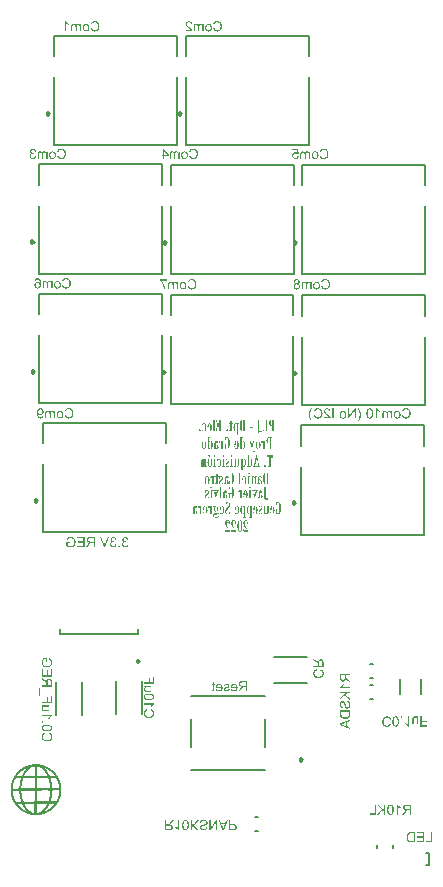
<source format=gbo>
G04*
G04 #@! TF.GenerationSoftware,Altium Limited,Altium Designer,22.7.1 (60)*
G04*
G04 Layer_Color=32896*
%FSLAX44Y44*%
%MOMM*%
G71*
G04*
G04 #@! TF.SameCoordinates,868842FB-CB56-49F4-92B6-46A9E27D1440*
G04*
G04*
G04 #@! TF.FilePolarity,Positive*
G04*
G01*
G75*
%ADD11C,0.2500*%
%ADD14C,0.2000*%
G36*
X36845Y97713D02*
X37873D01*
Y97662D01*
X38439D01*
Y97610D01*
X38953D01*
Y97559D01*
X39364D01*
Y97507D01*
X39724D01*
Y97456D01*
X40032D01*
Y97404D01*
X40289D01*
Y97353D01*
X40546D01*
Y97302D01*
X40700D01*
Y97250D01*
X40906D01*
Y97199D01*
X41060D01*
Y97147D01*
X41214D01*
Y97096D01*
X41420D01*
Y97045D01*
X41523D01*
Y96993D01*
X41729D01*
Y96942D01*
X41883D01*
Y96890D01*
X42037D01*
Y96839D01*
X42191D01*
Y96788D01*
X42397D01*
Y96736D01*
X42551D01*
Y96685D01*
X42705D01*
Y96633D01*
X42860D01*
Y96582D01*
X43065D01*
Y96531D01*
X43219D01*
Y96479D01*
X43322D01*
Y96428D01*
X43476D01*
Y96376D01*
X43630D01*
Y96325D01*
X43733D01*
Y96273D01*
X43836D01*
Y96222D01*
X43990D01*
Y96171D01*
X44093D01*
Y96119D01*
X44247D01*
Y96068D01*
X44350D01*
Y96017D01*
X44453D01*
Y95965D01*
X44556D01*
Y95914D01*
X44710D01*
Y95862D01*
X44762D01*
Y95811D01*
X44916D01*
Y95759D01*
X45019D01*
Y95708D01*
X45121D01*
Y95657D01*
X45224D01*
Y95605D01*
X45327D01*
Y95554D01*
X45378D01*
Y95503D01*
X45532D01*
Y95451D01*
X45584D01*
Y95400D01*
X45687D01*
Y95348D01*
X45789D01*
Y95297D01*
X45892D01*
Y95246D01*
X45995D01*
Y95194D01*
X46098D01*
Y95143D01*
X46201D01*
Y95091D01*
X46252D01*
Y95040D01*
X46355D01*
Y94988D01*
X46458D01*
Y94937D01*
X46561D01*
Y94886D01*
X46612D01*
Y94834D01*
X46715D01*
Y94783D01*
X46818D01*
Y94731D01*
X46920D01*
Y94680D01*
X46972D01*
Y94629D01*
X47075D01*
Y94577D01*
X47178D01*
Y94526D01*
X47280D01*
Y94474D01*
X47383D01*
Y94423D01*
X47435D01*
Y94372D01*
X47537D01*
Y94320D01*
X47691D01*
Y94269D01*
X47794D01*
Y94217D01*
X47846D01*
Y94166D01*
X47897D01*
Y94115D01*
X48000D01*
Y94063D01*
X48051D01*
Y94012D01*
X48103D01*
Y93960D01*
X48154D01*
Y93909D01*
X48257D01*
Y93857D01*
X48308D01*
Y93806D01*
X48360D01*
Y93755D01*
X48411D01*
Y93703D01*
X48514D01*
Y93652D01*
X48565D01*
Y93601D01*
X48617D01*
Y93549D01*
X48668D01*
Y93498D01*
X48720D01*
Y93446D01*
X48822D01*
Y93395D01*
X48874D01*
Y93343D01*
X48925D01*
Y93292D01*
X48977D01*
Y93241D01*
X49028D01*
Y93189D01*
X49079D01*
Y93138D01*
X49182D01*
Y93087D01*
X49234D01*
Y93035D01*
X49285D01*
Y92984D01*
X49337D01*
Y92932D01*
X49388D01*
Y92881D01*
X49491D01*
Y92829D01*
X49542D01*
Y92778D01*
X49594D01*
Y92727D01*
X49645D01*
Y92675D01*
X49696D01*
Y92624D01*
X49799D01*
Y92572D01*
X49851D01*
Y92521D01*
X49902D01*
Y92470D01*
X49953D01*
Y92418D01*
X50005D01*
Y92367D01*
X50107D01*
Y92315D01*
X50159D01*
Y92264D01*
X50210D01*
Y92213D01*
X50262D01*
Y92161D01*
X50365D01*
Y92110D01*
X50416D01*
Y92058D01*
X50467D01*
Y92007D01*
X50519D01*
Y91955D01*
X50570D01*
Y91904D01*
X50622D01*
Y91853D01*
X50673D01*
Y91801D01*
X50724D01*
Y91750D01*
X50776D01*
Y91699D01*
X50827D01*
Y91647D01*
X50879D01*
Y91596D01*
X50930D01*
Y91544D01*
X50981D01*
Y91493D01*
X51033D01*
Y91441D01*
X51084D01*
Y91390D01*
X51136D01*
Y91339D01*
X51187D01*
Y91287D01*
X51238D01*
Y91236D01*
X51290D01*
Y91185D01*
X51341D01*
Y91133D01*
X51393D01*
Y91030D01*
X51444D01*
Y90979D01*
X51495D01*
Y90927D01*
X51547D01*
Y90876D01*
X51598D01*
Y90825D01*
X51650D01*
Y90773D01*
X51701D01*
Y90722D01*
X51753D01*
Y90619D01*
X51804D01*
Y90568D01*
X51855D01*
Y90516D01*
X51907D01*
Y90465D01*
X51958D01*
Y90413D01*
X52010D01*
Y90362D01*
X52061D01*
Y90259D01*
X52112D01*
Y90208D01*
X52164D01*
Y90156D01*
X52215D01*
Y90105D01*
X52267D01*
Y90002D01*
X52318D01*
Y89951D01*
X52369D01*
Y89899D01*
X52421D01*
Y89848D01*
X52472D01*
Y89796D01*
X52524D01*
Y89694D01*
X52575D01*
Y89642D01*
X52626D01*
Y89591D01*
X52678D01*
Y89488D01*
X52729D01*
Y89437D01*
X52781D01*
Y89385D01*
X52832D01*
Y89283D01*
X52883D01*
Y89231D01*
X52935D01*
Y89180D01*
X52986D01*
Y89128D01*
X53038D01*
Y89025D01*
X53089D01*
Y88974D01*
X53140D01*
Y88923D01*
X53192D01*
Y88820D01*
X53243D01*
Y88769D01*
X53295D01*
Y88717D01*
X53346D01*
Y88614D01*
X53397D01*
Y88563D01*
X53449D01*
Y88511D01*
X53500D01*
Y88409D01*
X53552D01*
Y88357D01*
X53603D01*
Y88254D01*
X53654D01*
Y88203D01*
X53706D01*
Y88100D01*
X53757D01*
Y88049D01*
X53809D01*
Y87946D01*
X53860D01*
Y87895D01*
X53911D01*
Y87792D01*
X53963D01*
Y87740D01*
X54014D01*
Y87638D01*
X54066D01*
Y87586D01*
X54117D01*
Y87483D01*
X54169D01*
Y87432D01*
X54220D01*
Y87329D01*
X54271D01*
Y87226D01*
X54323D01*
Y87123D01*
X54374D01*
Y87072D01*
X54426D01*
Y86969D01*
X54477D01*
Y86867D01*
X54528D01*
Y86764D01*
X54580D01*
Y86661D01*
X54631D01*
Y86558D01*
X54683D01*
Y86455D01*
X54734D01*
Y86404D01*
X54785D01*
Y86301D01*
X54837D01*
Y86198D01*
X54888D01*
Y86095D01*
X54940D01*
Y85993D01*
X54991D01*
Y85941D01*
X55042D01*
Y85838D01*
X55094D01*
Y85736D01*
X55145D01*
Y85633D01*
X55197D01*
Y85530D01*
X55248D01*
Y85427D01*
X55299D01*
Y85324D01*
X55351D01*
Y85222D01*
X55402D01*
Y85119D01*
X55454D01*
Y85016D01*
X55505D01*
Y84862D01*
X55557D01*
Y84759D01*
X55608D01*
Y84656D01*
X55659D01*
Y84502D01*
X55711D01*
Y84348D01*
X55762D01*
Y84193D01*
X55813D01*
Y84091D01*
X55865D01*
Y83936D01*
X55916D01*
Y83782D01*
X55968D01*
Y83628D01*
X56019D01*
Y83474D01*
X56070D01*
Y83320D01*
X56122D01*
Y83165D01*
X56173D01*
Y83011D01*
X56225D01*
Y82857D01*
X56276D01*
Y82703D01*
X56328D01*
Y82549D01*
X56379D01*
Y82394D01*
X56430D01*
Y82189D01*
X56482D01*
Y82034D01*
X56533D01*
Y81829D01*
X56585D01*
Y81675D01*
X56636D01*
Y81469D01*
X56687D01*
Y81315D01*
X56739D01*
Y81109D01*
X56790D01*
Y80904D01*
X56842D01*
Y80698D01*
X56893D01*
Y80441D01*
X56944D01*
Y80133D01*
X56996D01*
Y79618D01*
X57047D01*
Y78950D01*
X57099D01*
Y77819D01*
X57150D01*
Y74581D01*
X57099D01*
Y73450D01*
X57047D01*
Y72884D01*
X56996D01*
Y72576D01*
X56944D01*
Y72267D01*
X56893D01*
Y72010D01*
X56842D01*
Y71754D01*
X56790D01*
Y71497D01*
X56739D01*
Y71291D01*
X56687D01*
Y71085D01*
X56636D01*
Y70880D01*
X56585D01*
Y70674D01*
X56533D01*
Y70468D01*
X56482D01*
Y70314D01*
X56430D01*
Y70108D01*
X56379D01*
Y69954D01*
X56328D01*
Y69749D01*
X56276D01*
Y69594D01*
X56225D01*
Y69440D01*
X56173D01*
Y69286D01*
X56122D01*
Y69132D01*
X56070D01*
Y69029D01*
X56019D01*
Y68875D01*
X55968D01*
Y68721D01*
X55916D01*
Y68566D01*
X55865D01*
Y68464D01*
X55813D01*
Y68309D01*
X55762D01*
Y68155D01*
X55711D01*
Y68052D01*
X55659D01*
Y67950D01*
X55608D01*
Y67795D01*
X55557D01*
Y67692D01*
X55505D01*
Y67590D01*
X55454D01*
Y67435D01*
X55402D01*
Y67333D01*
X55351D01*
Y67230D01*
X55299D01*
Y67127D01*
X55248D01*
Y67024D01*
X55197D01*
Y66921D01*
X55145D01*
Y66819D01*
X55094D01*
Y66664D01*
X55042D01*
Y66613D01*
X54991D01*
Y66510D01*
X54940D01*
Y66407D01*
X54888D01*
Y66305D01*
X54837D01*
Y66202D01*
X54785D01*
Y66099D01*
X54734D01*
Y65996D01*
X54683D01*
Y65893D01*
X54631D01*
Y65842D01*
X54580D01*
Y65739D01*
X54528D01*
Y65636D01*
X54477D01*
Y65533D01*
X54426D01*
Y65431D01*
X54374D01*
Y65379D01*
X54323D01*
Y65276D01*
X54271D01*
Y65174D01*
X54220D01*
Y65122D01*
X54169D01*
Y65019D01*
X54117D01*
Y64917D01*
X54066D01*
Y64865D01*
X54014D01*
Y64762D01*
X53963D01*
Y64711D01*
X53911D01*
Y64608D01*
X53860D01*
Y64505D01*
X53809D01*
Y64454D01*
X53757D01*
Y64351D01*
X53706D01*
Y64300D01*
X53654D01*
Y64197D01*
X53603D01*
Y64146D01*
X53552D01*
Y64094D01*
X53500D01*
Y63991D01*
X53449D01*
Y63940D01*
X53397D01*
Y63837D01*
X53346D01*
Y63786D01*
X53295D01*
Y63734D01*
X53243D01*
Y63632D01*
X53192D01*
Y63580D01*
X53140D01*
Y63477D01*
X53089D01*
Y63426D01*
X53038D01*
Y63375D01*
X52986D01*
Y63272D01*
X52935D01*
Y63220D01*
X52883D01*
Y63169D01*
X52832D01*
Y63066D01*
X52781D01*
Y63015D01*
X52729D01*
Y62963D01*
X52678D01*
Y62912D01*
X52626D01*
Y62809D01*
X52575D01*
Y62758D01*
X52524D01*
Y62706D01*
X52472D01*
Y62655D01*
X52421D01*
Y62552D01*
X52369D01*
Y62501D01*
X52318D01*
Y62449D01*
X52267D01*
Y62398D01*
X52215D01*
Y62346D01*
X52164D01*
Y62295D01*
X52112D01*
Y62192D01*
X52061D01*
Y62141D01*
X52010D01*
Y62089D01*
X51958D01*
Y62038D01*
X51907D01*
Y61987D01*
X51855D01*
Y61935D01*
X51804D01*
Y61884D01*
X51753D01*
Y61781D01*
X51701D01*
Y61729D01*
X51650D01*
Y61678D01*
X51598D01*
Y61627D01*
X51547D01*
Y61575D01*
X51495D01*
Y61524D01*
X51444D01*
Y61473D01*
X51393D01*
Y61421D01*
X51341D01*
Y61370D01*
X51290D01*
Y61318D01*
X51238D01*
Y61267D01*
X51187D01*
Y61216D01*
X51136D01*
Y61164D01*
X51084D01*
Y61113D01*
X51033D01*
Y61061D01*
X50981D01*
Y61010D01*
X50930D01*
Y60958D01*
X50879D01*
Y60907D01*
X50827D01*
Y60856D01*
X50776D01*
Y60804D01*
X50724D01*
Y60753D01*
X50673D01*
Y60701D01*
X50622D01*
Y60650D01*
X50570D01*
Y60599D01*
X50519D01*
Y60547D01*
X50467D01*
Y60496D01*
X50416D01*
Y60444D01*
X50365D01*
Y60393D01*
X50313D01*
Y60342D01*
X50262D01*
Y60290D01*
X50210D01*
Y60239D01*
X50159D01*
Y60187D01*
X50107D01*
Y60136D01*
X50005D01*
Y60085D01*
X49953D01*
Y60033D01*
X49902D01*
Y59982D01*
X49851D01*
Y59930D01*
X49799D01*
Y59879D01*
X49748D01*
Y59828D01*
X49696D01*
Y59776D01*
X49594D01*
Y59725D01*
X49542D01*
Y59673D01*
X49491D01*
Y59622D01*
X49439D01*
Y59570D01*
X49388D01*
Y59519D01*
X49337D01*
Y59468D01*
X49234D01*
Y59416D01*
X49182D01*
Y59365D01*
X49131D01*
Y59314D01*
X49079D01*
Y59262D01*
X49028D01*
Y59211D01*
X48925D01*
Y59159D01*
X48874D01*
Y59108D01*
X48822D01*
Y59057D01*
X48771D01*
Y59005D01*
X48668D01*
Y58954D01*
X48617D01*
Y58902D01*
X48565D01*
Y58851D01*
X48463D01*
Y58800D01*
X48411D01*
Y58748D01*
X48360D01*
Y58697D01*
X48257D01*
Y58645D01*
X48206D01*
Y58594D01*
X48154D01*
Y58542D01*
X48051D01*
Y58491D01*
X48000D01*
Y58440D01*
X47897D01*
Y58388D01*
X47846D01*
Y58337D01*
X47794D01*
Y58285D01*
X47691D01*
Y58234D01*
X47589D01*
Y58183D01*
X47537D01*
Y58131D01*
X47435D01*
Y58080D01*
X47383D01*
Y58028D01*
X47280D01*
Y57977D01*
X47178D01*
Y57926D01*
X47126D01*
Y57874D01*
X47023D01*
Y57823D01*
X46920D01*
Y57771D01*
X46818D01*
Y57720D01*
X46766D01*
Y57669D01*
X46663D01*
Y57617D01*
X46561D01*
Y57566D01*
X46458D01*
Y57514D01*
X46355D01*
Y57463D01*
X46304D01*
Y57411D01*
X46201D01*
Y57360D01*
X46098D01*
Y57309D01*
X45995D01*
Y57257D01*
X45892D01*
Y57206D01*
X45841D01*
Y57154D01*
X45738D01*
Y57103D01*
X45635D01*
Y57052D01*
X45532D01*
Y57000D01*
X45430D01*
Y56949D01*
X45327D01*
Y56898D01*
X45276D01*
Y56846D01*
X45173D01*
Y56795D01*
X45070D01*
Y56743D01*
X44967D01*
Y56692D01*
X44864D01*
Y56641D01*
X44762D01*
Y56589D01*
X44659D01*
Y56538D01*
X44504D01*
Y56486D01*
X44402D01*
Y56435D01*
X44299D01*
Y56384D01*
X44145D01*
Y56332D01*
X44042D01*
Y56281D01*
X43888D01*
Y56229D01*
X43785D01*
Y56178D01*
X43630D01*
Y56126D01*
X43476D01*
Y56075D01*
X43373D01*
Y56024D01*
X43219D01*
Y55972D01*
X43065D01*
Y55921D01*
X42911D01*
Y55869D01*
X42757D01*
Y55818D01*
X42603D01*
Y55767D01*
X42448D01*
Y55715D01*
X42294D01*
Y55664D01*
X42088D01*
Y55612D01*
X41934D01*
Y55561D01*
X41729D01*
Y55510D01*
X41574D01*
Y55458D01*
X41369D01*
Y55407D01*
X41214D01*
Y55355D01*
X41009D01*
Y55304D01*
X40803D01*
Y55252D01*
X40598D01*
Y55201D01*
X40392D01*
Y55150D01*
X40135D01*
Y55098D01*
X39775D01*
Y55047D01*
X39210D01*
Y54995D01*
X38542D01*
Y54944D01*
X37565D01*
Y54893D01*
X36280D01*
Y54841D01*
X32990D01*
Y54893D01*
X32424D01*
Y54944D01*
X32219D01*
Y54995D01*
X32064D01*
Y55047D01*
X31807D01*
Y55098D01*
X31345D01*
Y55150D01*
X31139D01*
Y55201D01*
X30934D01*
Y55252D01*
X30677D01*
Y55304D01*
X30522D01*
Y55355D01*
X30317D01*
Y55407D01*
X30162D01*
Y55458D01*
X29957D01*
Y55510D01*
X29803D01*
Y55561D01*
X29648D01*
Y55612D01*
X29443D01*
Y55664D01*
X29289D01*
Y55715D01*
X29134D01*
Y55767D01*
X28980D01*
Y55818D01*
X28826D01*
Y55869D01*
X28620D01*
Y55921D01*
X28517D01*
Y55972D01*
X28363D01*
Y56024D01*
X28209D01*
Y56075D01*
X28055D01*
Y56126D01*
X27901D01*
Y56178D01*
X27747D01*
Y56229D01*
X27592D01*
Y56281D01*
X27490D01*
Y56332D01*
X27335D01*
Y56384D01*
X27181D01*
Y56435D01*
X27078D01*
Y56486D01*
X26924D01*
Y56538D01*
X26821D01*
Y56589D01*
X26718D01*
Y56641D01*
X26616D01*
Y56692D01*
X26513D01*
Y56743D01*
X26410D01*
Y56795D01*
X26307D01*
Y56846D01*
X26256D01*
Y56898D01*
X26153D01*
Y56949D01*
X26050D01*
Y57000D01*
X25947D01*
Y57052D01*
X25845D01*
Y57103D01*
X25742D01*
Y57154D01*
X25690D01*
Y57206D01*
X25587D01*
Y57257D01*
X25485D01*
Y57309D01*
X25382D01*
Y57360D01*
X25279D01*
Y57411D01*
X25228D01*
Y57463D01*
X25125D01*
Y57514D01*
X25022D01*
Y57566D01*
X24919D01*
Y57617D01*
X24816D01*
Y57669D01*
X24714D01*
Y57720D01*
X24662D01*
Y57771D01*
X24559D01*
Y57823D01*
X24457D01*
Y57874D01*
X24405D01*
Y57926D01*
X24302D01*
Y57977D01*
X24251D01*
Y58028D01*
X24148D01*
Y58080D01*
X24045D01*
Y58131D01*
X23994D01*
Y58183D01*
X23891D01*
Y58234D01*
X23840D01*
Y58285D01*
X23737D01*
Y58337D01*
X23686D01*
Y58388D01*
X23583D01*
Y58440D01*
X23531D01*
Y58491D01*
X23480D01*
Y58542D01*
X23377D01*
Y58594D01*
X23326D01*
Y58645D01*
X23274D01*
Y58697D01*
X23172D01*
Y58748D01*
X23120D01*
Y58800D01*
X23017D01*
Y58851D01*
X22966D01*
Y58902D01*
X22914D01*
Y58954D01*
X22863D01*
Y59005D01*
X22760D01*
Y59057D01*
X22709D01*
Y59108D01*
X22657D01*
Y59159D01*
X22555D01*
Y59211D01*
X22503D01*
Y59262D01*
X22452D01*
Y59314D01*
X22400D01*
Y59365D01*
X22298D01*
Y59416D01*
X22246D01*
Y59468D01*
X22195D01*
Y59519D01*
X22143D01*
Y59570D01*
X22092D01*
Y59622D01*
X21989D01*
Y59673D01*
X21938D01*
Y59725D01*
X21886D01*
Y59776D01*
X21835D01*
Y59828D01*
X21783D01*
Y59879D01*
X21732D01*
Y59930D01*
X21629D01*
Y59982D01*
X21578D01*
Y60033D01*
X21527D01*
Y60085D01*
X21475D01*
Y60136D01*
X21424D01*
Y60187D01*
X21372D01*
Y60239D01*
X21321D01*
Y60290D01*
X21270D01*
Y60342D01*
X21167D01*
Y60393D01*
X21115D01*
Y60444D01*
X21064D01*
Y60496D01*
X21012D01*
Y60547D01*
X20961D01*
Y60599D01*
X20910D01*
Y60650D01*
X20858D01*
Y60701D01*
X20807D01*
Y60753D01*
X20755D01*
Y60804D01*
X20704D01*
Y60856D01*
X20653D01*
Y60907D01*
X20601D01*
Y60958D01*
X20550D01*
Y61010D01*
X20498D01*
Y61061D01*
X20447D01*
Y61113D01*
X20396D01*
Y61164D01*
X20344D01*
Y61216D01*
X20293D01*
Y61267D01*
X20241D01*
Y61318D01*
X20190D01*
Y61370D01*
X20139D01*
Y61421D01*
X20087D01*
Y61473D01*
X20036D01*
Y61524D01*
X19984D01*
Y61575D01*
X19933D01*
Y61627D01*
X19882D01*
Y61678D01*
X19830D01*
Y61729D01*
X19779D01*
Y61781D01*
X19727D01*
Y61832D01*
X19676D01*
Y61884D01*
X19625D01*
Y61987D01*
X19573D01*
Y62038D01*
X19522D01*
Y62089D01*
X19470D01*
Y62141D01*
X19419D01*
Y62192D01*
X19368D01*
Y62244D01*
X19316D01*
Y62295D01*
X19265D01*
Y62398D01*
X19213D01*
Y62449D01*
X19162D01*
Y62501D01*
X19110D01*
Y62552D01*
X19059D01*
Y62603D01*
X19008D01*
Y62706D01*
X18956D01*
Y62758D01*
X18905D01*
Y62809D01*
X18853D01*
Y62860D01*
X18802D01*
Y62963D01*
X18751D01*
Y63015D01*
X18699D01*
Y63066D01*
X18648D01*
Y63169D01*
X18596D01*
Y63220D01*
X18545D01*
Y63323D01*
X18494D01*
Y63375D01*
X18442D01*
Y63426D01*
X18391D01*
Y63529D01*
X18339D01*
Y63580D01*
X18288D01*
Y63683D01*
X18237D01*
Y63734D01*
X18185D01*
Y63837D01*
X18134D01*
Y63889D01*
X18082D01*
Y63940D01*
X18031D01*
Y64043D01*
X17980D01*
Y64094D01*
X17928D01*
Y64197D01*
X17877D01*
Y64248D01*
X17825D01*
Y64351D01*
X17774D01*
Y64403D01*
X17723D01*
Y64505D01*
X17671D01*
Y64557D01*
X17620D01*
Y64660D01*
X17568D01*
Y64762D01*
X17517D01*
Y64814D01*
X17465D01*
Y64917D01*
X17414D01*
Y64968D01*
X17363D01*
Y65071D01*
X17311D01*
Y65174D01*
X17260D01*
Y65225D01*
X17208D01*
Y65328D01*
X17157D01*
Y65431D01*
X17106D01*
Y65482D01*
X17054D01*
Y65585D01*
X17003D01*
Y65636D01*
X16952D01*
Y65739D01*
X16900D01*
Y65842D01*
X16849D01*
Y65945D01*
X16797D01*
Y65996D01*
X16746D01*
Y66099D01*
X16695D01*
Y66202D01*
X16643D01*
Y66305D01*
X16592D01*
Y66356D01*
X16540D01*
Y66459D01*
X16489D01*
Y66562D01*
X16437D01*
Y66664D01*
X16386D01*
Y66767D01*
X16335D01*
Y66870D01*
X16283D01*
Y66973D01*
X16232D01*
Y67024D01*
X16180D01*
Y67127D01*
X16129D01*
Y67230D01*
X16078D01*
Y67333D01*
X16026D01*
Y67435D01*
X15975D01*
Y67538D01*
X15923D01*
Y67641D01*
X15872D01*
Y67744D01*
X15821D01*
Y67898D01*
X15769D01*
Y68001D01*
X15718D01*
Y68155D01*
X15666D01*
Y68258D01*
X15615D01*
Y68412D01*
X15563D01*
Y68566D01*
X15512D01*
Y68772D01*
X15461D01*
Y68978D01*
X15409D01*
Y69132D01*
X15358D01*
Y69338D01*
X15307D01*
Y69492D01*
X15255D01*
Y69697D01*
X15204D01*
Y69851D01*
X15152D01*
Y70006D01*
X15101D01*
Y70160D01*
X15050D01*
Y70314D01*
X14998D01*
Y70468D01*
X14947D01*
Y70674D01*
X14895D01*
Y70828D01*
X14844D01*
Y71034D01*
X14792D01*
Y71239D01*
X14741D01*
Y71445D01*
X14690D01*
Y71702D01*
X14638D01*
Y71908D01*
X14587D01*
Y72216D01*
X14535D01*
Y72524D01*
X14484D01*
Y72884D01*
X14433D01*
Y73244D01*
X14381D01*
Y73707D01*
X14330D01*
Y74272D01*
X14278D01*
Y75095D01*
X14227D01*
Y77459D01*
X14278D01*
Y78333D01*
X14330D01*
Y78847D01*
X14381D01*
Y79361D01*
X14433D01*
Y79721D01*
X14484D01*
Y80030D01*
X14535D01*
Y80338D01*
X14587D01*
Y80595D01*
X14638D01*
Y80852D01*
X14690D01*
Y81058D01*
X14741D01*
Y81263D01*
X14792D01*
Y81469D01*
X14844D01*
Y81675D01*
X14895D01*
Y81880D01*
X14947D01*
Y82086D01*
X14998D01*
Y82240D01*
X15050D01*
Y82394D01*
X15101D01*
Y82600D01*
X15152D01*
Y82754D01*
X15204D01*
Y82908D01*
X15255D01*
Y83062D01*
X15307D01*
Y83217D01*
X15358D01*
Y83371D01*
X15409D01*
Y83525D01*
X15461D01*
Y83628D01*
X15512D01*
Y83782D01*
X15563D01*
Y83936D01*
X15615D01*
Y84039D01*
X15666D01*
Y84193D01*
X15718D01*
Y84296D01*
X15769D01*
Y84451D01*
X15821D01*
Y84553D01*
X15872D01*
Y84707D01*
X15923D01*
Y84810D01*
X15975D01*
Y84913D01*
X16026D01*
Y85067D01*
X16078D01*
Y85170D01*
X16129D01*
Y85273D01*
X16180D01*
Y85427D01*
X16232D01*
Y85530D01*
X16283D01*
Y85633D01*
X16335D01*
Y85736D01*
X16386D01*
Y85838D01*
X16437D01*
Y85941D01*
X16489D01*
Y86044D01*
X16540D01*
Y86147D01*
X16592D01*
Y86250D01*
X16643D01*
Y86352D01*
X16695D01*
Y86455D01*
X16746D01*
Y86558D01*
X16797D01*
Y86661D01*
X16849D01*
Y86764D01*
X16900D01*
Y86815D01*
X16952D01*
Y86918D01*
X17003D01*
Y87021D01*
X17054D01*
Y87123D01*
X17106D01*
Y87226D01*
X17157D01*
Y87278D01*
X17208D01*
Y87381D01*
X17260D01*
Y87483D01*
X17311D01*
Y87535D01*
X17363D01*
Y87638D01*
X17414D01*
Y87740D01*
X17465D01*
Y87792D01*
X17517D01*
Y87895D01*
X17568D01*
Y87946D01*
X17620D01*
Y88049D01*
X17671D01*
Y88100D01*
X17723D01*
Y88203D01*
X17774D01*
Y88254D01*
X17825D01*
Y88357D01*
X17877D01*
Y88409D01*
X17928D01*
Y88511D01*
X17980D01*
Y88563D01*
X18031D01*
Y88614D01*
X18082D01*
Y88717D01*
X18134D01*
Y88769D01*
X18185D01*
Y88871D01*
X18237D01*
Y88923D01*
X18288D01*
Y88974D01*
X18339D01*
Y89025D01*
X18391D01*
Y89128D01*
X18442D01*
Y89180D01*
X18494D01*
Y89231D01*
X18545D01*
Y89283D01*
X18596D01*
Y89385D01*
X18648D01*
Y89437D01*
X18699D01*
Y89488D01*
X18751D01*
Y89539D01*
X18802D01*
Y89591D01*
X18853D01*
Y89694D01*
X18905D01*
Y89745D01*
X18956D01*
Y89796D01*
X19008D01*
Y89848D01*
X19059D01*
Y89951D01*
X19110D01*
Y90002D01*
X19162D01*
Y90054D01*
X19213D01*
Y90105D01*
X19265D01*
Y90156D01*
X19316D01*
Y90259D01*
X19368D01*
Y90311D01*
X19419D01*
Y90362D01*
X19470D01*
Y90413D01*
X19522D01*
Y90465D01*
X19573D01*
Y90568D01*
X19625D01*
Y90619D01*
X19676D01*
Y90670D01*
X19727D01*
Y90722D01*
X19779D01*
Y90773D01*
X19830D01*
Y90825D01*
X19882D01*
Y90876D01*
X19933D01*
Y90979D01*
X19984D01*
Y91030D01*
X20036D01*
Y91082D01*
X20087D01*
Y91133D01*
X20139D01*
Y91185D01*
X20190D01*
Y91236D01*
X20241D01*
Y91287D01*
X20293D01*
Y91339D01*
X20344D01*
Y91390D01*
X20396D01*
Y91441D01*
X20447D01*
Y91493D01*
X20498D01*
Y91544D01*
X20550D01*
Y91596D01*
X20601D01*
Y91647D01*
X20653D01*
Y91699D01*
X20704D01*
Y91750D01*
X20755D01*
Y91801D01*
X20807D01*
Y91853D01*
X20858D01*
Y91904D01*
X20910D01*
Y91955D01*
X20961D01*
Y92007D01*
X21012D01*
Y92058D01*
X21115D01*
Y92110D01*
X21167D01*
Y92161D01*
X21218D01*
Y92213D01*
X21270D01*
Y92264D01*
X21321D01*
Y92315D01*
X21372D01*
Y92367D01*
X21424D01*
Y92418D01*
X21527D01*
Y92470D01*
X21578D01*
Y92521D01*
X21629D01*
Y92572D01*
X21681D01*
Y92624D01*
X21732D01*
Y92675D01*
X21835D01*
Y92727D01*
X21886D01*
Y92778D01*
X21938D01*
Y92829D01*
X21989D01*
Y92881D01*
X22041D01*
Y92932D01*
X22143D01*
Y92984D01*
X22195D01*
Y93035D01*
X22246D01*
Y93087D01*
X22298D01*
Y93138D01*
X22400D01*
Y93189D01*
X22452D01*
Y93241D01*
X22503D01*
Y93292D01*
X22555D01*
Y93343D01*
X22606D01*
Y93395D01*
X22709D01*
Y93446D01*
X22760D01*
Y93498D01*
X22812D01*
Y93549D01*
X22863D01*
Y93601D01*
X22966D01*
Y93652D01*
X23017D01*
Y93703D01*
X23069D01*
Y93755D01*
X23120D01*
Y93806D01*
X23223D01*
Y93857D01*
X23274D01*
Y93909D01*
X23326D01*
Y93960D01*
X23428D01*
Y94012D01*
X23480D01*
Y94063D01*
X23583D01*
Y94115D01*
X23634D01*
Y94166D01*
X23686D01*
Y94217D01*
X23788D01*
Y94269D01*
X23840D01*
Y94320D01*
X23942D01*
Y94372D01*
X23994D01*
Y94423D01*
X24097D01*
Y94474D01*
X24200D01*
Y94526D01*
X24302D01*
Y94577D01*
X24354D01*
Y94629D01*
X24457D01*
Y94680D01*
X24559D01*
Y94731D01*
X24611D01*
Y94783D01*
X24714D01*
Y94834D01*
X24816D01*
Y94886D01*
X24919D01*
Y94937D01*
X25022D01*
Y94988D01*
X25073D01*
Y95040D01*
X25176D01*
Y95091D01*
X25279D01*
Y95143D01*
X25382D01*
Y95194D01*
X25485D01*
Y95246D01*
X25587D01*
Y95297D01*
X25639D01*
Y95348D01*
X25742D01*
Y95400D01*
X25845D01*
Y95451D01*
X25947D01*
Y95503D01*
X26050D01*
Y95554D01*
X26153D01*
Y95605D01*
X26256D01*
Y95657D01*
X26358D01*
Y95708D01*
X26461D01*
Y95759D01*
X26564D01*
Y95811D01*
X26667D01*
Y95862D01*
X26770D01*
Y95914D01*
X26873D01*
Y95965D01*
X26975D01*
Y96017D01*
X27078D01*
Y96068D01*
X27181D01*
Y96119D01*
X27284D01*
Y96171D01*
X27387D01*
Y96222D01*
X27541D01*
Y96273D01*
X27644D01*
Y96325D01*
X27747D01*
Y96376D01*
X27901D01*
Y96428D01*
X28055D01*
Y96479D01*
X28209D01*
Y96531D01*
X28415D01*
Y96582D01*
X28569D01*
Y96633D01*
X28723D01*
Y96685D01*
X28929D01*
Y96736D01*
X29083D01*
Y96788D01*
X29289D01*
Y96839D01*
X29443D01*
Y96890D01*
X29648D01*
Y96942D01*
X29803D01*
Y96993D01*
X30008D01*
Y97045D01*
X30214D01*
Y97096D01*
X30368D01*
Y97147D01*
X30574D01*
Y97199D01*
X30779D01*
Y97250D01*
X30985D01*
Y97302D01*
X31191D01*
Y97353D01*
X31396D01*
Y97404D01*
X31653D01*
Y97456D01*
X31910D01*
Y97507D01*
X32167D01*
Y97559D01*
X32424D01*
Y97610D01*
X32836D01*
Y97662D01*
X33298D01*
Y97713D01*
X34018D01*
Y97764D01*
X36845D01*
Y97713D01*
D02*
G37*
G36*
X193052Y389312D02*
X192402D01*
Y380032D01*
X193052D01*
Y379815D01*
X188503D01*
Y382347D01*
X188719D01*
X188803Y381931D01*
X188886Y381581D01*
X188986Y381281D01*
X189069Y381031D01*
X189153Y380848D01*
X189219Y380698D01*
X189269Y380631D01*
X189286Y380598D01*
X189436Y380415D01*
X189603Y380265D01*
X189786Y380165D01*
X189969Y380098D01*
X190119Y380065D01*
X190252Y380048D01*
X190336Y380032D01*
X191135D01*
Y384864D01*
X190436D01*
X190286Y384847D01*
X190152Y384797D01*
X190036Y384747D01*
X189936Y384680D01*
X189852Y384597D01*
X189802Y384547D01*
X189769Y384497D01*
X189752Y384480D01*
X189669Y384330D01*
X189603Y384164D01*
X189552Y383997D01*
X189519Y383830D01*
X189503Y383680D01*
X189486Y383564D01*
Y383497D01*
Y383464D01*
Y383364D01*
X189269D01*
Y386497D01*
X189486D01*
Y386113D01*
X189503Y385963D01*
X189536Y385813D01*
X189569Y385697D01*
X189619Y385597D01*
X189686Y385513D01*
X189719Y385447D01*
X189752Y385413D01*
X189769Y385397D01*
X189886Y385297D01*
X190002Y385230D01*
X190119Y385180D01*
X190236Y385147D01*
X190336Y385130D01*
X190419Y385113D01*
X191135D01*
Y389312D01*
X190202D01*
X189986Y389296D01*
X189786Y389246D01*
X189619Y389162D01*
X189486Y389079D01*
X189369Y388996D01*
X189303Y388913D01*
X189253Y388862D01*
X189236Y388846D01*
X189119Y388646D01*
X189019Y388429D01*
X188936Y388179D01*
X188869Y387946D01*
X188836Y387729D01*
X188803Y387563D01*
X188786Y387496D01*
X188769Y387446D01*
Y387413D01*
Y387396D01*
X188536D01*
Y389546D01*
X193052D01*
Y389312D01*
D02*
G37*
G36*
X219228Y382631D02*
X216745D01*
Y383697D01*
X219228D01*
Y382631D01*
D02*
G37*
G36*
X201483Y386396D02*
X202249D01*
Y386163D01*
X201483D01*
Y380748D01*
X201466Y380581D01*
X201449Y380431D01*
X201399Y380298D01*
X201350Y380181D01*
X201316Y380098D01*
X201266Y380032D01*
X201250Y379998D01*
X201233Y379981D01*
X201133Y379882D01*
X201016Y379815D01*
X200900Y379765D01*
X200783Y379731D01*
X200700Y379715D01*
X200616Y379698D01*
X200550D01*
X200366Y379715D01*
X200200Y379765D01*
X200050Y379832D01*
X199916Y379931D01*
X199800Y380032D01*
X199700Y380165D01*
X199533Y380431D01*
X199417Y380698D01*
X199383Y380815D01*
X199350Y380915D01*
X199317Y381015D01*
Y381081D01*
X199300Y381131D01*
Y381148D01*
X199550D01*
X199583Y380965D01*
X199617Y380815D01*
X199667Y380681D01*
X199716Y380565D01*
X199767Y380481D01*
X199800Y380398D01*
X199900Y380281D01*
X200000Y380198D01*
X200067Y380165D01*
X200116Y380148D01*
X200133D01*
X200200Y380165D01*
X200233Y380198D01*
X200300Y380281D01*
X200316Y380381D01*
Y380398D01*
Y380415D01*
Y386163D01*
X199533D01*
Y386396D01*
X200316D01*
Y388229D01*
X201483D01*
Y386396D01*
D02*
G37*
G36*
X232442Y389313D02*
X231775D01*
Y381964D01*
X231758Y381581D01*
X231692Y381248D01*
X231625Y380965D01*
X231525Y380731D01*
X231442Y380548D01*
X231358Y380415D01*
X231308Y380331D01*
X231292Y380298D01*
X231092Y380098D01*
X230875Y379965D01*
X230642Y379865D01*
X230425Y379782D01*
X230225Y379748D01*
X230075Y379732D01*
X230009Y379715D01*
X229925D01*
X229609Y379732D01*
X229326Y379782D01*
X229092Y379865D01*
X228892Y379948D01*
X228742Y380032D01*
X228626Y380115D01*
X228559Y380165D01*
X228542Y380182D01*
X228393Y380381D01*
X228276Y380615D01*
X228193Y380848D01*
X228126Y381081D01*
X228093Y381298D01*
X228076Y381481D01*
Y381531D01*
Y381581D01*
Y381614D01*
Y381631D01*
Y388796D01*
X228059Y388946D01*
X228009Y389062D01*
X227976Y389129D01*
X227959Y389162D01*
X227843Y389246D01*
X227726Y389296D01*
X227643Y389313D01*
X227393D01*
Y389546D01*
X229026D01*
Y389313D01*
X228809D01*
X228659Y389296D01*
X228559Y389246D01*
X228493Y389179D01*
X228476Y389162D01*
X228393Y389046D01*
X228359Y388929D01*
X228342Y388829D01*
Y388813D01*
Y388796D01*
Y381664D01*
X228359Y381381D01*
X228393Y381148D01*
X228442Y380931D01*
X228493Y380765D01*
X228559Y380631D01*
X228609Y380531D01*
X228643Y380465D01*
X228659Y380448D01*
X228792Y380315D01*
X228926Y380215D01*
X229076Y380131D01*
X229209Y380081D01*
X229342Y380048D01*
X229442Y380032D01*
X229526D01*
X229692Y380048D01*
X229842Y380065D01*
X229959Y380115D01*
X230059Y380165D01*
X230142Y380198D01*
X230209Y380248D01*
X230242Y380265D01*
X230259Y380281D01*
X230342Y380381D01*
X230409Y380515D01*
X230442Y380631D01*
X230475Y380748D01*
X230492Y380848D01*
X230509Y380931D01*
Y380981D01*
Y380998D01*
Y389313D01*
X229859D01*
Y389546D01*
X232442D01*
Y389313D01*
D02*
G37*
G36*
X182838Y386497D02*
X183004Y386480D01*
X183304Y386380D01*
X183554Y386246D01*
X183771Y386080D01*
X183921Y385913D01*
X184037Y385780D01*
X184121Y385680D01*
X184137Y385663D01*
Y385647D01*
X184221Y385480D01*
X184304Y385297D01*
X184421Y384897D01*
X184520Y384464D01*
X184570Y384064D01*
X184587Y383881D01*
X184604Y383697D01*
X184620Y383547D01*
Y383397D01*
X184637Y383297D01*
Y383197D01*
Y383147D01*
Y383131D01*
Y382831D01*
X184620Y382547D01*
X184587Y382298D01*
X184554Y382048D01*
X184520Y381814D01*
X184470Y381614D01*
X184421Y381431D01*
X184370Y381248D01*
X184321Y381098D01*
X184270Y380965D01*
X184221Y380865D01*
X184187Y380765D01*
X184154Y380698D01*
X184121Y380648D01*
X184104Y380615D01*
Y380598D01*
X184004Y380448D01*
X183887Y380315D01*
X183771Y380181D01*
X183637Y380081D01*
X183387Y379931D01*
X183137Y379832D01*
X182921Y379765D01*
X182754Y379731D01*
X182688Y379715D01*
X182588D01*
X182304Y379731D01*
X182071Y379798D01*
X181871Y379882D01*
X181705Y379998D01*
X181571Y380098D01*
X181471Y380181D01*
X181421Y380248D01*
X181405Y380265D01*
X181271Y380498D01*
X181155Y380781D01*
X181071Y381064D01*
X181005Y381348D01*
X180955Y381614D01*
X180938Y381731D01*
X180921Y381814D01*
Y381898D01*
X180905Y381964D01*
Y381998D01*
Y382014D01*
X181155D01*
X181205Y381664D01*
X181255Y381365D01*
X181321Y381098D01*
X181405Y380881D01*
X181471Y380715D01*
X181538Y380581D01*
X181571Y380515D01*
X181588Y380481D01*
X181721Y380298D01*
X181854Y380181D01*
X181988Y380081D01*
X182121Y380015D01*
X182238Y379981D01*
X182321Y379965D01*
X182388Y379948D01*
X182404D01*
X182554Y379965D01*
X182704Y380015D01*
X182821Y380081D01*
X182921Y380148D01*
X183004Y380215D01*
X183071Y380281D01*
X183104Y380331D01*
X183121Y380348D01*
X183221Y380515D01*
X183287Y380681D01*
X183337Y380865D01*
X183371Y381048D01*
X183387Y381198D01*
X183404Y381315D01*
Y381398D01*
Y381431D01*
Y382947D01*
X180888D01*
Y383264D01*
X180905Y383581D01*
X180921Y383864D01*
X180955Y384114D01*
X180988Y384364D01*
X181038Y384580D01*
X181071Y384780D01*
X181105Y384947D01*
X181155Y385113D01*
X181188Y385247D01*
X181238Y385347D01*
X181271Y385447D01*
X181288Y385513D01*
X181321Y385580D01*
X181338Y385597D01*
Y385613D01*
X181421Y385780D01*
X181521Y385913D01*
X181621Y386030D01*
X181738Y386130D01*
X181954Y386297D01*
X182171Y386396D01*
X182354Y386463D01*
X182504Y386497D01*
X182621Y386513D01*
X182654D01*
X182838Y386497D01*
D02*
G37*
G36*
X178039D02*
X178205Y386480D01*
X178522Y386380D01*
X178789Y386230D01*
X179005Y386080D01*
X179188Y385913D01*
X179322Y385763D01*
X179388Y385663D01*
X179422Y385647D01*
Y385630D01*
X179522Y385463D01*
X179605Y385263D01*
X179738Y384864D01*
X179838Y384447D01*
X179905Y384047D01*
X179922Y383864D01*
X179938Y383697D01*
X179955Y383531D01*
Y383397D01*
X179972Y383281D01*
Y383197D01*
Y383147D01*
Y383131D01*
Y382831D01*
X179955Y382547D01*
X179922Y382298D01*
X179888Y382048D01*
X179855Y381814D01*
X179805Y381614D01*
X179755Y381431D01*
X179705Y381248D01*
X179655Y381098D01*
X179605Y380965D01*
X179555Y380865D01*
X179522Y380765D01*
X179488Y380698D01*
X179455Y380648D01*
X179438Y380615D01*
Y380598D01*
X179338Y380448D01*
X179222Y380315D01*
X179105Y380181D01*
X178972Y380081D01*
X178722Y379931D01*
X178472Y379832D01*
X178255Y379765D01*
X178089Y379731D01*
X178022Y379715D01*
X177922D01*
X177656Y379731D01*
X177422Y379798D01*
X177222Y379882D01*
X177072Y379965D01*
X176956Y380065D01*
X176889Y380131D01*
X176839Y380198D01*
X176822Y380215D01*
X176706Y380431D01*
X176606Y380698D01*
X176539Y380981D01*
X176472Y381248D01*
X176439Y381498D01*
X176423Y381614D01*
X176406Y381714D01*
Y381781D01*
X176389Y381848D01*
Y381881D01*
Y381898D01*
X176639D01*
X176672Y381564D01*
X176739Y381264D01*
X176789Y381015D01*
X176856Y380798D01*
X176906Y380648D01*
X176956Y380531D01*
X176989Y380448D01*
X177006Y380431D01*
X177106Y380265D01*
X177239Y380148D01*
X177356Y380065D01*
X177472Y380015D01*
X177572Y379981D01*
X177656Y379948D01*
X177739D01*
X177889Y379965D01*
X178039Y380015D01*
X178155Y380081D01*
X178255Y380148D01*
X178339Y380215D01*
X178405Y380281D01*
X178439Y380331D01*
X178455Y380348D01*
X178555Y380515D01*
X178622Y380681D01*
X178672Y380865D01*
X178705Y381048D01*
X178722Y381198D01*
X178739Y381315D01*
Y381398D01*
Y381431D01*
Y384963D01*
X178722Y385163D01*
X178689Y385347D01*
X178655Y385497D01*
X178605Y385630D01*
X178555Y385747D01*
X178505Y385830D01*
X178489Y385880D01*
X178472Y385897D01*
X178372Y386030D01*
X178255Y386113D01*
X178155Y386180D01*
X178055Y386230D01*
X177972Y386263D01*
X177906Y386280D01*
X177855D01*
X177622Y386263D01*
X177439Y386213D01*
X177372Y386197D01*
X177322Y386163D01*
X177306Y386147D01*
X177289D01*
X177206Y386097D01*
X177156Y386047D01*
X177089Y385963D01*
X177056Y385897D01*
Y385880D01*
X177072Y385847D01*
X177089Y385813D01*
X177156Y385763D01*
X177239Y385730D01*
X177272D01*
X177389Y385680D01*
X177489Y385613D01*
X177556Y385563D01*
X177572Y385530D01*
X177639Y385397D01*
X177672Y385280D01*
X177689Y385180D01*
Y385163D01*
Y385147D01*
X177656Y384997D01*
X177605Y384880D01*
X177556Y384797D01*
X177522Y384764D01*
X177389Y384664D01*
X177272Y384614D01*
X177172Y384597D01*
X177139D01*
X177039Y384614D01*
X176956Y384630D01*
X176806Y384697D01*
X176722Y384764D01*
X176689Y384797D01*
X176623Y384880D01*
X176589Y384963D01*
X176523Y385130D01*
Y385197D01*
X176506Y385247D01*
Y385280D01*
Y385297D01*
X176523Y385497D01*
X176572Y385680D01*
X176623Y385830D01*
X176689Y385947D01*
X176772Y386047D01*
X176822Y386130D01*
X176872Y386163D01*
X176889Y386180D01*
X177039Y386297D01*
X177189Y386380D01*
X177356Y386430D01*
X177506Y386480D01*
X177639Y386497D01*
X177756Y386513D01*
X177855D01*
X178039Y386497D01*
D02*
G37*
G36*
X237790Y389313D02*
X237140D01*
Y380032D01*
X237790D01*
Y379815D01*
X235208D01*
Y380032D01*
X235874D01*
Y384414D01*
X235257D01*
X235041Y384447D01*
X234824Y384480D01*
X234641Y384514D01*
X234474Y384564D01*
X234324Y384614D01*
X234074Y384747D01*
X233891Y384864D01*
X233758Y384964D01*
X233675Y385030D01*
X233658Y385064D01*
X233475Y385330D01*
X233341Y385647D01*
X233258Y385963D01*
X233191Y386280D01*
X233158Y386563D01*
X233141Y386697D01*
X233125Y386796D01*
Y386896D01*
Y386963D01*
Y386996D01*
Y387013D01*
X233141Y387463D01*
X233208Y387846D01*
X233291Y388179D01*
X233391Y388446D01*
X233508Y388646D01*
X233591Y388796D01*
X233658Y388879D01*
X233675Y388913D01*
X233908Y389129D01*
X234158Y389279D01*
X234424Y389396D01*
X234691Y389462D01*
X234941Y389512D01*
X235124Y389529D01*
X235208Y389546D01*
X237790D01*
Y389313D01*
D02*
G37*
G36*
X213196D02*
X212547D01*
Y380032D01*
X213196D01*
Y379815D01*
X210780D01*
X210480Y379832D01*
X210214Y379882D01*
X209981Y379948D01*
X209781Y380032D01*
X209631Y380115D01*
X209514Y380182D01*
X209447Y380231D01*
X209431Y380248D01*
X209247Y380431D01*
X209097Y380665D01*
X208964Y380898D01*
X208864Y381131D01*
X208781Y381348D01*
X208731Y381515D01*
X208698Y381581D01*
Y381631D01*
X208681Y381664D01*
Y381681D01*
X208631Y381881D01*
X208598Y382081D01*
X208531Y382547D01*
X208498Y383014D01*
X208464Y383481D01*
X208448Y383697D01*
Y383897D01*
X208431Y384081D01*
Y384230D01*
Y384364D01*
Y384464D01*
Y384530D01*
Y384547D01*
Y385014D01*
X208448Y385430D01*
X208481Y385830D01*
X208498Y386197D01*
X208548Y386547D01*
X208581Y386846D01*
X208631Y387130D01*
X208664Y387380D01*
X208714Y387596D01*
X208764Y387796D01*
X208798Y387946D01*
X208831Y388079D01*
X208864Y388179D01*
X208897Y388263D01*
X208914Y388296D01*
Y388313D01*
X209014Y388529D01*
X209131Y388713D01*
X209247Y388879D01*
X209381Y389029D01*
X209531Y389146D01*
X209664Y389246D01*
X209814Y389329D01*
X209947Y389396D01*
X210214Y389479D01*
X210331Y389512D01*
X210431Y389529D01*
X210514Y389546D01*
X213196D01*
Y389313D01*
D02*
G37*
G36*
X187836Y389312D02*
X187186D01*
Y380032D01*
X187836D01*
Y379815D01*
X185387D01*
Y380032D01*
X186020D01*
Y389546D01*
X187836D01*
Y389312D01*
D02*
G37*
G36*
X197867Y381365D02*
X197984Y381348D01*
X198167Y381264D01*
X198250Y381214D01*
X198300Y381165D01*
X198334Y381148D01*
X198350Y381131D01*
X198433Y381031D01*
X198500Y380931D01*
X198533Y380831D01*
X198567Y380731D01*
X198584Y380648D01*
X198600Y380598D01*
Y380548D01*
Y380531D01*
X198584Y380415D01*
X198567Y380298D01*
X198467Y380115D01*
X198433Y380048D01*
X198384Y379998D01*
X198367Y379965D01*
X198350Y379948D01*
X198250Y379865D01*
X198150Y379815D01*
X197950Y379748D01*
X197867Y379731D01*
X197800Y379715D01*
X197750D01*
X197634Y379731D01*
X197517Y379748D01*
X197334Y379832D01*
X197267Y379882D01*
X197217Y379915D01*
X197184Y379931D01*
X197167Y379948D01*
X197084Y380048D01*
X197017Y380148D01*
X196984Y380248D01*
X196951Y380331D01*
X196934Y380415D01*
X196917Y380481D01*
Y380515D01*
Y380531D01*
X196934Y380665D01*
X196951Y380781D01*
X197034Y380965D01*
X197084Y381031D01*
X197134Y381081D01*
X197150Y381115D01*
X197167Y381131D01*
X197267Y381214D01*
X197367Y381281D01*
X197467Y381315D01*
X197550Y381348D01*
X197634Y381365D01*
X197700Y381381D01*
X197750D01*
X197867Y381365D01*
D02*
G37*
G36*
X174640D02*
X174756Y381348D01*
X174940Y381264D01*
X175023Y381214D01*
X175073Y381165D01*
X175106Y381148D01*
X175123Y381131D01*
X175206Y381031D01*
X175273Y380931D01*
X175306Y380831D01*
X175340Y380731D01*
X175356Y380648D01*
X175373Y380598D01*
Y380548D01*
Y380531D01*
X175356Y380415D01*
X175340Y380298D01*
X175240Y380115D01*
X175206Y380048D01*
X175156Y379998D01*
X175140Y379965D01*
X175123Y379948D01*
X175023Y379865D01*
X174923Y379815D01*
X174723Y379748D01*
X174640Y379731D01*
X174573Y379715D01*
X174523D01*
X174406Y379731D01*
X174290Y379748D01*
X174106Y379832D01*
X174040Y379882D01*
X173990Y379915D01*
X173957Y379931D01*
X173940Y379948D01*
X173857Y380048D01*
X173790Y380148D01*
X173757Y380248D01*
X173723Y380331D01*
X173706Y380415D01*
X173690Y380481D01*
Y380515D01*
Y380531D01*
X173706Y380665D01*
X173723Y380781D01*
X173806Y380965D01*
X173857Y381031D01*
X173906Y381081D01*
X173923Y381115D01*
X173940Y381131D01*
X174040Y381214D01*
X174140Y381281D01*
X174240Y381315D01*
X174323Y381348D01*
X174406Y381365D01*
X174473Y381381D01*
X174523D01*
X174640Y381365D01*
D02*
G37*
G36*
X225360Y389313D02*
X224694D01*
Y379832D01*
X224677Y379482D01*
X224694Y379332D01*
X224710Y379182D01*
X224743Y379082D01*
X224777Y378982D01*
X224827Y378915D01*
X224860Y378848D01*
X224877Y378832D01*
X224893Y378815D01*
X224977Y378732D01*
X225077Y378682D01*
X225260Y378615D01*
X225360Y378599D01*
X225427Y378582D01*
X225493D01*
X225643Y378599D01*
X225777Y378648D01*
X225860Y378682D01*
X225877Y378699D01*
X225893D01*
X225960Y378732D01*
X225993Y378765D01*
X226060Y378832D01*
X226077Y378882D01*
Y378899D01*
X226060Y378932D01*
X226026Y378982D01*
X225993Y378998D01*
X225977Y379015D01*
X225893Y379115D01*
X225826Y379198D01*
X225777Y379298D01*
X225743Y379398D01*
X225727Y379482D01*
X225710Y379548D01*
Y379582D01*
Y379598D01*
Y379682D01*
X225743Y379765D01*
X225810Y379915D01*
X225877Y379998D01*
X225893Y380032D01*
X225910D01*
X225977Y380098D01*
X226060Y380131D01*
X226193Y380198D01*
X226293Y380215D01*
X226443D01*
X226543Y380182D01*
X226710Y380131D01*
X226810Y380065D01*
X226826Y380048D01*
X226843Y380032D01*
X226910Y379965D01*
X226943Y379882D01*
X227010Y379732D01*
Y379665D01*
X227026Y379615D01*
Y379582D01*
Y379565D01*
X227010Y379382D01*
X226960Y379215D01*
X226893Y379065D01*
X226826Y378948D01*
X226760Y378848D01*
X226693Y378765D01*
X226643Y378715D01*
X226626Y378699D01*
X226460Y378565D01*
X226276Y378482D01*
X226093Y378415D01*
X225926Y378365D01*
X225777Y378332D01*
X225660Y378315D01*
X225543D01*
X225327Y378332D01*
X225143Y378349D01*
X224810Y378432D01*
X224527Y378549D01*
X224294Y378682D01*
X224127Y378815D01*
X224010Y378932D01*
X223927Y379015D01*
X223910Y379048D01*
X223827Y379198D01*
X223744Y379365D01*
X223627Y379715D01*
X223544Y380098D01*
X223494Y380465D01*
X223444Y380798D01*
Y380948D01*
X223427Y381081D01*
Y381181D01*
Y381264D01*
Y381315D01*
Y381331D01*
Y389313D01*
X222777D01*
Y389546D01*
X225360D01*
Y389313D01*
D02*
G37*
G36*
X205082Y386497D02*
X205282Y386430D01*
X205432Y386347D01*
X205582Y386246D01*
X205682Y386130D01*
X205765Y386047D01*
X205815Y385980D01*
X205832Y385963D01*
Y386396D01*
X207648Y386396D01*
Y386163D01*
X206998D01*
Y376932D01*
X207648D01*
Y376699D01*
X205198Y376699D01*
Y376932D01*
X205832D01*
Y380248D01*
X205682Y380065D01*
X205532Y379948D01*
X205365Y379848D01*
X205215Y379781D01*
X205082Y379748D01*
X204982Y379731D01*
X204915Y379715D01*
X204882D01*
X204732Y379731D01*
X204582Y379748D01*
X204449Y379798D01*
X204315Y379865D01*
X204082Y380015D01*
X203882Y380198D01*
X203715Y380365D01*
X203599Y380515D01*
X203549Y380581D01*
X203516Y380631D01*
X203499Y380648D01*
Y380665D01*
X203316Y381048D01*
X203166Y381448D01*
X203066Y381864D01*
X202999Y382248D01*
X202982Y382431D01*
X202966Y382598D01*
X202949Y382731D01*
X202932Y382864D01*
Y382964D01*
Y383047D01*
Y383097D01*
Y383114D01*
X202949Y383647D01*
X203016Y384114D01*
X203116Y384530D01*
X203166Y384714D01*
X203216Y384880D01*
X203266Y385030D01*
X203316Y385163D01*
X203366Y385280D01*
X203416Y385380D01*
X203449Y385447D01*
X203482Y385497D01*
X203499Y385530D01*
Y385547D01*
X203599Y385713D01*
X203715Y385863D01*
X203832Y385997D01*
X203949Y386113D01*
X204065Y386197D01*
X204182Y386280D01*
X204399Y386396D01*
X204582Y386463D01*
X204749Y386497D01*
X204849Y386513D01*
X204882D01*
X205082Y386497D01*
D02*
G37*
G36*
X197842Y374736D02*
X198025Y374703D01*
X198209Y374636D01*
X198375Y374553D01*
X198675Y374370D01*
X198908Y374136D01*
X199092Y373903D01*
X199225Y373720D01*
X199275Y373636D01*
X199292Y373570D01*
X199325Y373536D01*
Y373520D01*
X199425Y373270D01*
X199508Y373003D01*
X199575Y372703D01*
X199625Y372387D01*
X199725Y371737D01*
X199792Y371087D01*
X199808Y370787D01*
X199825Y370504D01*
X199841Y370254D01*
Y370037D01*
X199858Y369837D01*
Y369704D01*
Y369621D01*
Y369588D01*
Y369171D01*
X199825Y368771D01*
X199808Y368404D01*
X199758Y368055D01*
X199708Y367738D01*
X199658Y367455D01*
X199608Y367188D01*
X199542Y366938D01*
X199492Y366738D01*
X199442Y366555D01*
X199392Y366388D01*
X199342Y366272D01*
X199292Y366172D01*
X199275Y366088D01*
X199242Y366055D01*
Y366038D01*
X199108Y365822D01*
X198975Y365639D01*
X198842Y365472D01*
X198692Y365322D01*
X198542Y365205D01*
X198392Y365105D01*
X198242Y365022D01*
X198109Y364955D01*
X197842Y364872D01*
X197725Y364839D01*
X197625Y364822D01*
X197559D01*
X197492Y364805D01*
X197442D01*
X197209Y364822D01*
X196992Y364855D01*
X196809Y364905D01*
X196626Y364955D01*
X196476Y365005D01*
X196376Y365055D01*
X196292Y365089D01*
X196276Y365105D01*
X196076Y365222D01*
X195909Y365355D01*
X195776Y365489D01*
X195659Y365622D01*
X195559Y365738D01*
X195493Y365822D01*
X195459Y365888D01*
X195443Y365905D01*
Y368871D01*
X194793D01*
Y369104D01*
X197359D01*
Y368871D01*
X196692D01*
Y366238D01*
X196709Y366038D01*
X196726Y365872D01*
X196759Y365705D01*
X196809Y365588D01*
X196859Y365472D01*
X196892Y365405D01*
X196909Y365355D01*
X196926Y365339D01*
X197009Y365222D01*
X197109Y365139D01*
X197192Y365089D01*
X197292Y365055D01*
X197376Y365022D01*
X197425Y365005D01*
X197492D01*
X197642Y365022D01*
X197792Y365072D01*
X197909Y365139D01*
X198009Y365222D01*
X198092Y365289D01*
X198159Y365355D01*
X198192Y365405D01*
X198209Y365422D01*
X198292Y365588D01*
X198359Y365755D01*
X198409Y365938D01*
X198442Y366105D01*
X198458Y366255D01*
X198475Y366372D01*
Y366438D01*
Y366472D01*
Y372970D01*
X198458Y373237D01*
X198425Y373470D01*
X198392Y373670D01*
X198342Y373820D01*
X198292Y373953D01*
X198242Y374053D01*
X198225Y374103D01*
X198209Y374120D01*
X198109Y374253D01*
X197975Y374353D01*
X197859Y374436D01*
X197742Y374486D01*
X197642Y374520D01*
X197559Y374536D01*
X197492D01*
X197325Y374520D01*
X197176Y374436D01*
X197026Y374320D01*
X196892Y374186D01*
X196776Y374003D01*
X196659Y373820D01*
X196459Y373403D01*
X196309Y372987D01*
X196242Y372803D01*
X196192Y372620D01*
X196159Y372487D01*
X196126Y372370D01*
X196109Y372303D01*
Y372270D01*
X195876D01*
Y374636D01*
X196109D01*
X196192Y374470D01*
X196309Y374336D01*
X196392Y374236D01*
X196409Y374220D01*
X196426Y374203D01*
X196592Y374386D01*
X196776Y374520D01*
X196976Y374619D01*
X197176Y374686D01*
X197359Y374720D01*
X197492Y374753D01*
X197625D01*
X197842Y374736D01*
D02*
G37*
G36*
X188811Y371587D02*
X189044Y371554D01*
X189228Y371487D01*
X189394Y371420D01*
X189544Y371354D01*
X189644Y371287D01*
X189711Y371254D01*
X189727Y371237D01*
X189877Y371104D01*
X189994Y370954D01*
X190077Y370821D01*
X190127Y370687D01*
X190161Y370571D01*
X190194Y370487D01*
Y370421D01*
Y370404D01*
X190177Y370304D01*
X190161Y370204D01*
X190094Y370037D01*
X190044Y369937D01*
X190011Y369921D01*
Y369904D01*
X189944Y369837D01*
X189861Y369804D01*
X189694Y369737D01*
X189627D01*
X189578Y369721D01*
X189527D01*
X189361Y369754D01*
X189228Y369804D01*
X189144Y369854D01*
X189111Y369887D01*
X189011Y370037D01*
X188961Y370171D01*
X188944Y370287D01*
Y370304D01*
Y370321D01*
X188961Y370437D01*
X188994Y370554D01*
X189094Y370720D01*
X189161Y370770D01*
X189211Y370821D01*
X189244Y370854D01*
X189261D01*
X189344Y370920D01*
X189394Y370987D01*
X189411Y371054D01*
Y371070D01*
X189394Y371104D01*
X189377Y371137D01*
X189311Y371204D01*
X189244Y371254D01*
X189211Y371270D01*
X189044Y371337D01*
X188911Y371370D01*
X188811Y371387D01*
X188661D01*
X188561Y371354D01*
X188378Y371287D01*
X188328Y371254D01*
X188278Y371220D01*
X188261Y371204D01*
X188244Y371187D01*
X188178Y371120D01*
X188128Y371037D01*
X188061Y370854D01*
Y370787D01*
X188044Y370720D01*
Y370687D01*
Y370671D01*
Y368971D01*
X188061Y368938D01*
X188111Y368888D01*
X188228Y368771D01*
X188394Y368638D01*
X188578Y368504D01*
X188744Y368388D01*
X188894Y368288D01*
X189011Y368221D01*
X189028Y368188D01*
X189044D01*
X189311Y368004D01*
X189527Y367838D01*
X189711Y367671D01*
X189861Y367538D01*
X189961Y367438D01*
X190044Y367338D01*
X190077Y367288D01*
X190094Y367271D01*
X190177Y367121D01*
X190244Y366955D01*
X190294Y366805D01*
X190327Y366655D01*
X190344Y366522D01*
X190361Y366422D01*
Y366355D01*
Y366338D01*
X190344Y366088D01*
X190311Y365872D01*
X190244Y365672D01*
X190177Y365522D01*
X190127Y365389D01*
X190061Y365305D01*
X190027Y365239D01*
X190011Y365222D01*
X189877Y365089D01*
X189727Y364989D01*
X189578Y364922D01*
X189444Y364872D01*
X189311Y364839D01*
X189211Y364822D01*
X189128D01*
X188828Y364855D01*
X188578Y364922D01*
X188378Y365039D01*
X188211Y365155D01*
X188095Y365272D01*
X188011Y365389D01*
X187961Y365455D01*
X187945Y365489D01*
X187861Y365272D01*
X187728Y365105D01*
X187595Y364989D01*
X187445Y364905D01*
X187311Y364855D01*
X187195Y364839D01*
X187111Y364822D01*
X187078D01*
X186912Y364839D01*
X186778Y364872D01*
X186662Y364905D01*
X186562Y364955D01*
X186495Y365005D01*
X186445Y365055D01*
X186412Y365072D01*
X186395Y365089D01*
X186312Y365205D01*
X186245Y365322D01*
X186212Y365455D01*
X186178Y365572D01*
X186162Y365689D01*
X186145Y365772D01*
Y365838D01*
Y365855D01*
Y366022D01*
X186362D01*
Y365888D01*
X186378Y365755D01*
X186412Y365555D01*
X186462Y365422D01*
X186512Y365322D01*
X186562Y365272D01*
X186612Y365239D01*
X186645Y365222D01*
X186662D01*
X186728Y365239D01*
X186778Y365272D01*
X186845Y365389D01*
X186878Y365505D01*
Y365538D01*
Y365555D01*
Y369637D01*
X186895Y369954D01*
X186961Y370221D01*
X187028Y370471D01*
X187128Y370671D01*
X187211Y370837D01*
X187295Y370954D01*
X187361Y371037D01*
X187378Y371054D01*
X187578Y371237D01*
X187778Y371370D01*
X187978Y371470D01*
X188161Y371537D01*
X188328Y371570D01*
X188461Y371604D01*
X188578D01*
X188811Y371587D01*
D02*
G37*
G36*
X221269Y371254D02*
X220736D01*
X218987Y365122D01*
X219487Y363239D01*
X219536Y363056D01*
X219603Y362889D01*
X219653Y362739D01*
X219686Y362639D01*
X219736Y362539D01*
X219753Y362473D01*
X219786Y362439D01*
Y362423D01*
X219836Y362323D01*
X219886Y362256D01*
X219936Y362206D01*
X219970Y362173D01*
X220020Y362139D01*
X220036D01*
X220086Y362156D01*
X220103Y362189D01*
X220120Y362223D01*
Y362239D01*
Y362256D01*
X220103Y362273D01*
Y362289D01*
X220053Y362389D01*
X220036Y362506D01*
X220020Y362573D01*
Y362606D01*
X220036Y362756D01*
X220086Y362856D01*
X220153Y362939D01*
X220170Y362956D01*
X220286Y363022D01*
X220403Y363056D01*
X220503Y363073D01*
X220553D01*
X220736Y363039D01*
X220886Y362989D01*
X220969Y362939D01*
X221003Y362906D01*
X221103Y362756D01*
X221153Y362589D01*
Y362523D01*
X221169Y362473D01*
Y362439D01*
Y362423D01*
X221153Y362306D01*
X221136Y362206D01*
X221053Y362039D01*
X221003Y361989D01*
X220969Y361940D01*
X220953Y361923D01*
X220936Y361906D01*
X220836Y361839D01*
X220753Y361790D01*
X220553Y361723D01*
X220470Y361706D01*
X220403Y361689D01*
X220353D01*
X220220Y361706D01*
X220086Y361756D01*
X219970Y361823D01*
X219853Y361906D01*
X219653Y362139D01*
X219503Y362389D01*
X219370Y362639D01*
X219286Y362873D01*
X219253Y362956D01*
X219237Y363022D01*
X219220Y363073D01*
Y363089D01*
X217254Y370304D01*
X217187Y370521D01*
X217137Y370687D01*
X217070Y370837D01*
X217020Y370937D01*
X216987Y371004D01*
X216954Y371054D01*
X216921Y371087D01*
X216854Y371137D01*
X216770Y371170D01*
X216587Y371220D01*
X216504Y371237D01*
X216437Y371254D01*
X216371D01*
Y371487D01*
X218303D01*
Y371254D01*
X217970D01*
X217837Y371237D01*
X217737Y371187D01*
X217670Y371120D01*
X217654Y371104D01*
X217570Y370987D01*
X217537Y370887D01*
X217520Y370804D01*
Y370787D01*
Y370770D01*
Y370687D01*
Y370604D01*
X217537Y370554D01*
Y370537D01*
Y370504D01*
X217554Y370454D01*
X217570Y370387D01*
X217587Y370321D01*
X217637Y370121D01*
X217687Y369921D01*
X217754Y369721D01*
X217787Y369538D01*
X217804Y369471D01*
X217820Y369421D01*
X217837Y369388D01*
Y369371D01*
X218453Y367088D01*
X219587Y371254D01*
X218920D01*
Y371487D01*
X221269D01*
Y371254D01*
D02*
G37*
G36*
X205690Y371587D02*
X205857Y371570D01*
X206157Y371470D01*
X206406Y371337D01*
X206623Y371170D01*
X206773Y371004D01*
X206890Y370871D01*
X206973Y370770D01*
X206990Y370754D01*
Y370737D01*
X207073Y370571D01*
X207156Y370387D01*
X207273Y369987D01*
X207373Y369554D01*
X207423Y369154D01*
X207440Y368971D01*
X207456Y368788D01*
X207473Y368638D01*
Y368488D01*
X207490Y368388D01*
Y368288D01*
Y368238D01*
Y368221D01*
Y367921D01*
X207473Y367638D01*
X207440Y367388D01*
X207406Y367138D01*
X207373Y366905D01*
X207323Y366705D01*
X207273Y366522D01*
X207223Y366338D01*
X207173Y366188D01*
X207123Y366055D01*
X207073Y365955D01*
X207040Y365855D01*
X207006Y365788D01*
X206973Y365738D01*
X206956Y365705D01*
Y365689D01*
X206856Y365538D01*
X206740Y365405D01*
X206623Y365272D01*
X206490Y365172D01*
X206240Y365022D01*
X205990Y364922D01*
X205773Y364855D01*
X205607Y364822D01*
X205540Y364805D01*
X205440D01*
X205157Y364822D01*
X204923Y364889D01*
X204724Y364972D01*
X204557Y365089D01*
X204424Y365189D01*
X204324Y365272D01*
X204274Y365339D01*
X204257Y365355D01*
X204124Y365588D01*
X204007Y365872D01*
X203924Y366155D01*
X203857Y366438D01*
X203807Y366705D01*
X203790Y366822D01*
X203774Y366905D01*
Y366988D01*
X203757Y367055D01*
Y367088D01*
Y367105D01*
X204007D01*
X204057Y366755D01*
X204107Y366455D01*
X204174Y366188D01*
X204257Y365972D01*
X204324Y365805D01*
X204390Y365672D01*
X204424Y365605D01*
X204440Y365572D01*
X204574Y365389D01*
X204707Y365272D01*
X204840Y365172D01*
X204974Y365105D01*
X205090Y365072D01*
X205173Y365055D01*
X205240Y365039D01*
X205257D01*
X205407Y365055D01*
X205557Y365105D01*
X205673Y365172D01*
X205773Y365239D01*
X205857Y365305D01*
X205923Y365372D01*
X205957Y365422D01*
X205973Y365438D01*
X206073Y365605D01*
X206140Y365772D01*
X206190Y365955D01*
X206223Y366138D01*
X206240Y366288D01*
X206257Y366405D01*
Y366488D01*
Y366522D01*
Y368038D01*
X203741D01*
Y368354D01*
X203757Y368671D01*
X203774Y368954D01*
X203807Y369204D01*
X203841Y369454D01*
X203890Y369671D01*
X203924Y369871D01*
X203957Y370037D01*
X204007Y370204D01*
X204040Y370337D01*
X204090Y370437D01*
X204124Y370537D01*
X204140Y370604D01*
X204174Y370671D01*
X204190Y370687D01*
Y370704D01*
X204274Y370871D01*
X204374Y371004D01*
X204474Y371120D01*
X204590Y371220D01*
X204807Y371387D01*
X205023Y371487D01*
X205207Y371554D01*
X205357Y371587D01*
X205473Y371604D01*
X205507D01*
X205690Y371587D01*
D02*
G37*
G36*
X235549Y374403D02*
X234899D01*
Y365122D01*
X235549D01*
Y364905D01*
X232966D01*
Y365122D01*
X233633D01*
Y369504D01*
X233016D01*
X232800Y369538D01*
X232583Y369571D01*
X232400Y369604D01*
X232233Y369654D01*
X232083Y369704D01*
X231833Y369837D01*
X231650Y369954D01*
X231517Y370054D01*
X231433Y370121D01*
X231417Y370154D01*
X231234Y370421D01*
X231100Y370737D01*
X231017Y371054D01*
X230950Y371370D01*
X230917Y371654D01*
X230900Y371787D01*
X230884Y371887D01*
Y371987D01*
Y372053D01*
Y372087D01*
Y372104D01*
X230900Y372553D01*
X230967Y372937D01*
X231050Y373270D01*
X231150Y373536D01*
X231267Y373736D01*
X231350Y373886D01*
X231417Y373970D01*
X231433Y374003D01*
X231667Y374220D01*
X231917Y374370D01*
X232183Y374486D01*
X232450Y374553D01*
X232700Y374603D01*
X232883Y374619D01*
X232966Y374636D01*
X235549D01*
Y374403D01*
D02*
G37*
G36*
X227584Y371570D02*
X227784Y371504D01*
X227951Y371420D01*
X228084Y371304D01*
X228184Y371187D01*
X228268Y371104D01*
X228301Y371037D01*
X228318Y371004D01*
X228334D01*
Y371487D01*
X230150D01*
Y371254D01*
X229501D01*
Y365122D01*
X230150D01*
Y364905D01*
X227701D01*
Y365122D01*
X228334D01*
Y370021D01*
X228318Y370204D01*
X228301Y370387D01*
X228268Y370537D01*
X228218Y370671D01*
X228168Y370787D01*
X228134Y370871D01*
X228118Y370920D01*
X228101Y370937D01*
X228018Y371071D01*
X227918Y371170D01*
X227834Y371237D01*
X227751Y371287D01*
X227684Y371320D01*
X227634Y371337D01*
X227584D01*
X227518Y371320D01*
X227484Y371287D01*
X227468Y371254D01*
Y371237D01*
Y371204D01*
X227484Y371170D01*
X227501Y371137D01*
X227518Y371120D01*
X227584Y371021D01*
X227618Y370937D01*
X227684Y370804D01*
X227701Y370704D01*
Y370687D01*
Y370671D01*
X227668Y370504D01*
X227618Y370371D01*
X227568Y370287D01*
X227534Y370271D01*
Y370254D01*
X227401Y370154D01*
X227251Y370104D01*
X227151Y370087D01*
X227101D01*
X227001Y370104D01*
X226918Y370121D01*
X226768Y370187D01*
X226685Y370254D01*
X226651Y370287D01*
X226585Y370371D01*
X226551Y370454D01*
X226485Y370604D01*
Y370671D01*
X226468Y370720D01*
Y370754D01*
Y370770D01*
X226485Y370904D01*
X226501Y371004D01*
X226601Y371187D01*
X226651Y371254D01*
X226685Y371320D01*
X226718Y371337D01*
X226735Y371354D01*
X226835Y371437D01*
X226935Y371504D01*
X227034Y371537D01*
X227134Y371570D01*
X227218Y371587D01*
X227285Y371604D01*
X227351D01*
X227584Y371570D01*
D02*
G37*
G36*
X191894Y371570D02*
X192094Y371504D01*
X192260Y371420D01*
X192393Y371304D01*
X192493Y371187D01*
X192577Y371104D01*
X192610Y371037D01*
X192627Y371004D01*
X192643D01*
Y371487D01*
X194460D01*
Y371254D01*
X193810D01*
Y365122D01*
X194460D01*
Y364905D01*
X192010D01*
Y365122D01*
X192643D01*
Y370021D01*
X192627Y370204D01*
X192610Y370387D01*
X192577Y370537D01*
X192527Y370671D01*
X192477Y370787D01*
X192443Y370871D01*
X192427Y370920D01*
X192410Y370937D01*
X192327Y371070D01*
X192227Y371170D01*
X192143Y371237D01*
X192060Y371287D01*
X191994Y371320D01*
X191943Y371337D01*
X191894D01*
X191827Y371320D01*
X191794Y371287D01*
X191777Y371254D01*
Y371237D01*
Y371204D01*
X191794Y371170D01*
X191810Y371137D01*
X191827Y371120D01*
X191894Y371020D01*
X191927Y370937D01*
X191994Y370804D01*
X192010Y370704D01*
Y370687D01*
Y370671D01*
X191977Y370504D01*
X191927Y370371D01*
X191877Y370287D01*
X191844Y370271D01*
Y370254D01*
X191710Y370154D01*
X191560Y370104D01*
X191460Y370087D01*
X191410D01*
X191310Y370104D01*
X191227Y370121D01*
X191077Y370187D01*
X190994Y370254D01*
X190961Y370287D01*
X190894Y370371D01*
X190861Y370454D01*
X190794Y370604D01*
Y370671D01*
X190777Y370720D01*
Y370754D01*
Y370770D01*
X190794Y370904D01*
X190811Y371004D01*
X190910Y371187D01*
X190961Y371254D01*
X190994Y371320D01*
X191027Y371337D01*
X191044Y371354D01*
X191144Y371437D01*
X191244Y371504D01*
X191344Y371537D01*
X191444Y371570D01*
X191527Y371587D01*
X191594Y371604D01*
X191660D01*
X191894Y371570D01*
D02*
G37*
G36*
X223985Y371587D02*
X224169Y371570D01*
X224468Y371470D01*
X224752Y371337D01*
X224968Y371170D01*
X225135Y371004D01*
X225268Y370871D01*
X225335Y370770D01*
X225368Y370754D01*
Y370737D01*
X225468Y370571D01*
X225552Y370387D01*
X225668Y369987D01*
X225768Y369588D01*
X225835Y369188D01*
X225851Y369004D01*
X225868Y368838D01*
X225885Y368688D01*
Y368554D01*
X225902Y368438D01*
Y368354D01*
Y368304D01*
Y368288D01*
Y367988D01*
X225885Y367705D01*
X225851Y367438D01*
X225818Y367188D01*
X225785Y366955D01*
X225735Y366738D01*
X225685Y366538D01*
X225635Y366372D01*
X225585Y366222D01*
X225535Y366088D01*
X225485Y365972D01*
X225452Y365872D01*
X225418Y365805D01*
X225385Y365755D01*
X225368Y365722D01*
Y365705D01*
X225268Y365555D01*
X225152Y365405D01*
X225035Y365289D01*
X224902Y365189D01*
X224635Y365022D01*
X224385Y364922D01*
X224169Y364855D01*
X223985Y364822D01*
X223919Y364805D01*
X223819D01*
X223635Y364822D01*
X223469Y364839D01*
X223152Y364939D01*
X222886Y365089D01*
X222669Y365255D01*
X222502Y365422D01*
X222386Y365572D01*
X222302Y365672D01*
X222286Y365689D01*
Y365705D01*
X222186Y365888D01*
X222103Y366072D01*
X221969Y366488D01*
X221886Y366922D01*
X221819Y367338D01*
X221803Y367521D01*
X221786Y367705D01*
X221769Y367871D01*
X221753Y368005D01*
Y368121D01*
Y368221D01*
Y368271D01*
Y368288D01*
X221769Y368838D01*
X221803Y369088D01*
X221836Y369321D01*
X221886Y369538D01*
X221919Y369738D01*
X221969Y369921D01*
X222019Y370087D01*
X222086Y370237D01*
X222136Y370354D01*
X222169Y370471D01*
X222219Y370554D01*
X222252Y370637D01*
X222286Y370687D01*
X222302Y370704D01*
Y370720D01*
X222402Y370871D01*
X222519Y371021D01*
X222636Y371137D01*
X222769Y371237D01*
X223019Y371387D01*
X223252Y371487D01*
X223469Y371554D01*
X223635Y371587D01*
X223702Y371604D01*
X223802D01*
X223985Y371587D01*
D02*
G37*
G36*
X210689Y374403D02*
X210039D01*
Y371054D01*
X210189Y371237D01*
X210355Y371370D01*
X210505Y371470D01*
X210672Y371537D01*
X210805Y371570D01*
X210905Y371604D01*
X211005D01*
X211155Y371587D01*
X211305Y371570D01*
X211439Y371520D01*
X211572Y371454D01*
X211822Y371304D01*
X212022Y371120D01*
X212188Y370937D01*
X212305Y370787D01*
X212355Y370720D01*
X212372Y370687D01*
X212405Y370654D01*
Y370637D01*
X212588Y370254D01*
X212722Y369854D01*
X212822Y369454D01*
X212888Y369071D01*
X212905Y368888D01*
X212922Y368721D01*
X212938Y368571D01*
Y368455D01*
X212955Y368354D01*
Y368271D01*
Y368221D01*
Y368204D01*
X212938Y367671D01*
X212871Y367188D01*
X212788Y366772D01*
X212738Y366588D01*
X212672Y366422D01*
X212622Y366272D01*
X212572Y366138D01*
X212538Y366022D01*
X212488Y365922D01*
X212455Y365855D01*
X212422Y365805D01*
X212405Y365772D01*
Y365755D01*
X212288Y365588D01*
X212188Y365439D01*
X212072Y365322D01*
X211938Y365205D01*
X211822Y365122D01*
X211705Y365039D01*
X211488Y364922D01*
X211305Y364855D01*
X211139Y364822D01*
X211039Y364805D01*
X211005D01*
X210789Y364822D01*
X210605Y364889D01*
X210439Y364972D01*
X210306Y365072D01*
X210189Y365172D01*
X210105Y365255D01*
X210056Y365322D01*
X210039Y365339D01*
Y364905D01*
X208239D01*
Y365122D01*
X208889D01*
Y374636D01*
X210689D01*
Y374403D01*
D02*
G37*
G36*
X183279Y374403D02*
X182629D01*
Y371054D01*
X182779Y371237D01*
X182946Y371370D01*
X183096Y371470D01*
X183262Y371537D01*
X183396Y371570D01*
X183496Y371604D01*
X183596D01*
X183746Y371587D01*
X183896Y371570D01*
X184029Y371520D01*
X184162Y371454D01*
X184412Y371304D01*
X184612Y371120D01*
X184779Y370937D01*
X184895Y370787D01*
X184945Y370720D01*
X184962Y370687D01*
X184995Y370654D01*
Y370637D01*
X185179Y370254D01*
X185312Y369854D01*
X185412Y369454D01*
X185478Y369071D01*
X185495Y368888D01*
X185512Y368721D01*
X185529Y368571D01*
Y368454D01*
X185545Y368354D01*
Y368271D01*
Y368221D01*
Y368204D01*
X185529Y367671D01*
X185462Y367188D01*
X185378Y366772D01*
X185329Y366588D01*
X185262Y366422D01*
X185212Y366272D01*
X185162Y366138D01*
X185129Y366022D01*
X185079Y365922D01*
X185045Y365855D01*
X185012Y365805D01*
X184995Y365772D01*
Y365755D01*
X184879Y365588D01*
X184779Y365438D01*
X184662Y365322D01*
X184529Y365205D01*
X184412Y365122D01*
X184296Y365039D01*
X184079Y364922D01*
X183896Y364855D01*
X183729Y364822D01*
X183629Y364805D01*
X183596D01*
X183379Y364822D01*
X183196Y364889D01*
X183029Y364972D01*
X182896Y365072D01*
X182779Y365172D01*
X182696Y365255D01*
X182646Y365322D01*
X182629Y365339D01*
Y364905D01*
X180830D01*
Y365122D01*
X181479D01*
Y374636D01*
X183279D01*
Y374403D01*
D02*
G37*
G36*
X178164Y371587D02*
X178347Y371570D01*
X178647Y371470D01*
X178930Y371337D01*
X179147Y371170D01*
X179313Y371004D01*
X179447Y370871D01*
X179513Y370770D01*
X179547Y370754D01*
Y370737D01*
X179647Y370571D01*
X179730Y370387D01*
X179847Y369987D01*
X179947Y369588D01*
X180013Y369188D01*
X180030Y369004D01*
X180047Y368838D01*
X180063Y368688D01*
Y368554D01*
X180080Y368438D01*
Y368354D01*
Y368304D01*
Y368288D01*
Y367988D01*
X180063Y367705D01*
X180030Y367438D01*
X179997Y367188D01*
X179963Y366955D01*
X179913Y366738D01*
X179863Y366538D01*
X179813Y366372D01*
X179763Y366222D01*
X179713Y366088D01*
X179663Y365972D01*
X179630Y365872D01*
X179597Y365805D01*
X179563Y365755D01*
X179547Y365722D01*
Y365705D01*
X179447Y365555D01*
X179330Y365405D01*
X179214Y365289D01*
X179080Y365189D01*
X178814Y365022D01*
X178564Y364922D01*
X178347Y364855D01*
X178164Y364822D01*
X178097Y364805D01*
X177997D01*
X177814Y364822D01*
X177647Y364839D01*
X177331Y364939D01*
X177064Y365089D01*
X176847Y365255D01*
X176681Y365422D01*
X176564Y365572D01*
X176481Y365672D01*
X176464Y365689D01*
Y365705D01*
X176364Y365888D01*
X176281Y366072D01*
X176148Y366488D01*
X176064Y366922D01*
X175998Y367338D01*
X175981Y367521D01*
X175964Y367705D01*
X175948Y367871D01*
X175931Y368004D01*
Y368121D01*
Y368221D01*
Y368271D01*
Y368288D01*
X175948Y368838D01*
X175981Y369088D01*
X176014Y369321D01*
X176064Y369538D01*
X176098Y369737D01*
X176148Y369921D01*
X176198Y370087D01*
X176264Y370237D01*
X176314Y370354D01*
X176348Y370471D01*
X176397Y370554D01*
X176431Y370637D01*
X176464Y370687D01*
X176481Y370704D01*
Y370720D01*
X176581Y370871D01*
X176697Y371020D01*
X176814Y371137D01*
X176947Y371237D01*
X177197Y371387D01*
X177431Y371487D01*
X177647Y371554D01*
X177814Y371587D01*
X177880Y371604D01*
X177980D01*
X178164Y371587D01*
D02*
G37*
G36*
X201733Y359577D02*
X201883Y359510D01*
X201983Y359443D01*
X201999Y359427D01*
X202016Y359410D01*
X202083Y359327D01*
X202116Y359260D01*
X202183Y359110D01*
Y359044D01*
X202199Y358993D01*
Y358960D01*
Y358943D01*
X202183Y358844D01*
X202166Y358760D01*
X202099Y358610D01*
X202049Y358510D01*
X202016Y358494D01*
Y358477D01*
X201933Y358410D01*
X201849Y358360D01*
X201699Y358310D01*
X201633Y358294D01*
X201583Y358277D01*
X201533D01*
X201433Y358294D01*
X201350Y358310D01*
X201199Y358377D01*
X201116Y358444D01*
X201083Y358477D01*
X201016Y358560D01*
X200966Y358627D01*
X200900Y358794D01*
Y358844D01*
X200883Y358894D01*
Y358927D01*
Y358943D01*
Y359044D01*
X200916Y359127D01*
X200983Y359277D01*
X201049Y359377D01*
X201066Y359393D01*
X201083Y359410D01*
X201150Y359477D01*
X201233Y359527D01*
X201383Y359593D01*
X201433D01*
X201483Y359610D01*
X201633D01*
X201733Y359577D01*
D02*
G37*
G36*
X194651D02*
X194801Y359510D01*
X194901Y359443D01*
X194918Y359427D01*
X194934Y359410D01*
X195001Y359327D01*
X195034Y359260D01*
X195101Y359110D01*
Y359044D01*
X195118Y358993D01*
Y358960D01*
Y358943D01*
X195101Y358844D01*
X195084Y358760D01*
X195018Y358610D01*
X194968Y358510D01*
X194934Y358494D01*
Y358477D01*
X194851Y358410D01*
X194768Y358360D01*
X194618Y358310D01*
X194551Y358294D01*
X194501Y358277D01*
X194451D01*
X194351Y358294D01*
X194268Y358310D01*
X194118Y358377D01*
X194035Y358444D01*
X194001Y358477D01*
X193935Y358560D01*
X193885Y358627D01*
X193818Y358794D01*
Y358844D01*
X193801Y358894D01*
Y358927D01*
Y358943D01*
Y359044D01*
X193835Y359127D01*
X193901Y359277D01*
X193968Y359377D01*
X193985Y359393D01*
X194001Y359410D01*
X194068Y359477D01*
X194151Y359527D01*
X194301Y359593D01*
X194351D01*
X194401Y359610D01*
X194551D01*
X194651Y359577D01*
D02*
G37*
G36*
X187203D02*
X187353Y359510D01*
X187453Y359443D01*
X187470Y359427D01*
X187486Y359410D01*
X187553Y359327D01*
X187586Y359260D01*
X187653Y359110D01*
Y359044D01*
X187670Y358993D01*
Y358960D01*
Y358943D01*
X187653Y358844D01*
X187636Y358760D01*
X187570Y358610D01*
X187520Y358510D01*
X187486Y358494D01*
Y358477D01*
X187403Y358410D01*
X187320Y358360D01*
X187170Y358310D01*
X187103Y358294D01*
X187053Y358277D01*
X187003D01*
X186903Y358294D01*
X186820Y358310D01*
X186670Y358377D01*
X186587Y358444D01*
X186553Y358477D01*
X186487Y358560D01*
X186437Y358627D01*
X186370Y358794D01*
Y358844D01*
X186353Y358894D01*
Y358927D01*
Y358943D01*
Y359044D01*
X186387Y359127D01*
X186453Y359277D01*
X186520Y359377D01*
X186537Y359393D01*
X186553Y359410D01*
X186620Y359477D01*
X186703Y359527D01*
X186853Y359593D01*
X186903D01*
X186953Y359610D01*
X187103D01*
X187203Y359577D01*
D02*
G37*
G36*
X183437Y357127D02*
X183187D01*
X181604Y359710D01*
X183071D01*
X183437Y357127D01*
D02*
G37*
G36*
X236341Y357027D02*
X236107D01*
X236057Y357461D01*
X235991Y357827D01*
X235907Y358127D01*
X235824Y358377D01*
X235757Y358577D01*
X235691Y358710D01*
X235641Y358777D01*
X235624Y358810D01*
X235457Y358993D01*
X235274Y359143D01*
X235091Y359244D01*
X234907Y359310D01*
X234741Y359343D01*
X234608Y359377D01*
X234474D01*
Y350096D01*
X235124D01*
Y349879D01*
X232542D01*
Y350096D01*
X233208D01*
Y359377D01*
X232941Y359360D01*
X232708Y359294D01*
X232508Y359193D01*
X232341Y359094D01*
X232225Y358993D01*
X232125Y358894D01*
X232075Y358827D01*
X232058Y358810D01*
X231925Y358577D01*
X231825Y358294D01*
X231742Y358010D01*
X231675Y357710D01*
X231625Y357444D01*
X231608Y357327D01*
X231592Y357227D01*
Y357144D01*
X231575Y357077D01*
Y357044D01*
Y357027D01*
X231342D01*
Y359610D01*
X236341D01*
Y357027D01*
D02*
G37*
G36*
X198384Y356561D02*
X198567Y356511D01*
X198734Y356444D01*
X198867Y356377D01*
X199000Y356294D01*
X199083Y356228D01*
X199150Y356178D01*
X199167Y356161D01*
X199317Y355994D01*
X199417Y355794D01*
X199500Y355594D01*
X199550Y355394D01*
X199583Y355211D01*
X199600Y355061D01*
Y354961D01*
Y354945D01*
Y354928D01*
X199583Y354728D01*
X199550Y354528D01*
X199483Y354345D01*
X199417Y354145D01*
X199217Y353795D01*
X199000Y353478D01*
X198783Y353212D01*
X198683Y353095D01*
X198584Y353012D01*
X198517Y352928D01*
X198450Y352878D01*
X198417Y352845D01*
X198400Y352828D01*
X198134Y352595D01*
X197917Y352379D01*
X197734Y352195D01*
X197584Y352029D01*
X197467Y351895D01*
X197384Y351812D01*
X197351Y351745D01*
X197334Y351729D01*
X197234Y351579D01*
X197167Y351412D01*
X197101Y351262D01*
X197067Y351129D01*
X197051Y351012D01*
X197034Y350929D01*
Y350862D01*
Y350846D01*
X197051Y350712D01*
X197067Y350596D01*
X197101Y350496D01*
X197150Y350396D01*
X197201Y350329D01*
X197234Y350279D01*
X197250Y350246D01*
X197267Y350229D01*
X197351Y350146D01*
X197451Y350096D01*
X197650Y350029D01*
X197734Y350013D01*
X197784Y349996D01*
X197850D01*
X198050Y350013D01*
X198234Y350079D01*
X198400Y350162D01*
X198533Y350262D01*
X198650Y350362D01*
X198734Y350446D01*
X198783Y350512D01*
X198800Y350529D01*
X198933Y350762D01*
X199050Y351012D01*
X199150Y351279D01*
X199217Y351529D01*
X199267Y351762D01*
X199300Y351945D01*
X199317Y352012D01*
X199333Y352062D01*
Y352095D01*
Y352112D01*
X199550D01*
Y349879D01*
X199333D01*
X199317Y349963D01*
X199283Y350029D01*
X199250Y350062D01*
X199217Y350096D01*
X199167Y350129D01*
X199150D01*
X199050Y350112D01*
X198950Y350079D01*
X198867Y350029D01*
X198833Y350013D01*
X198667Y349929D01*
X198500Y349879D01*
X198334Y349829D01*
X198167Y349813D01*
X198034Y349796D01*
X197917Y349779D01*
X197817D01*
X197584Y349796D01*
X197367Y349846D01*
X197184Y349896D01*
X197017Y349979D01*
X196884Y350046D01*
X196801Y350096D01*
X196734Y350146D01*
X196717Y350162D01*
X196567Y350329D01*
X196451Y350529D01*
X196384Y350746D01*
X196317Y350962D01*
X196284Y351162D01*
X196267Y351312D01*
Y351379D01*
Y351429D01*
Y351445D01*
Y351462D01*
X196284Y351679D01*
X196334Y351912D01*
X196401Y352129D01*
X196501Y352345D01*
X196601Y352545D01*
X196717Y352745D01*
X196984Y353128D01*
X197134Y353295D01*
X197250Y353445D01*
X197384Y353562D01*
X197484Y353678D01*
X197584Y353778D01*
X197650Y353845D01*
X197700Y353878D01*
X197717Y353895D01*
X197984Y354128D01*
X198200Y354311D01*
X198367Y354478D01*
X198500Y354611D01*
X198584Y354711D01*
X198650Y354795D01*
X198683Y354828D01*
X198700Y354845D01*
X198767Y354961D01*
X198817Y355094D01*
X198867Y355311D01*
X198883Y355411D01*
X198900Y355478D01*
Y355528D01*
Y355544D01*
X198883Y355678D01*
X198867Y355778D01*
X198800Y355961D01*
X198767Y356028D01*
X198734Y356094D01*
X198700Y356111D01*
Y356128D01*
X198617Y356211D01*
X198533Y356261D01*
X198367Y356328D01*
X198300Y356344D01*
X198234Y356361D01*
X198184D01*
X197984Y356344D01*
X197817Y356294D01*
X197667Y356211D01*
X197534Y356128D01*
X197434Y356044D01*
X197351Y355961D01*
X197300Y355911D01*
X197284Y355894D01*
X197150Y355711D01*
X197051Y355494D01*
X196967Y355261D01*
X196901Y355061D01*
X196851Y354861D01*
X196817Y354711D01*
X196784Y354595D01*
Y354578D01*
Y354561D01*
X196551D01*
Y356461D01*
X196784D01*
Y356394D01*
X196817Y356344D01*
X196867Y356278D01*
X196917Y356244D01*
X196951D01*
X197034Y356261D01*
X197101Y356294D01*
X197167Y356311D01*
X197184Y356328D01*
X197334Y356411D01*
X197500Y356478D01*
X197667Y356511D01*
X197834Y356544D01*
X197967Y356561D01*
X198084Y356577D01*
X198184D01*
X198384Y356561D01*
D02*
G37*
G36*
X211780Y356561D02*
X211930Y356544D01*
X212063Y356494D01*
X212197Y356427D01*
X212447Y356278D01*
X212647Y356094D01*
X212813Y355911D01*
X212930Y355761D01*
X212980Y355694D01*
X212997Y355661D01*
X213030Y355628D01*
Y355611D01*
X213213Y355228D01*
X213346Y354828D01*
X213446Y354428D01*
X213513Y354045D01*
X213530Y353862D01*
X213546Y353695D01*
X213563Y353545D01*
Y353428D01*
X213580Y353328D01*
Y353245D01*
Y353195D01*
Y353178D01*
X213563Y352645D01*
X213496Y352162D01*
X213413Y351745D01*
X213363Y351562D01*
X213296Y351395D01*
X213246Y351245D01*
X213196Y351112D01*
X213163Y350996D01*
X213113Y350896D01*
X213080Y350829D01*
X213046Y350779D01*
X213030Y350746D01*
Y350729D01*
X212913Y350562D01*
X212813Y350412D01*
X212697Y350296D01*
X212563Y350179D01*
X212447Y350096D01*
X212330Y350013D01*
X212113Y349896D01*
X211930Y349829D01*
X211763Y349796D01*
X211663Y349779D01*
X211630D01*
X211413Y349796D01*
X211230Y349863D01*
X211064Y349946D01*
X210930Y350046D01*
X210814Y350146D01*
X210730Y350229D01*
X210680Y350296D01*
X210664Y350312D01*
Y346997D01*
X211314D01*
Y346763D01*
X208864D01*
Y346997D01*
X209514D01*
Y356228D01*
X208864D01*
Y356461D01*
X210664D01*
Y356028D01*
X210814Y356211D01*
X210980Y356344D01*
X211130Y356444D01*
X211297Y356511D01*
X211430Y356544D01*
X211530Y356577D01*
X211630D01*
X211780Y356561D01*
D02*
G37*
G36*
X208364Y356228D02*
X207715D01*
Y351329D01*
X207698Y351062D01*
X207665Y350829D01*
X207614Y350629D01*
X207548Y350479D01*
X207498Y350346D01*
X207448Y350246D01*
X207415Y350196D01*
X207398Y350179D01*
X207265Y350046D01*
X207115Y349946D01*
X206965Y349879D01*
X206815Y349829D01*
X206681Y349796D01*
X206581Y349779D01*
X206481D01*
X206315Y349796D01*
X206165Y349813D01*
X205882Y349896D01*
X205648Y350029D01*
X205448Y350162D01*
X205298Y350296D01*
X205198Y350429D01*
X205132Y350512D01*
X205115Y350546D01*
Y349879D01*
X203316D01*
Y350096D01*
X203949D01*
Y356461D01*
X205532D01*
Y356228D01*
X205115D01*
Y351395D01*
X205132Y351212D01*
X205165Y351046D01*
X205198Y350912D01*
X205249Y350779D01*
X205315Y350679D01*
X205348Y350612D01*
X205382Y350562D01*
X205398Y350546D01*
X205498Y350429D01*
X205615Y350346D01*
X205715Y350279D01*
X205798Y350246D01*
X205882Y350212D01*
X205948Y350196D01*
X205998D01*
X206098Y350212D01*
X206182Y350229D01*
X206332Y350329D01*
X206432Y350462D01*
X206498Y350612D01*
X206532Y350762D01*
X206548Y350896D01*
X206565Y350996D01*
Y351012D01*
Y351029D01*
Y356461D01*
X208364Y356461D01*
Y356228D01*
D02*
G37*
G36*
X190602Y356561D02*
X190769Y356544D01*
X191085Y356444D01*
X191352Y356294D01*
X191569Y356144D01*
X191752Y355978D01*
X191885Y355828D01*
X191952Y355728D01*
X191985Y355711D01*
Y355694D01*
X192085Y355528D01*
X192169Y355328D01*
X192302Y354928D01*
X192402Y354511D01*
X192468Y354111D01*
X192485Y353928D01*
X192502Y353761D01*
X192518Y353595D01*
Y353462D01*
X192535Y353345D01*
Y353262D01*
Y353212D01*
Y353195D01*
Y352895D01*
X192518Y352612D01*
X192485Y352362D01*
X192452Y352112D01*
X192418Y351879D01*
X192368Y351679D01*
X192318Y351495D01*
X192268Y351312D01*
X192218Y351162D01*
X192169Y351029D01*
X192118Y350929D01*
X192085Y350829D01*
X192052Y350762D01*
X192019Y350712D01*
X192002Y350679D01*
Y350662D01*
X191902Y350512D01*
X191785Y350379D01*
X191669Y350246D01*
X191535Y350146D01*
X191285Y349996D01*
X191035Y349896D01*
X190819Y349829D01*
X190652Y349796D01*
X190585Y349779D01*
X190486D01*
X190219Y349796D01*
X189986Y349863D01*
X189786Y349946D01*
X189636Y350029D01*
X189519Y350129D01*
X189452Y350196D01*
X189403Y350262D01*
X189386Y350279D01*
X189269Y350496D01*
X189169Y350762D01*
X189103Y351046D01*
X189036Y351312D01*
X189003Y351562D01*
X188986Y351679D01*
X188969Y351779D01*
Y351845D01*
X188953Y351912D01*
Y351945D01*
Y351962D01*
X189203D01*
X189236Y351629D01*
X189303Y351329D01*
X189352Y351079D01*
X189419Y350862D01*
X189469Y350712D01*
X189519Y350596D01*
X189552Y350512D01*
X189569Y350496D01*
X189669Y350329D01*
X189802Y350212D01*
X189919Y350129D01*
X190036Y350079D01*
X190136Y350046D01*
X190219Y350013D01*
X190302D01*
X190452Y350029D01*
X190602Y350079D01*
X190719Y350146D01*
X190819Y350212D01*
X190902Y350279D01*
X190969Y350346D01*
X191002Y350396D01*
X191019Y350412D01*
X191119Y350579D01*
X191185Y350746D01*
X191235Y350929D01*
X191269Y351112D01*
X191285Y351262D01*
X191302Y351379D01*
Y351462D01*
Y351495D01*
Y355028D01*
X191285Y355228D01*
X191252Y355411D01*
X191219Y355561D01*
X191169Y355694D01*
X191119Y355811D01*
X191069Y355894D01*
X191052Y355944D01*
X191035Y355961D01*
X190935Y356094D01*
X190819Y356178D01*
X190719Y356244D01*
X190619Y356294D01*
X190536Y356328D01*
X190469Y356344D01*
X190419D01*
X190186Y356328D01*
X190002Y356278D01*
X189936Y356261D01*
X189886Y356228D01*
X189869Y356211D01*
X189852D01*
X189769Y356161D01*
X189719Y356111D01*
X189653Y356028D01*
X189619Y355961D01*
Y355944D01*
X189636Y355911D01*
X189653Y355878D01*
X189719Y355828D01*
X189802Y355794D01*
X189836D01*
X189952Y355744D01*
X190052Y355678D01*
X190119Y355628D01*
X190136Y355594D01*
X190202Y355461D01*
X190236Y355345D01*
X190252Y355244D01*
Y355228D01*
Y355211D01*
X190219Y355061D01*
X190169Y354945D01*
X190119Y354861D01*
X190086Y354828D01*
X189952Y354728D01*
X189836Y354678D01*
X189736Y354661D01*
X189702D01*
X189603Y354678D01*
X189519Y354695D01*
X189369Y354761D01*
X189286Y354828D01*
X189253Y354861D01*
X189186Y354945D01*
X189153Y355028D01*
X189086Y355195D01*
Y355261D01*
X189069Y355311D01*
Y355345D01*
Y355361D01*
X189086Y355561D01*
X189136Y355744D01*
X189186Y355894D01*
X189253Y356011D01*
X189336Y356111D01*
X189386Y356194D01*
X189436Y356228D01*
X189452Y356244D01*
X189603Y356361D01*
X189752Y356444D01*
X189919Y356494D01*
X190069Y356544D01*
X190202Y356561D01*
X190319Y356577D01*
X190419D01*
X190602Y356561D01*
D02*
G37*
G36*
X224310Y350879D02*
X224344Y350746D01*
X224394Y350629D01*
X224494Y350429D01*
X224610Y350296D01*
X224727Y350196D01*
X224843Y350146D01*
X224943Y350112D01*
X225010Y350096D01*
X225227D01*
Y349879D01*
X223244D01*
Y350096D01*
X223594D01*
X223760Y350112D01*
X223877Y350163D01*
X223960Y350246D01*
X224010Y350329D01*
X224044Y350412D01*
X224077Y350496D01*
Y350546D01*
Y350562D01*
Y350612D01*
X224060Y350696D01*
X224044Y350812D01*
X224027Y350946D01*
X223994Y351096D01*
X223960Y351279D01*
X223894Y351629D01*
X223827Y351995D01*
X223794Y352162D01*
X223760Y352295D01*
X223744Y352429D01*
X223727Y352512D01*
X223710Y352579D01*
Y352595D01*
X221944D01*
X221411Y350096D01*
X222044D01*
Y349879D01*
X219512D01*
Y350096D01*
X220128D01*
X222244Y359743D01*
X222527D01*
X224310Y350879D01*
D02*
G37*
G36*
X202766Y356228D02*
X202116D01*
Y350096D01*
X202766D01*
Y349879D01*
X200316D01*
Y350096D01*
X200950D01*
Y356461D01*
X202766D01*
Y356228D01*
D02*
G37*
G36*
X195684D02*
X195034D01*
Y350096D01*
X195684D01*
Y349879D01*
X193235D01*
Y350096D01*
X193868D01*
Y356461D01*
X195684D01*
Y356228D01*
D02*
G37*
G36*
X188236D02*
X187586D01*
Y350096D01*
X188236D01*
Y349879D01*
X185787D01*
Y350096D01*
X186420D01*
Y356461D01*
X188236D01*
Y356228D01*
D02*
G37*
G36*
X177156Y356561D02*
X177306Y356527D01*
X177456Y356478D01*
X177589Y356427D01*
X177822Y356261D01*
X178005Y356078D01*
X178172Y355878D01*
X178272Y355728D01*
X178322Y355661D01*
X178355Y355611D01*
X178372Y355578D01*
Y356461D01*
X180188D01*
Y356228D01*
X179538D01*
Y350096D01*
X180188D01*
Y349879D01*
X177972D01*
Y350096D01*
X178372D01*
Y354661D01*
X178355Y354845D01*
X178322Y355028D01*
X178272Y355195D01*
X178205Y355345D01*
X178139Y355478D01*
X178089Y355578D01*
X178055Y355644D01*
X178039Y355661D01*
X177922Y355828D01*
X177789Y355944D01*
X177689Y356044D01*
X177589Y356094D01*
X177506Y356128D01*
X177439Y356161D01*
X177389D01*
X177322Y356144D01*
X177256Y356128D01*
X177156Y356044D01*
X177089Y355961D01*
X177072Y355944D01*
Y355928D01*
X176989Y355744D01*
X176956Y355544D01*
X176939Y355461D01*
Y355394D01*
Y355345D01*
Y355328D01*
Y350096D01*
X177356D01*
Y349879D01*
X175140D01*
Y350096D01*
X175773D01*
Y355028D01*
X175789Y355294D01*
X175823Y355528D01*
X175873Y355728D01*
X175939Y355878D01*
X176006Y356011D01*
X176056Y356111D01*
X176089Y356161D01*
X176106Y356178D01*
X176239Y356311D01*
X176373Y356411D01*
X176523Y356478D01*
X176672Y356527D01*
X176806Y356561D01*
X176906Y356577D01*
X177006D01*
X177156Y356561D01*
D02*
G37*
G36*
X229725Y351429D02*
X229842Y351412D01*
X230025Y351329D01*
X230109Y351279D01*
X230159Y351229D01*
X230192Y351212D01*
X230209Y351195D01*
X230292Y351096D01*
X230359Y350996D01*
X230392Y350896D01*
X230425Y350796D01*
X230442Y350712D01*
X230459Y350662D01*
Y350612D01*
Y350596D01*
X230442Y350479D01*
X230425Y350362D01*
X230325Y350179D01*
X230292Y350112D01*
X230242Y350062D01*
X230225Y350029D01*
X230209Y350013D01*
X230109Y349929D01*
X230009Y349879D01*
X229809Y349813D01*
X229725Y349796D01*
X229659Y349779D01*
X229609D01*
X229492Y349796D01*
X229376Y349813D01*
X229192Y349896D01*
X229126Y349946D01*
X229076Y349979D01*
X229042Y349996D01*
X229026Y350013D01*
X228942Y350112D01*
X228876Y350213D01*
X228842Y350312D01*
X228809Y350396D01*
X228792Y350479D01*
X228776Y350546D01*
Y350579D01*
Y350596D01*
X228792Y350729D01*
X228809Y350846D01*
X228892Y351029D01*
X228942Y351096D01*
X228992Y351146D01*
X229009Y351179D01*
X229026Y351195D01*
X229126Y351279D01*
X229226Y351345D01*
X229326Y351379D01*
X229409Y351412D01*
X229492Y351429D01*
X229559Y351446D01*
X229609D01*
X229725Y351429D01*
D02*
G37*
G36*
X216779Y359377D02*
X216129D01*
Y356028D01*
X216279Y356211D01*
X216446Y356344D01*
X216596Y356444D01*
X216762Y356511D01*
X216896Y356544D01*
X216996Y356577D01*
X217095D01*
X217245Y356561D01*
X217395Y356544D01*
X217529Y356494D01*
X217662Y356427D01*
X217912Y356278D01*
X218112Y356094D01*
X218279Y355911D01*
X218395Y355761D01*
X218445Y355694D01*
X218462Y355661D01*
X218495Y355628D01*
Y355611D01*
X218678Y355228D01*
X218812Y354828D01*
X218912Y354428D01*
X218978Y354045D01*
X218995Y353862D01*
X219012Y353695D01*
X219028Y353545D01*
Y353428D01*
X219045Y353328D01*
Y353245D01*
Y353195D01*
Y353178D01*
X219028Y352645D01*
X218962Y352162D01*
X218878Y351745D01*
X218828Y351562D01*
X218762Y351395D01*
X218712Y351245D01*
X218662Y351112D01*
X218628Y350996D01*
X218578Y350896D01*
X218545Y350829D01*
X218512Y350779D01*
X218495Y350746D01*
Y350729D01*
X218378Y350562D01*
X218279Y350412D01*
X218162Y350296D01*
X218029Y350179D01*
X217912Y350096D01*
X217795Y350013D01*
X217579Y349896D01*
X217395Y349829D01*
X217229Y349796D01*
X217129Y349779D01*
X217095D01*
X216879Y349796D01*
X216695Y349863D01*
X216529Y349946D01*
X216396Y350046D01*
X216279Y350146D01*
X216196Y350229D01*
X216146Y350296D01*
X216129Y350312D01*
Y349879D01*
X214329D01*
Y350096D01*
X214979D01*
Y359610D01*
X216779D01*
Y359377D01*
D02*
G37*
G36*
X183171Y356561D02*
X183354Y356544D01*
X183654Y356444D01*
X183937Y356311D01*
X184154Y356144D01*
X184321Y355978D01*
X184454Y355844D01*
X184520Y355744D01*
X184554Y355728D01*
Y355711D01*
X184654Y355544D01*
X184737Y355361D01*
X184854Y354961D01*
X184954Y354561D01*
X185020Y354161D01*
X185037Y353978D01*
X185054Y353811D01*
X185070Y353661D01*
Y353528D01*
X185087Y353412D01*
Y353328D01*
Y353278D01*
Y353262D01*
Y352962D01*
X185070Y352678D01*
X185037Y352412D01*
X185004Y352162D01*
X184970Y351929D01*
X184920Y351712D01*
X184870Y351512D01*
X184820Y351345D01*
X184770Y351195D01*
X184720Y351062D01*
X184670Y350946D01*
X184637Y350846D01*
X184604Y350779D01*
X184570Y350729D01*
X184554Y350696D01*
Y350679D01*
X184454Y350529D01*
X184337Y350379D01*
X184221Y350262D01*
X184087Y350162D01*
X183821Y349996D01*
X183571Y349896D01*
X183354Y349829D01*
X183171Y349796D01*
X183104Y349779D01*
X183004D01*
X182821Y349796D01*
X182654Y349813D01*
X182338Y349912D01*
X182071Y350062D01*
X181854Y350229D01*
X181688Y350396D01*
X181571Y350546D01*
X181488Y350646D01*
X181471Y350662D01*
Y350679D01*
X181371Y350862D01*
X181288Y351046D01*
X181155Y351462D01*
X181071Y351895D01*
X181005Y352312D01*
X180988Y352495D01*
X180971Y352678D01*
X180955Y352845D01*
X180938Y352978D01*
Y353095D01*
Y353195D01*
Y353245D01*
Y353262D01*
X180955Y353811D01*
X180988Y354061D01*
X181021Y354295D01*
X181071Y354511D01*
X181105Y354711D01*
X181155Y354895D01*
X181205Y355061D01*
X181271Y355211D01*
X181321Y355328D01*
X181355Y355444D01*
X181405Y355528D01*
X181438Y355611D01*
X181471Y355661D01*
X181488Y355678D01*
Y355694D01*
X181588Y355844D01*
X181705Y355994D01*
X181821Y356111D01*
X181954Y356211D01*
X182204Y356361D01*
X182438Y356461D01*
X182654Y356527D01*
X182821Y356561D01*
X182887Y356577D01*
X182987D01*
X183171Y356561D01*
D02*
G37*
G36*
X201266Y344800D02*
X201483Y344767D01*
X201666Y344701D01*
X201849Y344617D01*
X202149Y344417D01*
X202399Y344184D01*
X202582Y343934D01*
X202716Y343734D01*
X202766Y343651D01*
X202782Y343584D01*
X202816Y343551D01*
Y343534D01*
X202899Y343284D01*
X202982Y343018D01*
X203116Y342434D01*
X203199Y341851D01*
X203266Y341268D01*
X203282Y341002D01*
X203299Y340751D01*
X203316Y340535D01*
Y340335D01*
X203332Y340168D01*
Y340052D01*
Y339985D01*
Y339952D01*
Y339502D01*
X203299Y339069D01*
X203282Y338685D01*
X203232Y338319D01*
X203199Y337969D01*
X203149Y337669D01*
X203099Y337386D01*
X203032Y337136D01*
X202982Y336903D01*
X202932Y336719D01*
X202882Y336553D01*
X202832Y336419D01*
X202799Y336303D01*
X202766Y336236D01*
X202749Y336186D01*
Y336169D01*
X202633Y335936D01*
X202499Y335736D01*
X202366Y335569D01*
X202233Y335420D01*
X202099Y335286D01*
X201949Y335186D01*
X201816Y335103D01*
X201666Y335036D01*
X201416Y334936D01*
X201316Y334903D01*
X201216Y334886D01*
X201133D01*
X201083Y334870D01*
X201033D01*
X200833Y334886D01*
X200650Y334953D01*
X200483Y335036D01*
X200350Y335136D01*
X200233Y335236D01*
X200150Y335320D01*
X200100Y335386D01*
X200083Y335403D01*
X199950Y335253D01*
X199850Y335120D01*
X199783Y335020D01*
X199767Y334986D01*
Y334970D01*
X199550D01*
Y337669D01*
X199767D01*
X199800Y337419D01*
X199850Y337186D01*
X199883Y336986D01*
X199933Y336786D01*
X199967Y336603D01*
X200000Y336436D01*
X200083Y336169D01*
X200150Y335953D01*
X200200Y335803D01*
X200233Y335719D01*
X200250Y335686D01*
X200366Y335486D01*
X200483Y335336D01*
X200616Y335220D01*
X200733Y335153D01*
X200850Y335103D01*
X200950Y335086D01*
X201016Y335070D01*
X201033D01*
X201183Y335086D01*
X201299Y335136D01*
X201416Y335203D01*
X201516Y335286D01*
X201599Y335353D01*
X201649Y335420D01*
X201683Y335470D01*
X201699Y335486D01*
X201783Y335653D01*
X201849Y335836D01*
X201883Y336019D01*
X201916Y336203D01*
X201933Y336353D01*
X201949Y336469D01*
Y336553D01*
Y336586D01*
Y343018D01*
X201933Y343268D01*
X201916Y343501D01*
X201866Y343701D01*
X201816Y343867D01*
X201783Y344001D01*
X201733Y344084D01*
X201716Y344151D01*
X201699Y344167D01*
X201599Y344317D01*
X201499Y344417D01*
X201383Y344501D01*
X201283Y344551D01*
X201183Y344584D01*
X201116Y344600D01*
X201049D01*
X200916Y344584D01*
X200800Y344517D01*
X200683Y344434D01*
X200600Y344334D01*
X200516Y344217D01*
X200466Y344134D01*
X200433Y344067D01*
X200416Y344051D01*
X200316Y343817D01*
X200216Y343551D01*
X200116Y343268D01*
X200050Y342984D01*
X199983Y342734D01*
X199950Y342618D01*
X199933Y342518D01*
X199900Y342451D01*
Y342384D01*
X199883Y342351D01*
Y342334D01*
X199650D01*
Y344701D01*
X199883D01*
X199967Y344534D01*
X200067Y344401D01*
X200150Y344301D01*
X200166Y344284D01*
X200183Y344267D01*
X200333Y344451D01*
X200466Y344584D01*
X200616Y344684D01*
X200750Y344751D01*
X200866Y344784D01*
X200966Y344817D01*
X201049D01*
X201266Y344800D01*
D02*
G37*
G36*
X216096Y344667D02*
X216246Y344601D01*
X216346Y344534D01*
X216362Y344517D01*
X216379Y344501D01*
X216446Y344417D01*
X216479Y344351D01*
X216546Y344201D01*
Y344134D01*
X216562Y344084D01*
Y344051D01*
Y344034D01*
X216546Y343934D01*
X216529Y343851D01*
X216462Y343701D01*
X216412Y343601D01*
X216379Y343584D01*
Y343568D01*
X216296Y343501D01*
X216212Y343451D01*
X216062Y343401D01*
X215996Y343384D01*
X215946Y343368D01*
X215896D01*
X215796Y343384D01*
X215712Y343401D01*
X215562Y343467D01*
X215479Y343534D01*
X215446Y343568D01*
X215379Y343651D01*
X215329Y343717D01*
X215263Y343884D01*
Y343934D01*
X215246Y343984D01*
Y344017D01*
Y344034D01*
Y344134D01*
X215279Y344217D01*
X215346Y344367D01*
X215413Y344467D01*
X215429Y344484D01*
X215446Y344501D01*
X215513Y344567D01*
X215596Y344617D01*
X215746Y344684D01*
X215796D01*
X215846Y344701D01*
X215996D01*
X216096Y344667D01*
D02*
G37*
G36*
X192968Y341651D02*
X193152Y341601D01*
X193318Y341535D01*
X193451Y341468D01*
X193585Y341385D01*
X193668Y341318D01*
X193735Y341268D01*
X193751Y341251D01*
X193901Y341085D01*
X194001Y340885D01*
X194085Y340685D01*
X194135Y340485D01*
X194168Y340302D01*
X194185Y340152D01*
Y340052D01*
Y340035D01*
Y340018D01*
X194168Y339818D01*
X194135Y339618D01*
X194068Y339435D01*
X194001Y339235D01*
X193801Y338885D01*
X193585Y338569D01*
X193368Y338302D01*
X193268Y338186D01*
X193168Y338102D01*
X193102Y338019D01*
X193035Y337969D01*
X193002Y337936D01*
X192985Y337919D01*
X192718Y337686D01*
X192502Y337469D01*
X192318Y337286D01*
X192169Y337119D01*
X192052Y336986D01*
X191968Y336903D01*
X191935Y336836D01*
X191919Y336819D01*
X191819Y336669D01*
X191752Y336503D01*
X191685Y336353D01*
X191652Y336219D01*
X191635Y336103D01*
X191619Y336019D01*
Y335953D01*
Y335936D01*
X191635Y335803D01*
X191652Y335686D01*
X191685Y335586D01*
X191735Y335486D01*
X191785Y335420D01*
X191819Y335370D01*
X191835Y335336D01*
X191852Y335320D01*
X191935Y335236D01*
X192035Y335186D01*
X192235Y335120D01*
X192318Y335103D01*
X192368Y335086D01*
X192435D01*
X192635Y335103D01*
X192818Y335170D01*
X192985Y335253D01*
X193118Y335353D01*
X193235Y335453D01*
X193318Y335536D01*
X193368Y335603D01*
X193385Y335620D01*
X193518Y335853D01*
X193635Y336103D01*
X193735Y336369D01*
X193801Y336619D01*
X193851Y336852D01*
X193885Y337036D01*
X193901Y337103D01*
X193918Y337152D01*
Y337186D01*
Y337202D01*
X194135D01*
Y334970D01*
X193918D01*
X193901Y335053D01*
X193868Y335120D01*
X193835Y335153D01*
X193801Y335186D01*
X193751Y335220D01*
X193735D01*
X193635Y335203D01*
X193535Y335170D01*
X193451Y335120D01*
X193418Y335103D01*
X193251Y335020D01*
X193085Y334970D01*
X192918Y334920D01*
X192752Y334903D01*
X192618Y334886D01*
X192502Y334870D01*
X192402D01*
X192169Y334886D01*
X191952Y334936D01*
X191769Y334986D01*
X191602Y335070D01*
X191469Y335136D01*
X191385Y335186D01*
X191319Y335236D01*
X191302Y335253D01*
X191152Y335420D01*
X191035Y335620D01*
X190969Y335836D01*
X190902Y336053D01*
X190869Y336253D01*
X190852Y336403D01*
Y336469D01*
Y336519D01*
Y336536D01*
Y336553D01*
X190869Y336769D01*
X190919Y337002D01*
X190985Y337219D01*
X191085Y337436D01*
X191185Y337636D01*
X191302Y337836D01*
X191569Y338219D01*
X191719Y338386D01*
X191835Y338535D01*
X191968Y338652D01*
X192069Y338769D01*
X192169Y338869D01*
X192235Y338935D01*
X192285Y338969D01*
X192302Y338985D01*
X192568Y339219D01*
X192785Y339402D01*
X192952Y339568D01*
X193085Y339702D01*
X193168Y339802D01*
X193235Y339885D01*
X193268Y339918D01*
X193285Y339935D01*
X193351Y340052D01*
X193402Y340185D01*
X193451Y340402D01*
X193468Y340502D01*
X193485Y340568D01*
Y340618D01*
Y340635D01*
X193468Y340768D01*
X193451Y340868D01*
X193385Y341051D01*
X193351Y341118D01*
X193318Y341185D01*
X193285Y341201D01*
Y341218D01*
X193202Y341301D01*
X193118Y341351D01*
X192952Y341418D01*
X192885Y341435D01*
X192818Y341451D01*
X192768D01*
X192568Y341435D01*
X192402Y341385D01*
X192252Y341301D01*
X192118Y341218D01*
X192019Y341135D01*
X191935Y341051D01*
X191885Y341002D01*
X191869Y340985D01*
X191735Y340802D01*
X191635Y340585D01*
X191552Y340352D01*
X191485Y340152D01*
X191435Y339952D01*
X191402Y339802D01*
X191369Y339685D01*
Y339669D01*
Y339652D01*
X191135D01*
Y341551D01*
X191369D01*
Y341485D01*
X191402Y341435D01*
X191452Y341368D01*
X191502Y341335D01*
X191535D01*
X191619Y341351D01*
X191685Y341385D01*
X191752Y341401D01*
X191769Y341418D01*
X191919Y341501D01*
X192085Y341568D01*
X192252Y341601D01*
X192418Y341635D01*
X192552Y341651D01*
X192668Y341668D01*
X192768D01*
X192968Y341651D01*
D02*
G37*
G36*
X225743Y341651D02*
X225977Y341618D01*
X226160Y341551D01*
X226326Y341485D01*
X226476Y341418D01*
X226576Y341351D01*
X226643Y341318D01*
X226660Y341301D01*
X226810Y341168D01*
X226926Y341018D01*
X227010Y340885D01*
X227059Y340751D01*
X227093Y340635D01*
X227126Y340552D01*
Y340485D01*
Y340468D01*
X227110Y340368D01*
X227093Y340268D01*
X227026Y340102D01*
X226976Y340002D01*
X226943Y339985D01*
Y339968D01*
X226876Y339902D01*
X226793Y339868D01*
X226626Y339802D01*
X226560D01*
X226510Y339785D01*
X226460D01*
X226293Y339818D01*
X226160Y339868D01*
X226077Y339918D01*
X226043Y339952D01*
X225943Y340102D01*
X225893Y340235D01*
X225877Y340352D01*
Y340368D01*
Y340385D01*
X225893Y340502D01*
X225926Y340618D01*
X226026Y340785D01*
X226093Y340835D01*
X226143Y340885D01*
X226176Y340918D01*
X226193D01*
X226276Y340985D01*
X226326Y341051D01*
X226343Y341118D01*
Y341135D01*
X226326Y341168D01*
X226310Y341201D01*
X226243Y341268D01*
X226176Y341318D01*
X226143Y341335D01*
X225977Y341401D01*
X225843Y341435D01*
X225743Y341451D01*
X225593D01*
X225493Y341418D01*
X225310Y341351D01*
X225260Y341318D01*
X225210Y341285D01*
X225193Y341268D01*
X225177Y341251D01*
X225110Y341185D01*
X225060Y341101D01*
X224993Y340918D01*
Y340852D01*
X224977Y340785D01*
Y340751D01*
Y340735D01*
Y339035D01*
X224993Y339002D01*
X225043Y338952D01*
X225160Y338835D01*
X225327Y338702D01*
X225510Y338569D01*
X225677Y338452D01*
X225826Y338352D01*
X225943Y338285D01*
X225960Y338252D01*
X225977D01*
X226243Y338069D01*
X226460Y337902D01*
X226643Y337736D01*
X226793Y337602D01*
X226893Y337502D01*
X226976Y337402D01*
X227010Y337352D01*
X227026Y337336D01*
X227110Y337186D01*
X227176Y337019D01*
X227226Y336869D01*
X227260Y336719D01*
X227276Y336586D01*
X227293Y336486D01*
Y336419D01*
Y336403D01*
X227276Y336153D01*
X227243Y335936D01*
X227176Y335736D01*
X227110Y335586D01*
X227059Y335453D01*
X226993Y335370D01*
X226960Y335303D01*
X226943Y335286D01*
X226810Y335153D01*
X226660Y335053D01*
X226510Y334986D01*
X226376Y334936D01*
X226243Y334903D01*
X226143Y334886D01*
X226060D01*
X225760Y334920D01*
X225510Y334986D01*
X225310Y335103D01*
X225143Y335220D01*
X225027Y335336D01*
X224943Y335453D01*
X224893Y335519D01*
X224877Y335553D01*
X224793Y335336D01*
X224660Y335170D01*
X224527Y335053D01*
X224377Y334970D01*
X224244Y334920D01*
X224127Y334903D01*
X224044Y334886D01*
X224010D01*
X223844Y334903D01*
X223710Y334936D01*
X223594Y334970D01*
X223494Y335020D01*
X223427Y335070D01*
X223377Y335120D01*
X223344Y335136D01*
X223327Y335153D01*
X223244Y335270D01*
X223177Y335386D01*
X223144Y335519D01*
X223111Y335636D01*
X223094Y335753D01*
X223077Y335836D01*
Y335903D01*
Y335919D01*
Y336086D01*
X223294D01*
Y335953D01*
X223311Y335820D01*
X223344Y335620D01*
X223394Y335486D01*
X223444Y335386D01*
X223494Y335336D01*
X223544Y335303D01*
X223577Y335286D01*
X223594D01*
X223660Y335303D01*
X223710Y335336D01*
X223777Y335453D01*
X223810Y335569D01*
Y335603D01*
Y335620D01*
Y339702D01*
X223827Y340018D01*
X223894Y340285D01*
X223960Y340535D01*
X224060Y340735D01*
X224144Y340901D01*
X224227Y341018D01*
X224294Y341101D01*
X224310Y341118D01*
X224510Y341301D01*
X224710Y341435D01*
X224910Y341535D01*
X225093Y341601D01*
X225260Y341635D01*
X225393Y341668D01*
X225510D01*
X225743Y341651D01*
D02*
G37*
G36*
X197467Y341651D02*
X197700Y341618D01*
X197884Y341551D01*
X198050Y341485D01*
X198200Y341418D01*
X198300Y341351D01*
X198367Y341318D01*
X198384Y341301D01*
X198533Y341168D01*
X198650Y341018D01*
X198734Y340885D01*
X198783Y340751D01*
X198817Y340635D01*
X198850Y340552D01*
Y340485D01*
Y340468D01*
X198833Y340368D01*
X198817Y340268D01*
X198750Y340102D01*
X198700Y340002D01*
X198667Y339985D01*
Y339968D01*
X198600Y339902D01*
X198517Y339868D01*
X198350Y339802D01*
X198284D01*
X198234Y339785D01*
X198184D01*
X198017Y339818D01*
X197884Y339868D01*
X197800Y339918D01*
X197767Y339952D01*
X197667Y340102D01*
X197617Y340235D01*
X197600Y340352D01*
Y340368D01*
Y340385D01*
X197617Y340502D01*
X197650Y340618D01*
X197750Y340785D01*
X197817Y340835D01*
X197867Y340885D01*
X197900Y340918D01*
X197917D01*
X198000Y340985D01*
X198050Y341051D01*
X198067Y341118D01*
Y341135D01*
X198050Y341168D01*
X198034Y341201D01*
X197967Y341268D01*
X197900Y341318D01*
X197867Y341335D01*
X197700Y341401D01*
X197567Y341435D01*
X197467Y341451D01*
X197317D01*
X197217Y341418D01*
X197034Y341351D01*
X196984Y341318D01*
X196934Y341285D01*
X196917Y341268D01*
X196901Y341251D01*
X196834Y341185D01*
X196784Y341101D01*
X196717Y340918D01*
Y340852D01*
X196701Y340785D01*
Y340751D01*
Y340735D01*
Y339035D01*
X196717Y339002D01*
X196767Y338952D01*
X196884Y338835D01*
X197051Y338702D01*
X197234Y338569D01*
X197400Y338452D01*
X197550Y338352D01*
X197667Y338285D01*
X197684Y338252D01*
X197700D01*
X197967Y338069D01*
X198184Y337902D01*
X198367Y337736D01*
X198517Y337602D01*
X198617Y337502D01*
X198700Y337402D01*
X198734Y337352D01*
X198750Y337336D01*
X198833Y337186D01*
X198900Y337019D01*
X198950Y336869D01*
X198983Y336719D01*
X199000Y336586D01*
X199017Y336486D01*
Y336419D01*
Y336403D01*
X199000Y336153D01*
X198967Y335936D01*
X198900Y335736D01*
X198833Y335586D01*
X198783Y335453D01*
X198717Y335370D01*
X198683Y335303D01*
X198667Y335286D01*
X198533Y335153D01*
X198384Y335053D01*
X198234Y334986D01*
X198100Y334936D01*
X197967Y334903D01*
X197867Y334886D01*
X197784D01*
X197484Y334920D01*
X197234Y334986D01*
X197034Y335103D01*
X196867Y335220D01*
X196751Y335336D01*
X196667Y335453D01*
X196617Y335519D01*
X196601Y335553D01*
X196517Y335336D01*
X196384Y335170D01*
X196251Y335053D01*
X196101Y334970D01*
X195968Y334920D01*
X195851Y334903D01*
X195768Y334886D01*
X195734D01*
X195568Y334903D01*
X195434Y334936D01*
X195318Y334970D01*
X195218Y335020D01*
X195151Y335070D01*
X195101Y335120D01*
X195068Y335136D01*
X195051Y335153D01*
X194968Y335270D01*
X194901Y335386D01*
X194868Y335519D01*
X194834Y335636D01*
X194818Y335753D01*
X194801Y335836D01*
Y335903D01*
Y335919D01*
Y336086D01*
X195018D01*
Y335953D01*
X195034Y335819D01*
X195068Y335620D01*
X195118Y335486D01*
X195168Y335386D01*
X195218Y335336D01*
X195268Y335303D01*
X195301Y335286D01*
X195318D01*
X195384Y335303D01*
X195434Y335336D01*
X195501Y335453D01*
X195534Y335569D01*
Y335603D01*
Y335620D01*
Y339702D01*
X195551Y340018D01*
X195618Y340285D01*
X195684Y340535D01*
X195784Y340735D01*
X195868Y340901D01*
X195951Y341018D01*
X196017Y341101D01*
X196034Y341118D01*
X196234Y341301D01*
X196434Y341435D01*
X196634Y341535D01*
X196817Y341601D01*
X196984Y341635D01*
X197117Y341668D01*
X197234D01*
X197467Y341651D01*
D02*
G37*
G36*
X189569Y341551D02*
X190336D01*
Y341318D01*
X189569D01*
Y335903D01*
X189552Y335736D01*
X189536Y335586D01*
X189486Y335453D01*
X189436Y335336D01*
X189403Y335253D01*
X189352Y335186D01*
X189336Y335153D01*
X189319Y335136D01*
X189219Y335036D01*
X189103Y334970D01*
X188986Y334920D01*
X188869Y334886D01*
X188786Y334870D01*
X188703Y334853D01*
X188636D01*
X188453Y334870D01*
X188286Y334920D01*
X188136Y334986D01*
X188003Y335086D01*
X187886Y335186D01*
X187786Y335320D01*
X187620Y335586D01*
X187503Y335853D01*
X187470Y335969D01*
X187436Y336069D01*
X187403Y336169D01*
Y336236D01*
X187386Y336286D01*
Y336303D01*
X187636D01*
X187670Y336119D01*
X187703Y335969D01*
X187753Y335836D01*
X187803Y335719D01*
X187853Y335636D01*
X187886Y335553D01*
X187986Y335436D01*
X188086Y335353D01*
X188153Y335320D01*
X188203Y335303D01*
X188220D01*
X188286Y335320D01*
X188319Y335353D01*
X188386Y335436D01*
X188403Y335536D01*
Y335553D01*
Y335569D01*
Y341318D01*
X187620D01*
Y341551D01*
X188403D01*
Y343384D01*
X189569D01*
Y341551D01*
D02*
G37*
G36*
X212180Y341651D02*
X212347Y341635D01*
X212647Y341535D01*
X212896Y341401D01*
X213113Y341235D01*
X213263Y341068D01*
X213380Y340935D01*
X213463Y340835D01*
X213480Y340818D01*
Y340802D01*
X213563Y340635D01*
X213646Y340452D01*
X213763Y340052D01*
X213863Y339618D01*
X213913Y339219D01*
X213930Y339035D01*
X213946Y338852D01*
X213963Y338702D01*
Y338552D01*
X213980Y338452D01*
Y338352D01*
Y338302D01*
Y338285D01*
Y337986D01*
X213963Y337702D01*
X213930Y337452D01*
X213896Y337202D01*
X213863Y336969D01*
X213813Y336769D01*
X213763Y336586D01*
X213713Y336403D01*
X213663Y336253D01*
X213613Y336119D01*
X213563Y336019D01*
X213530Y335919D01*
X213496Y335853D01*
X213463Y335803D01*
X213446Y335770D01*
Y335753D01*
X213346Y335603D01*
X213230Y335470D01*
X213113Y335336D01*
X212980Y335236D01*
X212730Y335086D01*
X212480Y334986D01*
X212263Y334920D01*
X212097Y334886D01*
X212030Y334870D01*
X211930D01*
X211647Y334886D01*
X211413Y334953D01*
X211214Y335036D01*
X211047Y335153D01*
X210914Y335253D01*
X210814Y335336D01*
X210764Y335403D01*
X210747Y335420D01*
X210614Y335653D01*
X210497Y335936D01*
X210414Y336219D01*
X210347Y336503D01*
X210297Y336769D01*
X210280Y336886D01*
X210264Y336969D01*
Y337052D01*
X210247Y337119D01*
Y337152D01*
Y337169D01*
X210497D01*
X210547Y336819D01*
X210597Y336519D01*
X210664Y336253D01*
X210747Y336036D01*
X210814Y335869D01*
X210880Y335736D01*
X210914Y335670D01*
X210930Y335636D01*
X211064Y335453D01*
X211197Y335336D01*
X211330Y335236D01*
X211464Y335170D01*
X211580Y335136D01*
X211663Y335120D01*
X211730Y335103D01*
X211747D01*
X211897Y335120D01*
X212047Y335170D01*
X212163Y335236D01*
X212263Y335303D01*
X212347Y335370D01*
X212413Y335436D01*
X212447Y335486D01*
X212463Y335503D01*
X212563Y335670D01*
X212630Y335836D01*
X212680Y336019D01*
X212713Y336203D01*
X212730Y336353D01*
X212747Y336469D01*
Y336553D01*
Y336586D01*
Y338102D01*
X210231D01*
Y338419D01*
X210247Y338735D01*
X210264Y339019D01*
X210297Y339269D01*
X210331Y339519D01*
X210380Y339735D01*
X210414Y339935D01*
X210447Y340102D01*
X210497Y340268D01*
X210530Y340402D01*
X210580Y340502D01*
X210614Y340602D01*
X210630Y340668D01*
X210664Y340735D01*
X210680Y340751D01*
Y340768D01*
X210764Y340935D01*
X210864Y341068D01*
X210964Y341185D01*
X211080Y341285D01*
X211297Y341451D01*
X211514Y341551D01*
X211697Y341618D01*
X211847Y341651D01*
X211963Y341668D01*
X211997D01*
X212180Y341651D01*
D02*
G37*
G36*
X232891Y344467D02*
X232241D01*
Y335186D01*
X232891D01*
Y334970D01*
X230475D01*
X230175Y334986D01*
X229909Y335036D01*
X229676Y335103D01*
X229476Y335186D01*
X229326Y335270D01*
X229209Y335336D01*
X229142Y335386D01*
X229126Y335403D01*
X228942Y335586D01*
X228792Y335820D01*
X228659Y336053D01*
X228559Y336286D01*
X228476Y336503D01*
X228426Y336669D01*
X228393Y336736D01*
Y336786D01*
X228376Y336819D01*
Y336836D01*
X228326Y337036D01*
X228293Y337236D01*
X228226Y337702D01*
X228193Y338169D01*
X228159Y338635D01*
X228143Y338852D01*
Y339052D01*
X228126Y339235D01*
Y339385D01*
Y339519D01*
Y339618D01*
Y339685D01*
Y339702D01*
Y340168D01*
X228143Y340585D01*
X228176Y340985D01*
X228193Y341351D01*
X228243Y341701D01*
X228276Y342001D01*
X228326Y342285D01*
X228359Y342534D01*
X228409Y342751D01*
X228459Y342951D01*
X228493Y343101D01*
X228526Y343234D01*
X228559Y343334D01*
X228592Y343418D01*
X228609Y343451D01*
Y343467D01*
X228709Y343684D01*
X228826Y343867D01*
X228942Y344034D01*
X229076Y344184D01*
X229226Y344301D01*
X229359Y344401D01*
X229509Y344484D01*
X229642Y344551D01*
X229909Y344634D01*
X230025Y344667D01*
X230125Y344684D01*
X230209Y344701D01*
X232891D01*
Y344467D01*
D02*
G37*
G36*
X219645Y341651D02*
X219795Y341618D01*
X219945Y341568D01*
X220078Y341518D01*
X220311Y341351D01*
X220495Y341168D01*
X220661Y340968D01*
X220761Y340818D01*
X220811Y340751D01*
X220844Y340702D01*
X220861Y340668D01*
Y341551D01*
X222677D01*
Y341318D01*
X222027D01*
Y335186D01*
X222677D01*
Y334970D01*
X220461D01*
Y335186D01*
X220861D01*
Y339752D01*
X220844Y339935D01*
X220811Y340118D01*
X220761Y340285D01*
X220695Y340435D01*
X220628Y340568D01*
X220578Y340668D01*
X220544Y340735D01*
X220528Y340751D01*
X220411Y340918D01*
X220278Y341035D01*
X220178Y341135D01*
X220078Y341185D01*
X219995Y341218D01*
X219928Y341251D01*
X219878D01*
X219811Y341235D01*
X219745Y341218D01*
X219645Y341135D01*
X219578Y341051D01*
X219562Y341035D01*
Y341018D01*
X219478Y340835D01*
X219445Y340635D01*
X219428Y340552D01*
Y340485D01*
Y340435D01*
Y340418D01*
Y335186D01*
X219845D01*
Y334970D01*
X217629D01*
Y335186D01*
X218262D01*
Y340118D01*
X218279Y340385D01*
X218312Y340618D01*
X218362Y340818D01*
X218428Y340968D01*
X218495Y341101D01*
X218545Y341201D01*
X218578Y341251D01*
X218595Y341268D01*
X218728Y341401D01*
X218862Y341501D01*
X219012Y341568D01*
X219162Y341618D01*
X219295Y341651D01*
X219395Y341668D01*
X219495D01*
X219645Y341651D01*
D02*
G37*
G36*
X217129Y341318D02*
X216479D01*
Y335186D01*
X217129D01*
Y334970D01*
X214679D01*
Y335186D01*
X215312D01*
Y341551D01*
X217129D01*
Y341318D01*
D02*
G37*
G36*
X209514Y344467D02*
X208864D01*
Y335186D01*
X209514D01*
Y334970D01*
X207065D01*
Y335186D01*
X207698D01*
Y344701D01*
X209514D01*
Y344467D01*
D02*
G37*
G36*
X184421Y341635D02*
X184620Y341568D01*
X184787Y341485D01*
X184920Y341368D01*
X185020Y341251D01*
X185104Y341168D01*
X185137Y341101D01*
X185154Y341068D01*
X185170D01*
Y341551D01*
X186987D01*
Y341318D01*
X186337D01*
Y335186D01*
X186987D01*
Y334970D01*
X184537D01*
Y335186D01*
X185170D01*
Y340085D01*
X185154Y340268D01*
X185137Y340452D01*
X185104Y340602D01*
X185054Y340735D01*
X185004Y340852D01*
X184970Y340935D01*
X184954Y340985D01*
X184937Y341002D01*
X184854Y341135D01*
X184754Y341235D01*
X184670Y341301D01*
X184587Y341351D01*
X184520Y341385D01*
X184470Y341401D01*
X184421D01*
X184354Y341385D01*
X184321Y341351D01*
X184304Y341318D01*
Y341301D01*
Y341268D01*
X184321Y341235D01*
X184337Y341201D01*
X184354Y341185D01*
X184421Y341085D01*
X184454Y341002D01*
X184520Y340868D01*
X184537Y340768D01*
Y340751D01*
Y340735D01*
X184504Y340568D01*
X184454Y340435D01*
X184404Y340352D01*
X184370Y340335D01*
Y340318D01*
X184237Y340218D01*
X184087Y340168D01*
X183987Y340152D01*
X183937D01*
X183837Y340168D01*
X183754Y340185D01*
X183604Y340252D01*
X183521Y340318D01*
X183487Y340352D01*
X183421Y340435D01*
X183387Y340518D01*
X183321Y340668D01*
Y340735D01*
X183304Y340785D01*
Y340818D01*
Y340835D01*
X183321Y340968D01*
X183337Y341068D01*
X183437Y341251D01*
X183487Y341318D01*
X183521Y341385D01*
X183554Y341401D01*
X183571Y341418D01*
X183671Y341501D01*
X183771Y341568D01*
X183871Y341601D01*
X183971Y341635D01*
X184054Y341651D01*
X184121Y341668D01*
X184187D01*
X184421Y341635D01*
D02*
G37*
G36*
X180821Y341651D02*
X181005Y341635D01*
X181305Y341535D01*
X181588Y341401D01*
X181805Y341235D01*
X181971Y341068D01*
X182104Y340935D01*
X182171Y340835D01*
X182204Y340818D01*
Y340802D01*
X182304Y340635D01*
X182388Y340452D01*
X182504Y340052D01*
X182604Y339652D01*
X182671Y339252D01*
X182688Y339069D01*
X182704Y338902D01*
X182721Y338752D01*
Y338619D01*
X182738Y338502D01*
Y338419D01*
Y338369D01*
Y338352D01*
Y338052D01*
X182721Y337769D01*
X182688Y337502D01*
X182654Y337252D01*
X182621Y337019D01*
X182571Y336802D01*
X182521Y336603D01*
X182471Y336436D01*
X182421Y336286D01*
X182371Y336153D01*
X182321Y336036D01*
X182288Y335936D01*
X182254Y335869D01*
X182221Y335819D01*
X182204Y335786D01*
Y335770D01*
X182104Y335620D01*
X181988Y335470D01*
X181871Y335353D01*
X181738Y335253D01*
X181471Y335086D01*
X181221Y334986D01*
X181005Y334920D01*
X180821Y334886D01*
X180755Y334870D01*
X180655D01*
X180471Y334886D01*
X180305Y334903D01*
X179988Y335003D01*
X179722Y335153D01*
X179505Y335320D01*
X179338Y335486D01*
X179222Y335636D01*
X179139Y335736D01*
X179122Y335753D01*
Y335770D01*
X179022Y335953D01*
X178939Y336136D01*
X178805Y336553D01*
X178722Y336986D01*
X178655Y337402D01*
X178639Y337586D01*
X178622Y337769D01*
X178605Y337936D01*
X178589Y338069D01*
Y338186D01*
Y338285D01*
Y338335D01*
Y338352D01*
X178605Y338902D01*
X178639Y339152D01*
X178672Y339385D01*
X178722Y339602D01*
X178755Y339802D01*
X178805Y339985D01*
X178855Y340152D01*
X178922Y340302D01*
X178972Y340418D01*
X179005Y340535D01*
X179055Y340618D01*
X179088Y340701D01*
X179122Y340751D01*
X179139Y340768D01*
Y340785D01*
X179238Y340935D01*
X179355Y341085D01*
X179472Y341201D01*
X179605Y341301D01*
X179855Y341451D01*
X180088Y341551D01*
X180305Y341618D01*
X180471Y341651D01*
X180538Y341668D01*
X180638D01*
X180821Y341651D01*
D02*
G37*
G36*
X201333Y332890D02*
X201516Y332857D01*
X201699Y332790D01*
X201866Y332707D01*
X202166Y332524D01*
X202399Y332290D01*
X202582Y332057D01*
X202716Y331874D01*
X202766Y331791D01*
X202782Y331724D01*
X202816Y331690D01*
Y331674D01*
X202916Y331424D01*
X202999Y331157D01*
X203066Y330857D01*
X203116Y330541D01*
X203216Y329891D01*
X203282Y329241D01*
X203299Y328941D01*
X203316Y328658D01*
X203332Y328408D01*
Y328191D01*
X203349Y327991D01*
Y327858D01*
Y327775D01*
Y327742D01*
Y327325D01*
X203316Y326925D01*
X203299Y326558D01*
X203249Y326209D01*
X203199Y325892D01*
X203149Y325609D01*
X203099Y325342D01*
X203032Y325092D01*
X202982Y324892D01*
X202932Y324709D01*
X202882Y324542D01*
X202832Y324426D01*
X202782Y324326D01*
X202766Y324242D01*
X202732Y324209D01*
Y324192D01*
X202599Y323976D01*
X202466Y323792D01*
X202332Y323626D01*
X202183Y323476D01*
X202033Y323359D01*
X201883Y323259D01*
X201733Y323176D01*
X201599Y323109D01*
X201333Y323026D01*
X201216Y322993D01*
X201116Y322976D01*
X201049D01*
X200983Y322959D01*
X200933D01*
X200700Y322976D01*
X200483Y323009D01*
X200300Y323059D01*
X200116Y323109D01*
X199967Y323159D01*
X199867Y323209D01*
X199783Y323243D01*
X199767Y323259D01*
X199567Y323376D01*
X199400Y323509D01*
X199267Y323643D01*
X199150Y323776D01*
X199050Y323893D01*
X198983Y323976D01*
X198950Y324043D01*
X198933Y324059D01*
Y327025D01*
X198284D01*
Y327258D01*
X200850D01*
Y327025D01*
X200183D01*
Y324392D01*
X200200Y324192D01*
X200216Y324026D01*
X200250Y323859D01*
X200300Y323742D01*
X200350Y323626D01*
X200383Y323559D01*
X200400Y323509D01*
X200416Y323493D01*
X200500Y323376D01*
X200600Y323293D01*
X200683Y323243D01*
X200783Y323209D01*
X200866Y323176D01*
X200916Y323159D01*
X200983D01*
X201133Y323176D01*
X201283Y323226D01*
X201399Y323293D01*
X201499Y323376D01*
X201583Y323443D01*
X201649Y323509D01*
X201683Y323559D01*
X201699Y323576D01*
X201783Y323742D01*
X201849Y323909D01*
X201899Y324092D01*
X201933Y324259D01*
X201949Y324409D01*
X201966Y324526D01*
Y324592D01*
Y324626D01*
Y331124D01*
X201949Y331391D01*
X201916Y331624D01*
X201883Y331824D01*
X201833Y331974D01*
X201783Y332107D01*
X201733Y332207D01*
X201716Y332257D01*
X201699Y332274D01*
X201599Y332407D01*
X201466Y332507D01*
X201350Y332590D01*
X201233Y332640D01*
X201133Y332674D01*
X201049Y332690D01*
X200983D01*
X200816Y332674D01*
X200666Y332590D01*
X200516Y332474D01*
X200383Y332340D01*
X200266Y332157D01*
X200150Y331974D01*
X199950Y331557D01*
X199800Y331141D01*
X199733Y330957D01*
X199683Y330774D01*
X199650Y330641D01*
X199617Y330524D01*
X199600Y330457D01*
Y330424D01*
X199367D01*
Y332790D01*
X199600D01*
X199683Y332624D01*
X199800Y332490D01*
X199883Y332390D01*
X199900Y332374D01*
X199916Y332357D01*
X200083Y332540D01*
X200266Y332674D01*
X200466Y332774D01*
X200666Y332840D01*
X200850Y332873D01*
X200983Y332907D01*
X201116D01*
X201333Y332890D01*
D02*
G37*
G36*
X217145Y332757D02*
X217295Y332690D01*
X217395Y332624D01*
X217412Y332607D01*
X217429Y332590D01*
X217495Y332507D01*
X217529Y332440D01*
X217595Y332290D01*
Y332224D01*
X217612Y332174D01*
Y332140D01*
Y332124D01*
X217595Y332024D01*
X217579Y331940D01*
X217512Y331791D01*
X217462Y331690D01*
X217429Y331674D01*
Y331657D01*
X217345Y331590D01*
X217262Y331541D01*
X217112Y331491D01*
X217045Y331474D01*
X216996Y331457D01*
X216945D01*
X216845Y331474D01*
X216762Y331491D01*
X216612Y331557D01*
X216529Y331624D01*
X216496Y331657D01*
X216429Y331740D01*
X216379Y331807D01*
X216312Y331974D01*
Y332024D01*
X216296Y332074D01*
Y332107D01*
Y332124D01*
Y332224D01*
X216329Y332307D01*
X216396Y332457D01*
X216462Y332557D01*
X216479Y332574D01*
X216496Y332590D01*
X216562Y332657D01*
X216646Y332707D01*
X216796Y332774D01*
X216845D01*
X216896Y332790D01*
X217045D01*
X217145Y332757D01*
D02*
G37*
G36*
X184354Y332757D02*
X184504Y332690D01*
X184604Y332624D01*
X184620Y332607D01*
X184637Y332590D01*
X184704Y332507D01*
X184737Y332440D01*
X184804Y332290D01*
Y332224D01*
X184820Y332174D01*
Y332140D01*
Y332124D01*
X184804Y332024D01*
X184787Y331940D01*
X184720Y331791D01*
X184670Y331690D01*
X184637Y331674D01*
Y331657D01*
X184554Y331590D01*
X184470Y331540D01*
X184321Y331491D01*
X184254Y331474D01*
X184204Y331457D01*
X184154D01*
X184054Y331474D01*
X183971Y331491D01*
X183821Y331557D01*
X183737Y331624D01*
X183704Y331657D01*
X183637Y331740D01*
X183587Y331807D01*
X183521Y331974D01*
Y332024D01*
X183504Y332074D01*
Y332107D01*
Y332124D01*
Y332224D01*
X183537Y332307D01*
X183604Y332457D01*
X183671Y332557D01*
X183687Y332574D01*
X183704Y332590D01*
X183771Y332657D01*
X183854Y332707D01*
X184004Y332774D01*
X184054D01*
X184104Y332790D01*
X184254D01*
X184354Y332757D01*
D02*
G37*
G36*
X181005Y329741D02*
X181188Y329691D01*
X181355Y329624D01*
X181488Y329558D01*
X181621Y329474D01*
X181705Y329408D01*
X181771Y329358D01*
X181788Y329341D01*
X181938Y329174D01*
X182038Y328974D01*
X182121Y328775D01*
X182171Y328575D01*
X182204Y328391D01*
X182221Y328241D01*
Y328141D01*
Y328125D01*
Y328108D01*
X182204Y327908D01*
X182171Y327708D01*
X182104Y327525D01*
X182038Y327325D01*
X181838Y326975D01*
X181621Y326659D01*
X181405Y326392D01*
X181305Y326275D01*
X181205Y326192D01*
X181138Y326109D01*
X181071Y326059D01*
X181038Y326025D01*
X181021Y326009D01*
X180755Y325775D01*
X180538Y325559D01*
X180355Y325375D01*
X180205Y325209D01*
X180088Y325075D01*
X180005Y324992D01*
X179972Y324926D01*
X179955Y324909D01*
X179855Y324759D01*
X179788Y324592D01*
X179722Y324442D01*
X179688Y324309D01*
X179672Y324192D01*
X179655Y324109D01*
Y324043D01*
Y324026D01*
X179672Y323893D01*
X179688Y323776D01*
X179722Y323676D01*
X179772Y323576D01*
X179822Y323509D01*
X179855Y323459D01*
X179872Y323426D01*
X179888Y323409D01*
X179972Y323326D01*
X180072Y323276D01*
X180271Y323209D01*
X180355Y323193D01*
X180405Y323176D01*
X180471D01*
X180671Y323193D01*
X180855Y323259D01*
X181021Y323343D01*
X181155Y323443D01*
X181271Y323543D01*
X181355Y323626D01*
X181405Y323693D01*
X181421Y323709D01*
X181555Y323942D01*
X181671Y324192D01*
X181771Y324459D01*
X181838Y324709D01*
X181888Y324942D01*
X181921Y325126D01*
X181938Y325192D01*
X181954Y325242D01*
Y325275D01*
Y325292D01*
X182171D01*
Y323059D01*
X181954D01*
X181938Y323143D01*
X181904Y323209D01*
X181871Y323243D01*
X181838Y323276D01*
X181788Y323309D01*
X181771D01*
X181671Y323293D01*
X181571Y323259D01*
X181488Y323209D01*
X181455Y323193D01*
X181288Y323109D01*
X181121Y323059D01*
X180955Y323009D01*
X180788Y322993D01*
X180655Y322976D01*
X180538Y322959D01*
X180438D01*
X180205Y322976D01*
X179988Y323026D01*
X179805Y323076D01*
X179638Y323159D01*
X179505Y323226D01*
X179422Y323276D01*
X179355Y323326D01*
X179338Y323343D01*
X179188Y323509D01*
X179072Y323709D01*
X179005Y323926D01*
X178939Y324142D01*
X178905Y324342D01*
X178888Y324492D01*
Y324559D01*
Y324609D01*
Y324626D01*
Y324642D01*
X178905Y324859D01*
X178955Y325092D01*
X179022Y325309D01*
X179122Y325525D01*
X179222Y325725D01*
X179338Y325925D01*
X179605Y326309D01*
X179755Y326475D01*
X179872Y326625D01*
X180005Y326742D01*
X180105Y326858D01*
X180205Y326958D01*
X180271Y327025D01*
X180322Y327058D01*
X180338Y327075D01*
X180605Y327308D01*
X180821Y327492D01*
X180988Y327658D01*
X181121Y327791D01*
X181205Y327892D01*
X181271Y327975D01*
X181305Y328008D01*
X181321Y328025D01*
X181388Y328141D01*
X181438Y328275D01*
X181488Y328491D01*
X181504Y328591D01*
X181521Y328658D01*
Y328708D01*
Y328725D01*
X181504Y328858D01*
X181488Y328958D01*
X181421Y329141D01*
X181388Y329208D01*
X181355Y329274D01*
X181321Y329291D01*
Y329308D01*
X181238Y329391D01*
X181155Y329441D01*
X180988Y329508D01*
X180921Y329524D01*
X180855Y329541D01*
X180805D01*
X180605Y329524D01*
X180438Y329474D01*
X180288Y329391D01*
X180155Y329308D01*
X180055Y329225D01*
X179972Y329141D01*
X179922Y329091D01*
X179905Y329075D01*
X179772Y328891D01*
X179672Y328675D01*
X179588Y328441D01*
X179522Y328241D01*
X179472Y328041D01*
X179438Y327892D01*
X179405Y327775D01*
Y327758D01*
Y327742D01*
X179172D01*
Y329641D01*
X179405D01*
Y329574D01*
X179438Y329524D01*
X179488Y329458D01*
X179538Y329424D01*
X179572D01*
X179655Y329441D01*
X179722Y329474D01*
X179788Y329491D01*
X179805Y329508D01*
X179955Y329591D01*
X180122Y329658D01*
X180288Y329691D01*
X180455Y329724D01*
X180588Y329741D01*
X180705Y329758D01*
X180805D01*
X181005Y329741D01*
D02*
G37*
G36*
X226143Y329741D02*
X226376Y329708D01*
X226560Y329641D01*
X226726Y329574D01*
X226876Y329508D01*
X226976Y329441D01*
X227043Y329408D01*
X227059Y329391D01*
X227209Y329258D01*
X227326Y329108D01*
X227409Y328975D01*
X227459Y328841D01*
X227493Y328725D01*
X227526Y328641D01*
Y328575D01*
Y328558D01*
X227509Y328458D01*
X227493Y328358D01*
X227426Y328191D01*
X227376Y328091D01*
X227343Y328075D01*
Y328058D01*
X227276Y327991D01*
X227193Y327958D01*
X227026Y327892D01*
X226960D01*
X226910Y327875D01*
X226860D01*
X226693Y327908D01*
X226560Y327958D01*
X226476Y328008D01*
X226443Y328041D01*
X226343Y328191D01*
X226293Y328325D01*
X226276Y328441D01*
Y328458D01*
Y328475D01*
X226293Y328591D01*
X226326Y328708D01*
X226426Y328875D01*
X226493Y328925D01*
X226543Y328975D01*
X226576Y329008D01*
X226593D01*
X226676Y329075D01*
X226726Y329141D01*
X226743Y329208D01*
Y329225D01*
X226726Y329258D01*
X226710Y329291D01*
X226643Y329358D01*
X226576Y329408D01*
X226543Y329424D01*
X226376Y329491D01*
X226243Y329524D01*
X226143Y329541D01*
X225993D01*
X225893Y329508D01*
X225710Y329441D01*
X225660Y329408D01*
X225610Y329374D01*
X225593Y329358D01*
X225577Y329341D01*
X225510Y329274D01*
X225460Y329191D01*
X225393Y329008D01*
Y328941D01*
X225377Y328875D01*
Y328841D01*
Y328825D01*
Y327125D01*
X225393Y327092D01*
X225443Y327042D01*
X225560Y326925D01*
X225727Y326792D01*
X225910Y326659D01*
X226077Y326542D01*
X226226Y326442D01*
X226343Y326375D01*
X226360Y326342D01*
X226376D01*
X226643Y326159D01*
X226860Y325992D01*
X227043Y325825D01*
X227193Y325692D01*
X227293Y325592D01*
X227376Y325492D01*
X227409Y325442D01*
X227426Y325425D01*
X227509Y325275D01*
X227576Y325109D01*
X227626Y324959D01*
X227659Y324809D01*
X227676Y324676D01*
X227693Y324576D01*
Y324509D01*
Y324492D01*
X227676Y324242D01*
X227643Y324026D01*
X227576Y323826D01*
X227509Y323676D01*
X227459Y323543D01*
X227393Y323459D01*
X227360Y323393D01*
X227343Y323376D01*
X227209Y323243D01*
X227059Y323143D01*
X226910Y323076D01*
X226776Y323026D01*
X226643Y322993D01*
X226543Y322976D01*
X226460D01*
X226160Y323009D01*
X225910Y323076D01*
X225710Y323193D01*
X225543Y323309D01*
X225427Y323426D01*
X225343Y323543D01*
X225293Y323609D01*
X225277Y323643D01*
X225193Y323426D01*
X225060Y323259D01*
X224927Y323143D01*
X224777Y323059D01*
X224643Y323009D01*
X224527Y322993D01*
X224443Y322976D01*
X224410D01*
X224244Y322993D01*
X224110Y323026D01*
X223994Y323059D01*
X223894Y323109D01*
X223827Y323159D01*
X223777Y323209D01*
X223744Y323226D01*
X223727Y323243D01*
X223644Y323359D01*
X223577Y323476D01*
X223544Y323609D01*
X223510Y323726D01*
X223494Y323843D01*
X223477Y323926D01*
Y323993D01*
Y324009D01*
Y324176D01*
X223694D01*
Y324043D01*
X223710Y323909D01*
X223744Y323709D01*
X223794Y323576D01*
X223844Y323476D01*
X223894Y323426D01*
X223944Y323393D01*
X223977Y323376D01*
X223994D01*
X224060Y323393D01*
X224110Y323426D01*
X224177Y323543D01*
X224210Y323659D01*
Y323693D01*
Y323709D01*
Y327791D01*
X224227Y328108D01*
X224294Y328375D01*
X224360Y328625D01*
X224460Y328825D01*
X224543Y328991D01*
X224627Y329108D01*
X224694Y329191D01*
X224710Y329208D01*
X224910Y329391D01*
X225110Y329524D01*
X225310Y329624D01*
X225493Y329691D01*
X225660Y329724D01*
X225793Y329758D01*
X225910D01*
X226143Y329741D01*
D02*
G37*
G36*
X196351Y329741D02*
X196584Y329708D01*
X196767Y329641D01*
X196934Y329574D01*
X197084Y329508D01*
X197184Y329441D01*
X197250Y329408D01*
X197267Y329391D01*
X197417Y329258D01*
X197534Y329108D01*
X197617Y328974D01*
X197667Y328841D01*
X197700Y328725D01*
X197734Y328641D01*
Y328575D01*
Y328558D01*
X197717Y328458D01*
X197700Y328358D01*
X197634Y328191D01*
X197584Y328091D01*
X197550Y328075D01*
Y328058D01*
X197484Y327991D01*
X197400Y327958D01*
X197234Y327892D01*
X197167D01*
X197117Y327875D01*
X197067D01*
X196901Y327908D01*
X196767Y327958D01*
X196684Y328008D01*
X196651Y328041D01*
X196551Y328191D01*
X196501Y328325D01*
X196484Y328441D01*
Y328458D01*
Y328475D01*
X196501Y328591D01*
X196534Y328708D01*
X196634Y328875D01*
X196701Y328924D01*
X196751Y328974D01*
X196784Y329008D01*
X196801D01*
X196884Y329075D01*
X196934Y329141D01*
X196951Y329208D01*
Y329225D01*
X196934Y329258D01*
X196917Y329291D01*
X196851Y329358D01*
X196784Y329408D01*
X196751Y329424D01*
X196584Y329491D01*
X196451Y329524D01*
X196351Y329541D01*
X196201D01*
X196101Y329508D01*
X195917Y329441D01*
X195868Y329408D01*
X195818Y329374D01*
X195801Y329358D01*
X195784Y329341D01*
X195718Y329274D01*
X195668Y329191D01*
X195601Y329008D01*
Y328941D01*
X195584Y328875D01*
Y328841D01*
Y328825D01*
Y327125D01*
X195601Y327092D01*
X195651Y327042D01*
X195768Y326925D01*
X195934Y326792D01*
X196117Y326659D01*
X196284Y326542D01*
X196434Y326442D01*
X196551Y326375D01*
X196567Y326342D01*
X196584D01*
X196851Y326159D01*
X197067Y325992D01*
X197250Y325825D01*
X197400Y325692D01*
X197500Y325592D01*
X197584Y325492D01*
X197617Y325442D01*
X197634Y325425D01*
X197717Y325275D01*
X197784Y325109D01*
X197834Y324959D01*
X197867Y324809D01*
X197884Y324676D01*
X197900Y324576D01*
Y324509D01*
Y324492D01*
X197884Y324242D01*
X197850Y324026D01*
X197784Y323826D01*
X197717Y323676D01*
X197667Y323543D01*
X197600Y323459D01*
X197567Y323393D01*
X197550Y323376D01*
X197417Y323243D01*
X197267Y323143D01*
X197117Y323076D01*
X196984Y323026D01*
X196851Y322993D01*
X196751Y322976D01*
X196667D01*
X196367Y323009D01*
X196117Y323076D01*
X195917Y323193D01*
X195751Y323309D01*
X195634Y323426D01*
X195551Y323543D01*
X195501Y323609D01*
X195484Y323643D01*
X195401Y323426D01*
X195268Y323259D01*
X195134Y323143D01*
X194984Y323059D01*
X194851Y323009D01*
X194734Y322993D01*
X194651Y322976D01*
X194618D01*
X194451Y322993D01*
X194318Y323026D01*
X194201Y323059D01*
X194101Y323109D01*
X194035Y323159D01*
X193985Y323209D01*
X193951Y323226D01*
X193935Y323243D01*
X193851Y323359D01*
X193785Y323476D01*
X193751Y323609D01*
X193718Y323726D01*
X193701Y323843D01*
X193685Y323926D01*
Y323993D01*
Y324009D01*
Y324176D01*
X193901D01*
Y324043D01*
X193918Y323909D01*
X193951Y323709D01*
X194001Y323576D01*
X194051Y323476D01*
X194101Y323426D01*
X194151Y323393D01*
X194185Y323376D01*
X194201D01*
X194268Y323393D01*
X194318Y323426D01*
X194385Y323543D01*
X194418Y323659D01*
Y323693D01*
Y323709D01*
Y327791D01*
X194435Y328108D01*
X194501Y328375D01*
X194568Y328625D01*
X194668Y328825D01*
X194751Y328991D01*
X194834Y329108D01*
X194901Y329191D01*
X194918Y329208D01*
X195118Y329391D01*
X195318Y329524D01*
X195518Y329624D01*
X195701Y329691D01*
X195868Y329724D01*
X196001Y329758D01*
X196117D01*
X196351Y329741D01*
D02*
G37*
G36*
X223344Y329408D02*
X222811D01*
X220978Y322943D01*
X220828D01*
X219328Y328458D01*
X219261Y328675D01*
X219212Y328841D01*
X219145Y328991D01*
X219095Y329091D01*
X219062Y329158D01*
X219028Y329208D01*
X218995Y329241D01*
X218928Y329291D01*
X218845Y329324D01*
X218662Y329374D01*
X218578Y329391D01*
X218512Y329408D01*
X218445D01*
Y329641D01*
X220378D01*
Y329408D01*
X220045D01*
X219911Y329391D01*
X219811Y329341D01*
X219745Y329274D01*
X219728Y329258D01*
X219645Y329141D01*
X219611Y329041D01*
X219595Y328958D01*
Y328941D01*
Y328925D01*
Y328841D01*
Y328758D01*
X219611Y328708D01*
Y328691D01*
Y328658D01*
X219628Y328608D01*
X219645Y328541D01*
X219661Y328475D01*
X219711Y328275D01*
X219761Y328075D01*
X219828Y327875D01*
X219861Y327691D01*
X219878Y327625D01*
X219895Y327575D01*
X219911Y327542D01*
Y327525D01*
X220528Y325242D01*
X221661Y329408D01*
X220994D01*
Y329641D01*
X223344D01*
Y329408D01*
D02*
G37*
G36*
X190552Y329408D02*
X190019D01*
X188186Y322943D01*
X188036D01*
X186537Y328458D01*
X186470Y328675D01*
X186420Y328841D01*
X186353Y328991D01*
X186303Y329091D01*
X186270Y329158D01*
X186237Y329208D01*
X186203Y329241D01*
X186137Y329291D01*
X186053Y329324D01*
X185870Y329374D01*
X185787Y329391D01*
X185720Y329408D01*
X185653D01*
Y329641D01*
X187586D01*
Y329408D01*
X187253D01*
X187120Y329391D01*
X187020Y329341D01*
X186953Y329274D01*
X186936Y329258D01*
X186853Y329141D01*
X186820Y329041D01*
X186803Y328958D01*
Y328941D01*
Y328924D01*
Y328841D01*
Y328758D01*
X186820Y328708D01*
Y328691D01*
Y328658D01*
X186836Y328608D01*
X186853Y328541D01*
X186870Y328475D01*
X186920Y328275D01*
X186970Y328075D01*
X187036Y327875D01*
X187070Y327691D01*
X187086Y327625D01*
X187103Y327575D01*
X187120Y327542D01*
Y327525D01*
X187736Y325242D01*
X188869Y329408D01*
X188203D01*
Y329641D01*
X190552D01*
Y329408D01*
D02*
G37*
G36*
X213230Y329741D02*
X213396Y329724D01*
X213696Y329624D01*
X213946Y329491D01*
X214163Y329324D01*
X214313Y329158D01*
X214429Y329025D01*
X214513Y328925D01*
X214529Y328908D01*
Y328891D01*
X214613Y328725D01*
X214696Y328541D01*
X214813Y328141D01*
X214913Y327708D01*
X214963Y327308D01*
X214979Y327125D01*
X214996Y326942D01*
X215013Y326792D01*
Y326642D01*
X215029Y326542D01*
Y326442D01*
Y326392D01*
Y326375D01*
Y326075D01*
X215013Y325792D01*
X214979Y325542D01*
X214946Y325292D01*
X214913Y325059D01*
X214863Y324859D01*
X214813Y324676D01*
X214763Y324492D01*
X214713Y324342D01*
X214663Y324209D01*
X214613Y324109D01*
X214579Y324009D01*
X214546Y323942D01*
X214513Y323893D01*
X214496Y323859D01*
Y323843D01*
X214396Y323693D01*
X214279Y323559D01*
X214163Y323426D01*
X214030Y323326D01*
X213780Y323176D01*
X213530Y323076D01*
X213313Y323009D01*
X213146Y322976D01*
X213080Y322959D01*
X212980D01*
X212697Y322976D01*
X212463Y323043D01*
X212263Y323126D01*
X212097Y323243D01*
X211963Y323343D01*
X211863Y323426D01*
X211813Y323493D01*
X211797Y323509D01*
X211663Y323743D01*
X211547Y324026D01*
X211464Y324309D01*
X211397Y324592D01*
X211347Y324859D01*
X211330Y324976D01*
X211314Y325059D01*
Y325142D01*
X211297Y325209D01*
Y325242D01*
Y325259D01*
X211547D01*
X211597Y324909D01*
X211647Y324609D01*
X211714Y324342D01*
X211797Y324126D01*
X211863Y323959D01*
X211930Y323826D01*
X211963Y323759D01*
X211980Y323726D01*
X212113Y323543D01*
X212247Y323426D01*
X212380Y323326D01*
X212513Y323259D01*
X212630Y323226D01*
X212713Y323209D01*
X212780Y323193D01*
X212796D01*
X212946Y323209D01*
X213096Y323259D01*
X213213Y323326D01*
X213313Y323393D01*
X213396Y323459D01*
X213463Y323526D01*
X213496Y323576D01*
X213513Y323593D01*
X213613Y323759D01*
X213680Y323926D01*
X213730Y324109D01*
X213763Y324292D01*
X213780Y324442D01*
X213796Y324559D01*
Y324642D01*
Y324676D01*
Y326192D01*
X211280D01*
Y326508D01*
X211297Y326825D01*
X211314Y327108D01*
X211347Y327358D01*
X211380Y327608D01*
X211430Y327825D01*
X211464Y328025D01*
X211497Y328191D01*
X211547Y328358D01*
X211580Y328491D01*
X211630Y328591D01*
X211663Y328691D01*
X211680Y328758D01*
X211714Y328825D01*
X211730Y328841D01*
Y328858D01*
X211813Y329025D01*
X211913Y329158D01*
X212013Y329274D01*
X212130Y329374D01*
X212347Y329541D01*
X212563Y329641D01*
X212747Y329708D01*
X212896Y329741D01*
X213013Y329758D01*
X213046D01*
X213230Y329741D01*
D02*
G37*
G36*
X218179Y329408D02*
X217529D01*
Y323276D01*
X218179D01*
Y323059D01*
X215729D01*
Y323276D01*
X216362D01*
Y329641D01*
X218179D01*
Y329408D01*
D02*
G37*
G36*
X207998Y329724D02*
X208198Y329658D01*
X208364Y329574D01*
X208498Y329458D01*
X208598Y329341D01*
X208681Y329258D01*
X208714Y329191D01*
X208731Y329158D01*
X208748D01*
Y329641D01*
X210564D01*
Y329408D01*
X209914D01*
Y323276D01*
X210564D01*
Y323059D01*
X208114D01*
Y323276D01*
X208748D01*
Y328175D01*
X208731Y328358D01*
X208714Y328541D01*
X208681Y328691D01*
X208631Y328825D01*
X208581Y328941D01*
X208548Y329025D01*
X208531Y329075D01*
X208514Y329091D01*
X208431Y329225D01*
X208331Y329324D01*
X208248Y329391D01*
X208164Y329441D01*
X208098Y329474D01*
X208048Y329491D01*
X207998D01*
X207931Y329474D01*
X207898Y329441D01*
X207881Y329408D01*
Y329391D01*
Y329358D01*
X207898Y329324D01*
X207914Y329291D01*
X207931Y329274D01*
X207998Y329174D01*
X208031Y329091D01*
X208098Y328958D01*
X208114Y328858D01*
Y328841D01*
Y328825D01*
X208081Y328658D01*
X208031Y328525D01*
X207981Y328441D01*
X207948Y328425D01*
Y328408D01*
X207815Y328308D01*
X207665Y328258D01*
X207565Y328241D01*
X207514D01*
X207415Y328258D01*
X207331Y328275D01*
X207181Y328341D01*
X207098Y328408D01*
X207065Y328441D01*
X206998Y328525D01*
X206965Y328608D01*
X206898Y328758D01*
Y328825D01*
X206881Y328875D01*
Y328908D01*
Y328925D01*
X206898Y329058D01*
X206915Y329158D01*
X207015Y329341D01*
X207065Y329408D01*
X207098Y329474D01*
X207131Y329491D01*
X207148Y329508D01*
X207248Y329591D01*
X207348Y329658D01*
X207448Y329691D01*
X207548Y329724D01*
X207631Y329741D01*
X207698Y329758D01*
X207764D01*
X207998Y329724D01*
D02*
G37*
G36*
X193285Y332557D02*
X192635D01*
Y323276D01*
X193285D01*
Y323059D01*
X190835D01*
Y323276D01*
X191469D01*
Y332790D01*
X193285D01*
Y332557D01*
D02*
G37*
G36*
X185387Y329408D02*
X184737D01*
Y323276D01*
X185387D01*
Y323059D01*
X182938D01*
Y323276D01*
X183571D01*
Y329641D01*
X185387D01*
Y329408D01*
D02*
G37*
G36*
X230925Y332557D02*
X230259D01*
Y323076D01*
X230242Y322726D01*
X230259Y322576D01*
X230275Y322426D01*
X230309Y322326D01*
X230342Y322226D01*
X230392Y322160D01*
X230425Y322093D01*
X230442Y322076D01*
X230459Y322060D01*
X230542Y321976D01*
X230642Y321926D01*
X230825Y321860D01*
X230925Y321843D01*
X230992Y321826D01*
X231059D01*
X231208Y321843D01*
X231342Y321893D01*
X231425Y321926D01*
X231442Y321943D01*
X231458D01*
X231525Y321976D01*
X231558Y322010D01*
X231625Y322076D01*
X231642Y322126D01*
Y322143D01*
X231625Y322176D01*
X231592Y322226D01*
X231558Y322243D01*
X231542Y322260D01*
X231458Y322360D01*
X231392Y322443D01*
X231342Y322543D01*
X231308Y322643D01*
X231292Y322726D01*
X231275Y322793D01*
Y322826D01*
Y322843D01*
Y322926D01*
X231308Y323009D01*
X231375Y323159D01*
X231442Y323243D01*
X231458Y323276D01*
X231475D01*
X231542Y323343D01*
X231625Y323376D01*
X231758Y323443D01*
X231858Y323459D01*
X232008D01*
X232108Y323426D01*
X232275Y323376D01*
X232375Y323309D01*
X232391Y323293D01*
X232408Y323276D01*
X232475Y323209D01*
X232508Y323126D01*
X232575Y322976D01*
Y322909D01*
X232591Y322859D01*
Y322826D01*
Y322809D01*
X232575Y322626D01*
X232525Y322460D01*
X232458Y322310D01*
X232391Y322193D01*
X232325Y322093D01*
X232258Y322010D01*
X232208Y321960D01*
X232192Y321943D01*
X232025Y321810D01*
X231842Y321726D01*
X231658Y321660D01*
X231492Y321610D01*
X231342Y321576D01*
X231225Y321560D01*
X231108D01*
X230892Y321576D01*
X230709Y321593D01*
X230375Y321676D01*
X230092Y321793D01*
X229859Y321926D01*
X229692Y322060D01*
X229576Y322176D01*
X229492Y322260D01*
X229476Y322293D01*
X229392Y322443D01*
X229309Y322609D01*
X229192Y322959D01*
X229109Y323343D01*
X229059Y323709D01*
X229009Y324043D01*
Y324192D01*
X228992Y324326D01*
Y324426D01*
Y324509D01*
Y324559D01*
Y324576D01*
Y332557D01*
X228342D01*
Y332790D01*
X230925D01*
Y332557D01*
D02*
G37*
G36*
X198425Y319580D02*
X198708Y319514D01*
X198942Y319414D01*
X199158Y319297D01*
X199325Y319180D01*
X199442Y319080D01*
X199508Y319014D01*
X199542Y318980D01*
X199725Y318731D01*
X199858Y318447D01*
X199958Y318147D01*
X200025Y317864D01*
X200058Y317614D01*
X200075Y317498D01*
Y317397D01*
X200091Y317331D01*
Y317264D01*
Y317231D01*
Y317214D01*
X200075Y316964D01*
X200042Y316731D01*
X199975Y316498D01*
X199908Y316298D01*
X199841Y316115D01*
X199775Y315981D01*
X199741Y315898D01*
X199725Y315865D01*
X199575Y315598D01*
X199392Y315331D01*
X199192Y315081D01*
X198992Y314832D01*
X198825Y314632D01*
X198675Y314465D01*
X198625Y314398D01*
X198575Y314348D01*
X198559Y314332D01*
X198542Y314315D01*
X198225Y313965D01*
X197959Y313648D01*
X197725Y313365D01*
X197559Y313115D01*
X197425Y312915D01*
X197325Y312765D01*
X197276Y312665D01*
X197259Y312649D01*
Y312632D01*
X197125Y312365D01*
X197042Y312115D01*
X196976Y311882D01*
X196926Y311666D01*
X196892Y311499D01*
X196876Y311349D01*
Y311266D01*
Y311232D01*
X196892Y310999D01*
X196926Y310799D01*
X196959Y310633D01*
X197009Y310483D01*
X197076Y310383D01*
X197109Y310299D01*
X197142Y310249D01*
X197159Y310233D01*
X197276Y310116D01*
X197409Y310033D01*
X197542Y309966D01*
X197659Y309933D01*
X197775Y309899D01*
X197875Y309883D01*
X197959D01*
X198075Y309899D01*
X198192Y309916D01*
X198425Y309999D01*
X198625Y310116D01*
X198792Y310266D01*
X198942Y310399D01*
X199042Y310516D01*
X199125Y310599D01*
X199142Y310633D01*
X199325Y310933D01*
X199475Y311282D01*
X199592Y311649D01*
X199692Y311982D01*
X199758Y312299D01*
X199792Y312432D01*
X199808Y312549D01*
X199825Y312649D01*
Y312715D01*
X199841Y312765D01*
Y312782D01*
X200058D01*
Y309766D01*
X199841D01*
X199808Y309949D01*
X199758Y310083D01*
X199675Y310166D01*
X199608Y310233D01*
X199525Y310266D01*
X199475Y310299D01*
X199375D01*
X199325Y310266D01*
X199225Y310216D01*
X199142Y310149D01*
X199125Y310133D01*
X199108Y310116D01*
X198892Y309966D01*
X198692Y309849D01*
X198508Y309783D01*
X198325Y309716D01*
X198192Y309683D01*
X198075Y309666D01*
X197975D01*
X197609Y309699D01*
X197276Y309766D01*
X196992Y309866D01*
X196759Y309983D01*
X196576Y310083D01*
X196442Y310183D01*
X196376Y310249D01*
X196342Y310283D01*
X196143Y310533D01*
X196009Y310799D01*
X195909Y311049D01*
X195826Y311299D01*
X195793Y311516D01*
X195776Y311699D01*
X195759Y311766D01*
Y311816D01*
Y311832D01*
Y311849D01*
X195776Y312166D01*
X195826Y312465D01*
X195893Y312732D01*
X195976Y312982D01*
X196059Y313199D01*
X196126Y313365D01*
X196159Y313415D01*
X196176Y313465D01*
X196192Y313482D01*
Y313498D01*
X196376Y313832D01*
X196609Y314165D01*
X196859Y314515D01*
X197109Y314832D01*
X197342Y315115D01*
X197442Y315231D01*
X197525Y315331D01*
X197609Y315415D01*
X197659Y315481D01*
X197692Y315515D01*
X197709Y315531D01*
X197975Y315831D01*
X198209Y316115D01*
X198392Y316348D01*
X198542Y316548D01*
X198642Y316698D01*
X198725Y316814D01*
X198759Y316898D01*
X198775Y316914D01*
X198858Y317131D01*
X198925Y317331D01*
X198975Y317531D01*
X199008Y317714D01*
X199025Y317881D01*
X199042Y317997D01*
Y318081D01*
Y318114D01*
X199025Y318314D01*
X198992Y318497D01*
X198958Y318647D01*
X198908Y318780D01*
X198858Y318897D01*
X198808Y318964D01*
X198792Y319014D01*
X198775Y319030D01*
X198675Y319147D01*
X198559Y319230D01*
X198442Y319297D01*
X198342Y319330D01*
X198242Y319364D01*
X198175Y319380D01*
X198109D01*
X197892Y319347D01*
X197692Y319280D01*
X197525Y319180D01*
X197359Y319064D01*
X197242Y318930D01*
X197159Y318831D01*
X197092Y318764D01*
X197076Y318731D01*
X196926Y318464D01*
X196792Y318164D01*
X196676Y317847D01*
X196592Y317531D01*
X196542Y317264D01*
X196509Y317148D01*
X196492Y317031D01*
X196476Y316948D01*
X196459Y316881D01*
Y316848D01*
Y316831D01*
X196226D01*
Y319497D01*
X196459D01*
Y319430D01*
X196476Y319314D01*
X196509Y319230D01*
X196542Y319180D01*
X196592Y319147D01*
X196692Y319097D01*
X196742D01*
X196842Y319130D01*
X196959Y319180D01*
X197059Y319230D01*
X197076Y319264D01*
X197092D01*
X197292Y319380D01*
X197492Y319464D01*
X197659Y319530D01*
X197809Y319564D01*
X197942Y319597D01*
X198042Y319614D01*
X198125D01*
X198425Y319580D01*
D02*
G37*
G36*
X241298Y319597D02*
X241481Y319564D01*
X241664Y319497D01*
X241831Y319414D01*
X242131Y319230D01*
X242364Y318997D01*
X242547Y318764D01*
X242680Y318580D01*
X242731Y318497D01*
X242747Y318431D01*
X242780Y318397D01*
Y318381D01*
X242880Y318131D01*
X242964Y317864D01*
X243030Y317564D01*
X243080Y317248D01*
X243180Y316598D01*
X243247Y315948D01*
X243264Y315648D01*
X243280Y315365D01*
X243297Y315115D01*
Y314898D01*
X243314Y314698D01*
Y314565D01*
Y314482D01*
Y314448D01*
Y314032D01*
X243280Y313632D01*
X243264Y313265D01*
X243214Y312915D01*
X243164Y312599D01*
X243114Y312316D01*
X243064Y312049D01*
X242997Y311799D01*
X242947Y311599D01*
X242897Y311416D01*
X242847Y311249D01*
X242797Y311132D01*
X242747Y311033D01*
X242731Y310949D01*
X242697Y310916D01*
Y310899D01*
X242564Y310683D01*
X242431Y310499D01*
X242297Y310333D01*
X242147Y310183D01*
X241997Y310066D01*
X241847Y309966D01*
X241698Y309883D01*
X241564Y309816D01*
X241298Y309733D01*
X241181Y309699D01*
X241081Y309683D01*
X241014D01*
X240948Y309666D01*
X240898D01*
X240664Y309683D01*
X240448Y309716D01*
X240264Y309766D01*
X240081Y309816D01*
X239931Y309866D01*
X239831Y309916D01*
X239748Y309949D01*
X239731Y309966D01*
X239531Y310083D01*
X239365Y310216D01*
X239231Y310349D01*
X239115Y310483D01*
X239015Y310599D01*
X238948Y310683D01*
X238915Y310749D01*
X238898Y310766D01*
Y313732D01*
X238248D01*
Y313965D01*
X240814D01*
Y313732D01*
X240148D01*
Y311099D01*
X240165Y310899D01*
X240181Y310733D01*
X240215Y310566D01*
X240264Y310449D01*
X240315Y310333D01*
X240348Y310266D01*
X240364Y310216D01*
X240381Y310199D01*
X240464Y310083D01*
X240564Y309999D01*
X240648Y309949D01*
X240748Y309916D01*
X240831Y309883D01*
X240881Y309866D01*
X240948D01*
X241098Y309883D01*
X241248Y309933D01*
X241364Y309999D01*
X241464Y310083D01*
X241548Y310149D01*
X241614Y310216D01*
X241647Y310266D01*
X241664Y310283D01*
X241747Y310449D01*
X241814Y310616D01*
X241864Y310799D01*
X241897Y310966D01*
X241914Y311116D01*
X241931Y311232D01*
Y311299D01*
Y311332D01*
Y317831D01*
X241914Y318097D01*
X241881Y318331D01*
X241847Y318531D01*
X241797Y318680D01*
X241747Y318814D01*
X241698Y318914D01*
X241681Y318964D01*
X241664Y318980D01*
X241564Y319114D01*
X241431Y319214D01*
X241314Y319297D01*
X241198Y319347D01*
X241098Y319380D01*
X241014Y319397D01*
X240948D01*
X240781Y319380D01*
X240631Y319297D01*
X240481Y319180D01*
X240348Y319047D01*
X240231Y318864D01*
X240114Y318680D01*
X239915Y318264D01*
X239765Y317847D01*
X239698Y317664D01*
X239648Y317481D01*
X239615Y317348D01*
X239581Y317231D01*
X239565Y317164D01*
Y317131D01*
X239331D01*
Y319497D01*
X239565D01*
X239648Y319330D01*
X239765Y319197D01*
X239848Y319097D01*
X239865Y319080D01*
X239881Y319064D01*
X240048Y319247D01*
X240231Y319380D01*
X240431Y319480D01*
X240631Y319547D01*
X240814Y319580D01*
X240948Y319614D01*
X241081D01*
X241298Y319597D01*
D02*
G37*
G36*
X226268Y316448D02*
X226451Y316398D01*
X226618Y316331D01*
X226751Y316264D01*
X226885Y316181D01*
X226968Y316115D01*
X227034Y316064D01*
X227051Y316048D01*
X227201Y315881D01*
X227301Y315681D01*
X227384Y315481D01*
X227434Y315281D01*
X227468Y315098D01*
X227484Y314948D01*
Y314848D01*
Y314832D01*
Y314815D01*
X227468Y314615D01*
X227434Y314415D01*
X227368Y314232D01*
X227301Y314032D01*
X227101Y313682D01*
X226885Y313365D01*
X226668Y313099D01*
X226568Y312982D01*
X226468Y312899D01*
X226401Y312815D01*
X226335Y312765D01*
X226301Y312732D01*
X226285Y312715D01*
X226018Y312482D01*
X225802Y312265D01*
X225618Y312082D01*
X225468Y311916D01*
X225352Y311782D01*
X225268Y311699D01*
X225235Y311632D01*
X225218Y311616D01*
X225118Y311466D01*
X225052Y311299D01*
X224985Y311149D01*
X224952Y311016D01*
X224935Y310899D01*
X224918Y310816D01*
Y310749D01*
Y310733D01*
X224935Y310599D01*
X224952Y310483D01*
X224985Y310383D01*
X225035Y310283D01*
X225085Y310216D01*
X225118Y310166D01*
X225135Y310133D01*
X225152Y310116D01*
X225235Y310033D01*
X225335Y309983D01*
X225535Y309916D01*
X225618Y309899D01*
X225668Y309883D01*
X225735D01*
X225935Y309899D01*
X226118Y309966D01*
X226285Y310049D01*
X226418Y310149D01*
X226535Y310249D01*
X226618Y310333D01*
X226668Y310399D01*
X226685Y310416D01*
X226818Y310649D01*
X226935Y310899D01*
X227034Y311166D01*
X227101Y311416D01*
X227151Y311649D01*
X227185Y311832D01*
X227201Y311899D01*
X227218Y311949D01*
Y311982D01*
Y311999D01*
X227434D01*
Y309766D01*
X227218D01*
X227201Y309849D01*
X227168Y309916D01*
X227134Y309949D01*
X227101Y309983D01*
X227051Y310016D01*
X227034D01*
X226935Y309999D01*
X226835Y309966D01*
X226751Y309916D01*
X226718Y309899D01*
X226551Y309816D01*
X226385Y309766D01*
X226218Y309716D01*
X226052Y309699D01*
X225918Y309683D01*
X225802Y309666D01*
X225702D01*
X225468Y309683D01*
X225252Y309733D01*
X225068Y309783D01*
X224902Y309866D01*
X224769Y309933D01*
X224685Y309983D01*
X224618Y310033D01*
X224602Y310049D01*
X224452Y310216D01*
X224335Y310416D01*
X224269Y310633D01*
X224202Y310849D01*
X224169Y311049D01*
X224152Y311199D01*
Y311266D01*
Y311316D01*
Y311332D01*
Y311349D01*
X224169Y311566D01*
X224219Y311799D01*
X224285Y312016D01*
X224385Y312232D01*
X224485Y312432D01*
X224602Y312632D01*
X224868Y313015D01*
X225018Y313182D01*
X225135Y313332D01*
X225268Y313449D01*
X225368Y313565D01*
X225468Y313665D01*
X225535Y313732D01*
X225585Y313765D01*
X225602Y313782D01*
X225868Y314015D01*
X226085Y314198D01*
X226251Y314365D01*
X226385Y314498D01*
X226468Y314598D01*
X226535Y314681D01*
X226568Y314715D01*
X226585Y314732D01*
X226651Y314848D01*
X226701Y314981D01*
X226751Y315198D01*
X226768Y315298D01*
X226785Y315365D01*
Y315415D01*
Y315431D01*
X226768Y315565D01*
X226751Y315665D01*
X226685Y315848D01*
X226651Y315915D01*
X226618Y315981D01*
X226585Y315998D01*
Y316014D01*
X226501Y316098D01*
X226418Y316148D01*
X226251Y316215D01*
X226185Y316231D01*
X226118Y316248D01*
X226068D01*
X225868Y316231D01*
X225702Y316181D01*
X225552Y316098D01*
X225418Y316014D01*
X225318Y315931D01*
X225235Y315848D01*
X225185Y315798D01*
X225168Y315781D01*
X225035Y315598D01*
X224935Y315381D01*
X224852Y315148D01*
X224785Y314948D01*
X224735Y314748D01*
X224702Y314598D01*
X224669Y314482D01*
Y314465D01*
Y314448D01*
X224435D01*
Y316348D01*
X224669D01*
Y316281D01*
X224702Y316231D01*
X224752Y316164D01*
X224802Y316131D01*
X224835D01*
X224918Y316148D01*
X224985Y316181D01*
X225052Y316198D01*
X225068Y316215D01*
X225218Y316298D01*
X225385Y316364D01*
X225552Y316398D01*
X225718Y316431D01*
X225851Y316448D01*
X225968Y316464D01*
X226068D01*
X226268Y316448D01*
D02*
G37*
G36*
X170866Y316448D02*
X171099Y316414D01*
X171282Y316348D01*
X171449Y316281D01*
X171599Y316215D01*
X171699Y316148D01*
X171765Y316115D01*
X171782Y316098D01*
X171932Y315965D01*
X172049Y315815D01*
X172132Y315681D01*
X172182Y315548D01*
X172215Y315431D01*
X172249Y315348D01*
Y315281D01*
Y315265D01*
X172232Y315165D01*
X172215Y315065D01*
X172149Y314898D01*
X172099Y314798D01*
X172065Y314781D01*
Y314765D01*
X171999Y314698D01*
X171915Y314665D01*
X171749Y314598D01*
X171682D01*
X171632Y314582D01*
X171582D01*
X171416Y314615D01*
X171282Y314665D01*
X171199Y314715D01*
X171166Y314748D01*
X171066Y314898D01*
X171016Y315031D01*
X170999Y315148D01*
Y315165D01*
Y315181D01*
X171016Y315298D01*
X171049Y315415D01*
X171149Y315581D01*
X171215Y315631D01*
X171266Y315681D01*
X171299Y315715D01*
X171315D01*
X171399Y315781D01*
X171449Y315848D01*
X171465Y315914D01*
Y315931D01*
X171449Y315965D01*
X171432Y315998D01*
X171366Y316064D01*
X171299Y316115D01*
X171266Y316131D01*
X171099Y316198D01*
X170966Y316231D01*
X170866Y316248D01*
X170716D01*
X170616Y316215D01*
X170432Y316148D01*
X170382Y316115D01*
X170332Y316081D01*
X170316Y316064D01*
X170299Y316048D01*
X170232Y315981D01*
X170182Y315898D01*
X170116Y315715D01*
Y315648D01*
X170099Y315581D01*
Y315548D01*
Y315531D01*
Y313832D01*
X170116Y313798D01*
X170166Y313748D01*
X170282Y313632D01*
X170449Y313498D01*
X170632Y313365D01*
X170799Y313249D01*
X170949Y313149D01*
X171066Y313082D01*
X171082Y313049D01*
X171099D01*
X171366Y312865D01*
X171582Y312699D01*
X171765Y312532D01*
X171915Y312399D01*
X172015Y312299D01*
X172099Y312199D01*
X172132Y312149D01*
X172149Y312132D01*
X172232Y311982D01*
X172299Y311816D01*
X172349Y311666D01*
X172382Y311516D01*
X172398Y311382D01*
X172415Y311282D01*
Y311216D01*
Y311199D01*
X172398Y310949D01*
X172365Y310732D01*
X172299Y310533D01*
X172232Y310383D01*
X172182Y310249D01*
X172115Y310166D01*
X172082Y310099D01*
X172065Y310083D01*
X171932Y309949D01*
X171782Y309849D01*
X171632Y309783D01*
X171499Y309733D01*
X171366Y309699D01*
X171266Y309683D01*
X171182D01*
X170882Y309716D01*
X170632Y309783D01*
X170432Y309899D01*
X170266Y310016D01*
X170149Y310133D01*
X170066Y310249D01*
X170016Y310316D01*
X169999Y310349D01*
X169916Y310133D01*
X169783Y309966D01*
X169649Y309849D01*
X169499Y309766D01*
X169366Y309716D01*
X169249Y309699D01*
X169166Y309683D01*
X169133D01*
X168966Y309699D01*
X168833Y309733D01*
X168716Y309766D01*
X168616Y309816D01*
X168549Y309866D01*
X168500Y309916D01*
X168466Y309933D01*
X168449Y309949D01*
X168366Y310066D01*
X168300Y310183D01*
X168266Y310316D01*
X168233Y310433D01*
X168216Y310549D01*
X168200Y310633D01*
Y310699D01*
Y310716D01*
Y310882D01*
X168416D01*
Y310749D01*
X168433Y310616D01*
X168466Y310416D01*
X168516Y310283D01*
X168566Y310183D01*
X168616Y310133D01*
X168666Y310099D01*
X168699Y310083D01*
X168716D01*
X168783Y310099D01*
X168833Y310133D01*
X168899Y310249D01*
X168933Y310366D01*
Y310399D01*
Y310416D01*
Y314498D01*
X168949Y314815D01*
X169016Y315081D01*
X169083Y315331D01*
X169183Y315531D01*
X169266Y315698D01*
X169349Y315815D01*
X169416Y315898D01*
X169433Y315914D01*
X169633Y316098D01*
X169832Y316231D01*
X170033Y316331D01*
X170216Y316398D01*
X170382Y316431D01*
X170516Y316464D01*
X170632D01*
X170866Y316448D01*
D02*
G37*
G36*
X186295Y316648D02*
X186462Y316564D01*
X186612Y316431D01*
X186745Y316298D01*
X186861Y316148D01*
X186945Y316014D01*
X187012Y315931D01*
X187028Y315914D01*
Y315898D01*
X187228Y316081D01*
X187445Y316231D01*
X187645Y316331D01*
X187845Y316398D01*
X188011Y316431D01*
X188161Y316464D01*
X188428D01*
X188578Y316431D01*
X188844Y316348D01*
X189078Y316231D01*
X189277Y316115D01*
X189428Y315981D01*
X189544Y315865D01*
X189611Y315781D01*
X189644Y315765D01*
Y315748D01*
X189827Y315465D01*
X189944Y315181D01*
X190044Y314881D01*
X190111Y314598D01*
X190144Y314348D01*
X190161Y314232D01*
Y314148D01*
X190177Y314065D01*
Y314015D01*
Y313982D01*
Y313965D01*
X190161Y313698D01*
X190144Y313432D01*
X190094Y313199D01*
X190027Y312982D01*
X189961Y312782D01*
X189877Y312599D01*
X189794Y312432D01*
X189694Y312282D01*
X189611Y312166D01*
X189527Y312049D01*
X189444Y311966D01*
X189377Y311882D01*
X189311Y311832D01*
X189261Y311782D01*
X189244Y311766D01*
X189228Y311749D01*
X189444Y311716D01*
X189627Y311666D01*
X189777Y311599D01*
X189927Y311516D01*
X190044Y311416D01*
X190127Y311299D01*
X190211Y311199D01*
X190277Y311082D01*
X190361Y310849D01*
X190411Y310666D01*
Y310599D01*
X190427Y310533D01*
Y310499D01*
Y310483D01*
X190411Y310316D01*
X190377Y310149D01*
X190327Y310016D01*
X190244Y309883D01*
X190077Y309683D01*
X189861Y309516D01*
X189661Y309383D01*
X189478Y309316D01*
X189411Y309283D01*
X189361Y309266D01*
X189328Y309250D01*
X189311D01*
X189527Y309116D01*
X189711Y308983D01*
X189861Y308850D01*
X190011Y308733D01*
X190127Y308600D01*
X190211Y308483D01*
X190294Y308383D01*
X190361Y308267D01*
X190444Y308083D01*
X190494Y307950D01*
X190511Y307850D01*
Y307833D01*
Y307817D01*
X190477Y307617D01*
X190411Y307450D01*
X190311Y307283D01*
X190194Y307150D01*
X190094Y307050D01*
X189994Y306967D01*
X189927Y306917D01*
X189894Y306900D01*
X189644Y306784D01*
X189377Y306684D01*
X189128Y306617D01*
X188878Y306584D01*
X188661Y306550D01*
X188478Y306534D01*
X188328D01*
X187911Y306567D01*
X187528Y306634D01*
X187195Y306733D01*
X186928Y306850D01*
X186712Y306967D01*
X186545Y307067D01*
X186445Y307133D01*
X186412Y307167D01*
X186278Y307283D01*
X186162Y307417D01*
X185978Y307683D01*
X185845Y307950D01*
X185762Y308200D01*
X185695Y308433D01*
X185679Y308600D01*
X185662Y308666D01*
Y308716D01*
Y308750D01*
Y308766D01*
X185679Y309033D01*
X185712Y309266D01*
X185778Y309466D01*
X185828Y309633D01*
X185895Y309766D01*
X185962Y309866D01*
X185995Y309916D01*
X186012Y309933D01*
X186145Y310066D01*
X186312Y310166D01*
X186462Y310233D01*
X186628Y310283D01*
X186778Y310316D01*
X186895Y310333D01*
X187978D01*
X189078Y310299D01*
X189244D01*
X189377Y310316D01*
X189494Y310349D01*
X189611Y310383D01*
X189777Y310466D01*
X189877Y310549D01*
X189944Y310649D01*
X189977Y310716D01*
X189994Y310783D01*
Y310799D01*
X189977Y310933D01*
X189944Y311049D01*
X189894Y311149D01*
X189827Y311232D01*
X189644Y311366D01*
X189444Y311449D01*
X189261Y311516D01*
X189078Y311532D01*
X189011Y311549D01*
X188828D01*
X188561Y311482D01*
X188461Y311466D01*
X188361Y311449D01*
X188278D01*
X187978Y311482D01*
X187711Y311566D01*
X187478Y311666D01*
X187278Y311799D01*
X187128Y311932D01*
X187012Y312032D01*
X186928Y312115D01*
X186912Y312149D01*
X186728Y312432D01*
X186595Y312732D01*
X186512Y313032D01*
X186445Y313332D01*
X186412Y313582D01*
X186395Y313682D01*
X186378Y313782D01*
Y313865D01*
Y313915D01*
Y313948D01*
Y313965D01*
X186395Y314332D01*
X186445Y314665D01*
X186528Y314948D01*
X186612Y315215D01*
X186712Y315415D01*
X186778Y315565D01*
X186845Y315665D01*
X186861Y315698D01*
X186795Y315815D01*
X186728Y315914D01*
X186678Y315981D01*
X186628Y316014D01*
X186595Y316048D01*
X186562Y316064D01*
X186545D01*
X186495Y316048D01*
X186462Y316031D01*
X186412Y315965D01*
X186378Y315881D01*
Y315865D01*
Y315848D01*
X186345Y315731D01*
X186278Y315648D01*
X186212Y315581D01*
X186145Y315548D01*
X186078Y315515D01*
X186012Y315498D01*
X185962D01*
X185845Y315515D01*
X185745Y315581D01*
X185679Y315631D01*
X185662Y315648D01*
X185595Y315781D01*
X185562Y315931D01*
X185545Y316031D01*
Y316064D01*
Y316081D01*
X185578Y316248D01*
X185629Y316381D01*
X185679Y316464D01*
X185712Y316498D01*
X185778Y316564D01*
X185845Y316598D01*
X185962Y316664D01*
X186062Y316681D01*
X186195D01*
X186295Y316648D01*
D02*
G37*
G36*
X233300Y316115D02*
X232650D01*
Y311216D01*
X232633Y310949D01*
X232600Y310716D01*
X232550Y310516D01*
X232483Y310366D01*
X232433Y310233D01*
X232383Y310133D01*
X232350Y310083D01*
X232333Y310066D01*
X232200Y309933D01*
X232050Y309833D01*
X231900Y309766D01*
X231750Y309716D01*
X231617Y309683D01*
X231517Y309666D01*
X231417D01*
X231250Y309683D01*
X231100Y309699D01*
X230817Y309783D01*
X230584Y309916D01*
X230384Y310049D01*
X230234Y310183D01*
X230134Y310316D01*
X230067Y310399D01*
X230050Y310433D01*
Y309766D01*
X228251D01*
Y309983D01*
X228884D01*
Y316348D01*
X230467D01*
Y316115D01*
X230050D01*
Y311282D01*
X230067Y311099D01*
X230100Y310933D01*
X230134Y310799D01*
X230184Y310666D01*
X230250Y310566D01*
X230284Y310499D01*
X230317Y310449D01*
X230334Y310433D01*
X230434Y310316D01*
X230550Y310233D01*
X230650Y310166D01*
X230734Y310133D01*
X230817Y310099D01*
X230884Y310083D01*
X230933D01*
X231033Y310099D01*
X231117Y310116D01*
X231267Y310216D01*
X231367Y310349D01*
X231433Y310499D01*
X231467Y310649D01*
X231483Y310783D01*
X231500Y310882D01*
Y310899D01*
Y310916D01*
Y316348D01*
X233300D01*
Y316115D01*
D02*
G37*
G36*
X235916Y316448D02*
X236082Y316431D01*
X236382Y316331D01*
X236632Y316198D01*
X236849Y316031D01*
X236999Y315865D01*
X237115Y315731D01*
X237199Y315631D01*
X237215Y315615D01*
Y315598D01*
X237299Y315431D01*
X237382Y315248D01*
X237498Y314848D01*
X237598Y314415D01*
X237649Y314015D01*
X237665Y313832D01*
X237682Y313648D01*
X237698Y313498D01*
Y313349D01*
X237715Y313249D01*
Y313149D01*
Y313099D01*
Y313082D01*
Y312782D01*
X237698Y312499D01*
X237665Y312249D01*
X237632Y311999D01*
X237598Y311766D01*
X237549Y311566D01*
X237498Y311382D01*
X237449Y311199D01*
X237399Y311049D01*
X237349Y310916D01*
X237299Y310816D01*
X237265Y310716D01*
X237232Y310649D01*
X237199Y310599D01*
X237182Y310566D01*
Y310549D01*
X237082Y310399D01*
X236965Y310266D01*
X236849Y310133D01*
X236715Y310033D01*
X236465Y309883D01*
X236215Y309783D01*
X235999Y309716D01*
X235832Y309683D01*
X235766Y309666D01*
X235666D01*
X235382Y309683D01*
X235149Y309750D01*
X234949Y309833D01*
X234783Y309949D01*
X234649Y310049D01*
X234549Y310133D01*
X234499Y310199D01*
X234483Y310216D01*
X234349Y310449D01*
X234233Y310733D01*
X234149Y311016D01*
X234083Y311299D01*
X234033Y311566D01*
X234016Y311682D01*
X233999Y311766D01*
Y311849D01*
X233983Y311916D01*
Y311949D01*
Y311966D01*
X234233D01*
X234283Y311616D01*
X234333Y311316D01*
X234399Y311049D01*
X234483Y310833D01*
X234549Y310666D01*
X234616Y310533D01*
X234649Y310466D01*
X234666Y310433D01*
X234799Y310249D01*
X234932Y310133D01*
X235066Y310033D01*
X235199Y309966D01*
X235316Y309933D01*
X235399Y309916D01*
X235466Y309899D01*
X235482D01*
X235632Y309916D01*
X235782Y309966D01*
X235899Y310033D01*
X235999Y310099D01*
X236082Y310166D01*
X236149Y310233D01*
X236182Y310283D01*
X236199Y310299D01*
X236299Y310466D01*
X236366Y310633D01*
X236416Y310816D01*
X236449Y310999D01*
X236465Y311149D01*
X236482Y311266D01*
Y311349D01*
Y311382D01*
Y312899D01*
X233966D01*
Y313215D01*
X233983Y313532D01*
X233999Y313815D01*
X234033Y314065D01*
X234066Y314315D01*
X234116Y314532D01*
X234149Y314732D01*
X234183Y314898D01*
X234233Y315065D01*
X234266Y315198D01*
X234316Y315298D01*
X234349Y315398D01*
X234366Y315465D01*
X234399Y315531D01*
X234416Y315548D01*
Y315565D01*
X234499Y315731D01*
X234599Y315865D01*
X234699Y315981D01*
X234816Y316081D01*
X235033Y316248D01*
X235249Y316348D01*
X235432Y316414D01*
X235582Y316448D01*
X235699Y316464D01*
X235732D01*
X235916Y316448D01*
D02*
G37*
G36*
X221569D02*
X221736Y316431D01*
X222036Y316331D01*
X222286Y316198D01*
X222502Y316031D01*
X222652Y315865D01*
X222769Y315731D01*
X222852Y315631D01*
X222869Y315615D01*
Y315598D01*
X222952Y315431D01*
X223036Y315248D01*
X223152Y314848D01*
X223252Y314415D01*
X223302Y314015D01*
X223319Y313832D01*
X223335Y313648D01*
X223352Y313498D01*
Y313349D01*
X223369Y313249D01*
Y313149D01*
Y313099D01*
Y313082D01*
Y312782D01*
X223352Y312499D01*
X223319Y312249D01*
X223286Y311999D01*
X223252Y311766D01*
X223202Y311566D01*
X223152Y311382D01*
X223102Y311199D01*
X223052Y311049D01*
X223002Y310916D01*
X222952Y310816D01*
X222919Y310716D01*
X222886Y310649D01*
X222852Y310599D01*
X222836Y310566D01*
Y310549D01*
X222736Y310399D01*
X222619Y310266D01*
X222502Y310133D01*
X222369Y310033D01*
X222119Y309883D01*
X221869Y309783D01*
X221653Y309716D01*
X221486Y309683D01*
X221419Y309666D01*
X221319D01*
X221036Y309683D01*
X220803Y309750D01*
X220603Y309833D01*
X220436Y309949D01*
X220303Y310049D01*
X220203Y310133D01*
X220153Y310199D01*
X220136Y310216D01*
X220003Y310449D01*
X219886Y310733D01*
X219803Y311016D01*
X219736Y311299D01*
X219686Y311566D01*
X219670Y311682D01*
X219653Y311766D01*
Y311849D01*
X219636Y311916D01*
Y311949D01*
Y311966D01*
X219886D01*
X219936Y311616D01*
X219986Y311316D01*
X220053Y311049D01*
X220136Y310833D01*
X220203Y310666D01*
X220270Y310533D01*
X220303Y310466D01*
X220320Y310433D01*
X220453Y310249D01*
X220586Y310133D01*
X220720Y310033D01*
X220853Y309966D01*
X220969Y309933D01*
X221053Y309916D01*
X221119Y309899D01*
X221136D01*
X221286Y309916D01*
X221436Y309966D01*
X221553Y310033D01*
X221653Y310099D01*
X221736Y310166D01*
X221803Y310233D01*
X221836Y310283D01*
X221852Y310299D01*
X221952Y310466D01*
X222019Y310633D01*
X222069Y310816D01*
X222103Y310999D01*
X222119Y311149D01*
X222136Y311266D01*
Y311349D01*
Y311382D01*
Y312899D01*
X219620D01*
Y313215D01*
X219636Y313532D01*
X219653Y313815D01*
X219686Y314065D01*
X219720Y314315D01*
X219770Y314532D01*
X219803Y314732D01*
X219836Y314898D01*
X219886Y315065D01*
X219920Y315198D01*
X219970Y315298D01*
X220003Y315398D01*
X220020Y315465D01*
X220053Y315531D01*
X220070Y315548D01*
Y315565D01*
X220153Y315731D01*
X220253Y315865D01*
X220353Y315981D01*
X220470Y316081D01*
X220686Y316248D01*
X220903Y316348D01*
X221086Y316414D01*
X221236Y316448D01*
X221353Y316464D01*
X221386D01*
X221569Y316448D01*
D02*
G37*
G36*
X205973Y316448D02*
X206140Y316431D01*
X206440Y316331D01*
X206690Y316198D01*
X206906Y316031D01*
X207056Y315865D01*
X207173Y315731D01*
X207256Y315631D01*
X207273Y315615D01*
Y315598D01*
X207356Y315431D01*
X207440Y315248D01*
X207556Y314848D01*
X207656Y314415D01*
X207706Y314015D01*
X207723Y313832D01*
X207740Y313648D01*
X207756Y313498D01*
Y313349D01*
X207773Y313249D01*
Y313149D01*
Y313099D01*
Y313082D01*
Y312782D01*
X207756Y312499D01*
X207723Y312249D01*
X207689Y311999D01*
X207656Y311766D01*
X207606Y311566D01*
X207556Y311382D01*
X207506Y311199D01*
X207456Y311049D01*
X207406Y310916D01*
X207356Y310816D01*
X207323Y310716D01*
X207290Y310649D01*
X207256Y310599D01*
X207240Y310566D01*
Y310549D01*
X207140Y310399D01*
X207023Y310266D01*
X206906Y310133D01*
X206773Y310033D01*
X206523Y309883D01*
X206273Y309783D01*
X206057Y309716D01*
X205890Y309683D01*
X205823Y309666D01*
X205723D01*
X205440Y309683D01*
X205207Y309749D01*
X205007Y309833D01*
X204840Y309949D01*
X204707Y310049D01*
X204607Y310133D01*
X204557Y310199D01*
X204540Y310216D01*
X204407Y310449D01*
X204290Y310732D01*
X204207Y311016D01*
X204140Y311299D01*
X204090Y311566D01*
X204074Y311682D01*
X204057Y311766D01*
Y311849D01*
X204040Y311916D01*
Y311949D01*
Y311966D01*
X204290D01*
X204340Y311616D01*
X204390Y311316D01*
X204457Y311049D01*
X204540Y310833D01*
X204607Y310666D01*
X204674Y310533D01*
X204707Y310466D01*
X204724Y310433D01*
X204857Y310249D01*
X204990Y310133D01*
X205124Y310033D01*
X205257Y309966D01*
X205373Y309933D01*
X205457Y309916D01*
X205523Y309899D01*
X205540D01*
X205690Y309916D01*
X205840Y309966D01*
X205957Y310033D01*
X206057Y310099D01*
X206140Y310166D01*
X206206Y310233D01*
X206240Y310283D01*
X206257Y310299D01*
X206357Y310466D01*
X206423Y310633D01*
X206473Y310816D01*
X206507Y310999D01*
X206523Y311149D01*
X206540Y311266D01*
Y311349D01*
Y311382D01*
Y312899D01*
X204024D01*
Y313215D01*
X204040Y313532D01*
X204057Y313815D01*
X204090Y314065D01*
X204124Y314315D01*
X204174Y314532D01*
X204207Y314732D01*
X204240Y314898D01*
X204290Y315065D01*
X204324Y315198D01*
X204374Y315298D01*
X204407Y315398D01*
X204424Y315465D01*
X204457Y315531D01*
X204474Y315548D01*
Y315565D01*
X204557Y315731D01*
X204657Y315865D01*
X204757Y315981D01*
X204874Y316081D01*
X205090Y316248D01*
X205307Y316348D01*
X205490Y316414D01*
X205640Y316448D01*
X205757Y316464D01*
X205790D01*
X205973Y316448D01*
D02*
G37*
G36*
X193177D02*
X193343Y316431D01*
X193643Y316331D01*
X193893Y316198D01*
X194110Y316031D01*
X194260Y315865D01*
X194376Y315731D01*
X194460Y315631D01*
X194476Y315615D01*
Y315598D01*
X194559Y315431D01*
X194643Y315248D01*
X194760Y314848D01*
X194860Y314415D01*
X194909Y314015D01*
X194926Y313832D01*
X194943Y313648D01*
X194959Y313498D01*
Y313349D01*
X194976Y313249D01*
Y313149D01*
Y313099D01*
Y313082D01*
Y312782D01*
X194959Y312499D01*
X194926Y312249D01*
X194893Y311999D01*
X194860Y311766D01*
X194809Y311566D01*
X194760Y311382D01*
X194709Y311199D01*
X194660Y311049D01*
X194610Y310916D01*
X194559Y310816D01*
X194526Y310716D01*
X194493Y310649D01*
X194460Y310599D01*
X194443Y310566D01*
Y310549D01*
X194343Y310399D01*
X194226Y310266D01*
X194110Y310133D01*
X193976Y310033D01*
X193726Y309883D01*
X193477Y309783D01*
X193260Y309716D01*
X193093Y309683D01*
X193027Y309666D01*
X192927D01*
X192643Y309683D01*
X192410Y309749D01*
X192210Y309833D01*
X192043Y309949D01*
X191910Y310049D01*
X191810Y310133D01*
X191760Y310199D01*
X191744Y310216D01*
X191610Y310449D01*
X191494Y310732D01*
X191410Y311016D01*
X191344Y311299D01*
X191294Y311566D01*
X191277Y311682D01*
X191260Y311766D01*
Y311849D01*
X191244Y311916D01*
Y311949D01*
Y311966D01*
X191494D01*
X191544Y311616D01*
X191594Y311316D01*
X191660Y311049D01*
X191744Y310833D01*
X191810Y310666D01*
X191877Y310533D01*
X191910Y310466D01*
X191927Y310433D01*
X192060Y310249D01*
X192194Y310133D01*
X192327Y310033D01*
X192460Y309966D01*
X192577Y309933D01*
X192660Y309916D01*
X192727Y309899D01*
X192743D01*
X192893Y309916D01*
X193043Y309966D01*
X193160Y310033D01*
X193260Y310099D01*
X193343Y310166D01*
X193410Y310233D01*
X193443Y310283D01*
X193460Y310299D01*
X193560Y310466D01*
X193626Y310633D01*
X193676Y310816D01*
X193710Y310999D01*
X193726Y311149D01*
X193743Y311266D01*
Y311349D01*
Y311382D01*
Y312899D01*
X191227D01*
Y313215D01*
X191244Y313532D01*
X191260Y313815D01*
X191294Y314065D01*
X191327Y314315D01*
X191377Y314532D01*
X191410Y314732D01*
X191444Y314898D01*
X191494Y315065D01*
X191527Y315198D01*
X191577Y315298D01*
X191610Y315398D01*
X191627Y315465D01*
X191660Y315531D01*
X191677Y315548D01*
Y315565D01*
X191760Y315731D01*
X191860Y315865D01*
X191960Y315981D01*
X192077Y316081D01*
X192293Y316248D01*
X192510Y316348D01*
X192693Y316414D01*
X192843Y316448D01*
X192960Y316464D01*
X192993D01*
X193177Y316448D01*
D02*
G37*
G36*
X179180D02*
X179347Y316431D01*
X179647Y316331D01*
X179897Y316198D01*
X180113Y316031D01*
X180263Y315865D01*
X180380Y315731D01*
X180463Y315631D01*
X180480Y315615D01*
Y315598D01*
X180563Y315431D01*
X180646Y315248D01*
X180763Y314848D01*
X180863Y314415D01*
X180913Y314015D01*
X180930Y313832D01*
X180946Y313648D01*
X180963Y313498D01*
Y313349D01*
X180980Y313249D01*
Y313149D01*
Y313099D01*
Y313082D01*
Y312782D01*
X180963Y312499D01*
X180930Y312249D01*
X180896Y311999D01*
X180863Y311766D01*
X180813Y311566D01*
X180763Y311382D01*
X180713Y311199D01*
X180663Y311049D01*
X180613Y310916D01*
X180563Y310816D01*
X180530Y310716D01*
X180497Y310649D01*
X180463Y310599D01*
X180446Y310566D01*
Y310549D01*
X180347Y310399D01*
X180230Y310266D01*
X180113Y310133D01*
X179980Y310033D01*
X179730Y309883D01*
X179480Y309783D01*
X179263Y309716D01*
X179097Y309683D01*
X179030Y309666D01*
X178930D01*
X178647Y309683D01*
X178414Y309749D01*
X178214Y309833D01*
X178047Y309949D01*
X177914Y310049D01*
X177814Y310133D01*
X177764Y310199D01*
X177747Y310216D01*
X177614Y310449D01*
X177497Y310732D01*
X177414Y311016D01*
X177347Y311299D01*
X177297Y311566D01*
X177281Y311682D01*
X177264Y311766D01*
Y311849D01*
X177247Y311916D01*
Y311949D01*
Y311966D01*
X177497D01*
X177547Y311616D01*
X177597Y311316D01*
X177664Y311049D01*
X177747Y310833D01*
X177814Y310666D01*
X177880Y310533D01*
X177914Y310466D01*
X177931Y310433D01*
X178064Y310249D01*
X178197Y310133D01*
X178330Y310033D01*
X178464Y309966D01*
X178580Y309933D01*
X178664Y309916D01*
X178730Y309899D01*
X178747D01*
X178897Y309916D01*
X179047Y309966D01*
X179163Y310033D01*
X179263Y310099D01*
X179347Y310166D01*
X179413Y310233D01*
X179447Y310283D01*
X179463Y310299D01*
X179563Y310466D01*
X179630Y310633D01*
X179680Y310816D01*
X179713Y310999D01*
X179730Y311149D01*
X179747Y311266D01*
Y311349D01*
Y311382D01*
Y312899D01*
X177231D01*
Y313215D01*
X177247Y313532D01*
X177264Y313815D01*
X177297Y314065D01*
X177331Y314315D01*
X177381Y314532D01*
X177414Y314732D01*
X177447Y314898D01*
X177497Y315065D01*
X177531Y315198D01*
X177581Y315298D01*
X177614Y315398D01*
X177631Y315465D01*
X177664Y315531D01*
X177680Y315548D01*
Y315565D01*
X177764Y315731D01*
X177864Y315865D01*
X177964Y315981D01*
X178080Y316081D01*
X178297Y316248D01*
X178514Y316348D01*
X178697Y316414D01*
X178847Y316448D01*
X178964Y316464D01*
X178997D01*
X179180Y316448D01*
D02*
G37*
G36*
X182663Y316431D02*
X182862Y316364D01*
X183029Y316281D01*
X183162Y316164D01*
X183262Y316048D01*
X183346Y315965D01*
X183379Y315898D01*
X183396Y315865D01*
X183412D01*
Y316348D01*
X185229D01*
Y316115D01*
X184579D01*
Y309983D01*
X185229D01*
Y309766D01*
X182779D01*
Y309983D01*
X183412D01*
Y314881D01*
X183396Y315065D01*
X183379Y315248D01*
X183346Y315398D01*
X183296Y315531D01*
X183246Y315648D01*
X183212Y315731D01*
X183196Y315781D01*
X183179Y315798D01*
X183096Y315931D01*
X182996Y316031D01*
X182913Y316098D01*
X182829Y316148D01*
X182763Y316181D01*
X182713Y316198D01*
X182663D01*
X182596Y316181D01*
X182563Y316148D01*
X182546Y316115D01*
Y316098D01*
Y316064D01*
X182563Y316031D01*
X182579Y315998D01*
X182596Y315981D01*
X182663Y315881D01*
X182696Y315798D01*
X182763Y315665D01*
X182779Y315565D01*
Y315548D01*
Y315531D01*
X182746Y315365D01*
X182696Y315231D01*
X182646Y315148D01*
X182613Y315131D01*
Y315115D01*
X182479Y315015D01*
X182329Y314965D01*
X182229Y314948D01*
X182179D01*
X182079Y314965D01*
X181996Y314981D01*
X181846Y315048D01*
X181763Y315115D01*
X181730Y315148D01*
X181663Y315231D01*
X181630Y315315D01*
X181563Y315465D01*
Y315531D01*
X181546Y315581D01*
Y315615D01*
Y315631D01*
X181563Y315765D01*
X181579Y315865D01*
X181679Y316048D01*
X181730Y316115D01*
X181763Y316181D01*
X181796Y316198D01*
X181813Y316215D01*
X181913Y316298D01*
X182013Y316364D01*
X182113Y316398D01*
X182213Y316431D01*
X182296Y316448D01*
X182363Y316464D01*
X182429D01*
X182663Y316431D01*
D02*
G37*
G36*
X173948D02*
X174148Y316364D01*
X174315Y316281D01*
X174448Y316164D01*
X174548Y316048D01*
X174631Y315965D01*
X174665Y315898D01*
X174681Y315865D01*
X174698D01*
Y316348D01*
X176514D01*
Y316115D01*
X175864D01*
Y309983D01*
X176514D01*
Y309766D01*
X174065D01*
Y309983D01*
X174698D01*
Y314881D01*
X174681Y315065D01*
X174665Y315248D01*
X174631Y315398D01*
X174581Y315531D01*
X174531Y315648D01*
X174498Y315731D01*
X174481Y315781D01*
X174465Y315798D01*
X174381Y315931D01*
X174281Y316031D01*
X174198Y316098D01*
X174115Y316148D01*
X174048Y316181D01*
X173998Y316198D01*
X173948D01*
X173881Y316181D01*
X173848Y316148D01*
X173832Y316115D01*
Y316098D01*
Y316064D01*
X173848Y316031D01*
X173865Y315998D01*
X173881Y315981D01*
X173948Y315881D01*
X173981Y315798D01*
X174048Y315665D01*
X174065Y315565D01*
Y315548D01*
Y315531D01*
X174032Y315365D01*
X173981Y315231D01*
X173932Y315148D01*
X173898Y315131D01*
Y315115D01*
X173765Y315015D01*
X173615Y314965D01*
X173515Y314948D01*
X173465D01*
X173365Y314965D01*
X173282Y314981D01*
X173132Y315048D01*
X173048Y315115D01*
X173015Y315148D01*
X172948Y315231D01*
X172915Y315315D01*
X172848Y315465D01*
Y315531D01*
X172832Y315581D01*
Y315615D01*
Y315631D01*
X172848Y315765D01*
X172865Y315865D01*
X172965Y316048D01*
X173015Y316115D01*
X173048Y316181D01*
X173082Y316198D01*
X173098Y316215D01*
X173198Y316298D01*
X173298Y316364D01*
X173398Y316398D01*
X173498Y316431D01*
X173582Y316448D01*
X173648Y316464D01*
X173715D01*
X173948Y316431D01*
D02*
G37*
G36*
X216337Y316448D02*
X216537Y316381D01*
X216687Y316298D01*
X216837Y316198D01*
X216937Y316081D01*
X217020Y315998D01*
X217070Y315931D01*
X217087Y315915D01*
Y316348D01*
X218903D01*
Y316115D01*
X218253D01*
Y306884D01*
X218903D01*
Y306650D01*
X216454D01*
Y306884D01*
X217087D01*
Y310199D01*
X216937Y310016D01*
X216787Y309899D01*
X216621Y309799D01*
X216471Y309733D01*
X216337Y309699D01*
X216237Y309683D01*
X216171Y309666D01*
X216137D01*
X215987Y309683D01*
X215837Y309699D01*
X215704Y309750D01*
X215571Y309816D01*
X215338Y309966D01*
X215138Y310149D01*
X214971Y310316D01*
X214854Y310466D01*
X214804Y310533D01*
X214771Y310583D01*
X214754Y310599D01*
Y310616D01*
X214571Y310999D01*
X214421Y311399D01*
X214321Y311816D01*
X214254Y312199D01*
X214238Y312382D01*
X214221Y312549D01*
X214205Y312682D01*
X214188Y312815D01*
Y312915D01*
Y312999D01*
Y313049D01*
Y313065D01*
X214205Y313598D01*
X214271Y314065D01*
X214371Y314482D01*
X214421Y314665D01*
X214471Y314832D01*
X214521Y314981D01*
X214571Y315115D01*
X214621Y315231D01*
X214671Y315331D01*
X214704Y315398D01*
X214738Y315448D01*
X214754Y315481D01*
Y315498D01*
X214854Y315665D01*
X214971Y315815D01*
X215088Y315948D01*
X215204Y316064D01*
X215321Y316148D01*
X215438Y316231D01*
X215654Y316348D01*
X215837Y316414D01*
X216004Y316448D01*
X216104Y316464D01*
X216137D01*
X216337Y316448D01*
D02*
G37*
G36*
X210872D02*
X211072Y316381D01*
X211222Y316298D01*
X211372Y316198D01*
X211472Y316081D01*
X211555Y315998D01*
X211605Y315931D01*
X211622Y315915D01*
Y316348D01*
X213438D01*
Y316115D01*
X212788D01*
Y306884D01*
X213438D01*
Y306650D01*
X210989D01*
Y306884D01*
X211622D01*
Y310199D01*
X211472Y310016D01*
X211322Y309899D01*
X211155Y309799D01*
X211005Y309733D01*
X210872Y309699D01*
X210772Y309683D01*
X210705Y309666D01*
X210672D01*
X210522Y309683D01*
X210372Y309699D01*
X210239Y309750D01*
X210105Y309816D01*
X209872Y309966D01*
X209672Y310149D01*
X209506Y310316D01*
X209389Y310466D01*
X209339Y310533D01*
X209306Y310583D01*
X209289Y310599D01*
Y310616D01*
X209106Y310999D01*
X208956Y311399D01*
X208856Y311816D01*
X208789Y312199D01*
X208773Y312382D01*
X208756Y312549D01*
X208739Y312682D01*
X208723Y312815D01*
Y312915D01*
Y312999D01*
Y313049D01*
Y313065D01*
X208739Y313598D01*
X208806Y314065D01*
X208906Y314482D01*
X208956Y314665D01*
X209006Y314832D01*
X209056Y314981D01*
X209106Y315115D01*
X209156Y315231D01*
X209206Y315331D01*
X209239Y315398D01*
X209272Y315448D01*
X209289Y315481D01*
Y315498D01*
X209389Y315665D01*
X209506Y315815D01*
X209622Y315948D01*
X209739Y316064D01*
X209856Y316148D01*
X209972Y316231D01*
X210189Y316348D01*
X210372Y316414D01*
X210539Y316448D01*
X210639Y316464D01*
X210672D01*
X210872Y316448D01*
D02*
G37*
G36*
X213805Y304554D02*
X214104Y304487D01*
X214354Y304387D01*
X214571Y304271D01*
X214754Y304154D01*
X214888Y304054D01*
X214954Y303988D01*
X214988Y303954D01*
X215188Y303704D01*
X215321Y303438D01*
X215421Y303171D01*
X215504Y302921D01*
X215537Y302705D01*
X215554Y302538D01*
X215571Y302471D01*
Y302421D01*
Y302388D01*
Y302371D01*
X215554Y302221D01*
X215537Y302105D01*
X215504Y301988D01*
X215454Y301888D01*
X215404Y301805D01*
X215371Y301755D01*
X215354Y301721D01*
X215338Y301705D01*
X215238Y301621D01*
X215154Y301555D01*
X215054Y301522D01*
X214954Y301488D01*
X214871Y301472D01*
X214804Y301455D01*
X214754D01*
X214654Y301472D01*
X214554Y301488D01*
X214388Y301572D01*
X214288Y301638D01*
X214271Y301655D01*
X214254Y301672D01*
X214188Y301755D01*
X214138Y301838D01*
X214071Y302005D01*
Y302088D01*
X214055Y302138D01*
Y302171D01*
Y302188D01*
Y302305D01*
X214088Y302405D01*
X214171Y302571D01*
X214288Y302705D01*
X214421Y302805D01*
X214554Y302855D01*
X214671Y302905D01*
X214754Y302921D01*
X214788D01*
X214871Y302938D01*
X214938Y302955D01*
X214971Y302988D01*
X215004Y303021D01*
X215038Y303088D01*
Y303121D01*
X215021Y303288D01*
X214971Y303438D01*
X214904Y303571D01*
X214821Y303688D01*
X214754Y303788D01*
X214688Y303854D01*
X214638Y303904D01*
X214621Y303921D01*
X214454Y304054D01*
X214305Y304138D01*
X214154Y304204D01*
X214038Y304254D01*
X213921Y304287D01*
X213838Y304304D01*
X213771D01*
X213538Y304287D01*
X213338Y304221D01*
X213171Y304138D01*
X213055Y304038D01*
X212955Y303921D01*
X212888Y303838D01*
X212855Y303771D01*
X212838Y303754D01*
X212788Y303654D01*
X212755Y303521D01*
X212688Y303255D01*
X212655Y302955D01*
X212622Y302655D01*
X212605Y302388D01*
X212588Y302271D01*
Y302155D01*
Y302071D01*
Y302005D01*
Y301971D01*
Y301955D01*
X212605Y301588D01*
X212622Y301255D01*
X212672Y300938D01*
X212722Y300672D01*
X212771Y300455D01*
X212805Y300289D01*
X212822Y300222D01*
X212838Y300172D01*
X212855Y300155D01*
Y300139D01*
X212955Y299855D01*
X213055Y299572D01*
X213171Y299322D01*
X213271Y299122D01*
X213355Y298939D01*
X213421Y298806D01*
X213471Y298722D01*
X213488Y298689D01*
X213571Y298556D01*
X213688Y298372D01*
X213821Y298156D01*
X213988Y297906D01*
X214154Y297656D01*
X214338Y297373D01*
X214704Y296806D01*
X214888Y296539D01*
X215054Y296273D01*
X215221Y296040D01*
X215354Y295823D01*
X215471Y295656D01*
X215554Y295523D01*
X215621Y295440D01*
X215637Y295406D01*
Y294757D01*
X211555D01*
X211339Y296839D01*
X211572D01*
X211588Y296673D01*
X211622Y296523D01*
X211655Y296390D01*
X211688Y296290D01*
X211722Y296223D01*
X211755Y296173D01*
X211772Y296140D01*
X211789Y296123D01*
X211855Y296056D01*
X211955Y296006D01*
X212172Y295940D01*
X212272Y295923D01*
X212338Y295906D01*
X215004D01*
X214671Y296373D01*
X214338Y296823D01*
X214021Y297239D01*
X213721Y297606D01*
X213588Y297773D01*
X213471Y297922D01*
X213355Y298039D01*
X213271Y298156D01*
X213188Y298239D01*
X213138Y298306D01*
X213105Y298339D01*
X213088Y298356D01*
X212788Y298706D01*
X212522Y299056D01*
X212288Y299405D01*
X212088Y299739D01*
X211922Y300055D01*
X211772Y300355D01*
X211655Y300655D01*
X211572Y300922D01*
X211505Y301172D01*
X211439Y301388D01*
X211405Y301588D01*
X211389Y301738D01*
X211372Y301871D01*
X211355Y301971D01*
Y302038D01*
Y302055D01*
X211372Y302455D01*
X211439Y302821D01*
X211539Y303138D01*
X211639Y303404D01*
X211738Y303604D01*
X211838Y303754D01*
X211905Y303854D01*
X211922Y303888D01*
X212138Y304121D01*
X212388Y304287D01*
X212655Y304421D01*
X212905Y304504D01*
X213121Y304554D01*
X213305Y304571D01*
X213371Y304587D01*
X213471D01*
X213805Y304554D01*
D02*
G37*
G36*
X203474Y304554D02*
X203774Y304487D01*
X204024Y304387D01*
X204240Y304271D01*
X204424Y304154D01*
X204557Y304054D01*
X204624Y303988D01*
X204657Y303954D01*
X204857Y303704D01*
X204990Y303438D01*
X205090Y303171D01*
X205173Y302921D01*
X205207Y302705D01*
X205224Y302538D01*
X205240Y302471D01*
Y302421D01*
Y302388D01*
Y302371D01*
X205224Y302221D01*
X205207Y302105D01*
X205173Y301988D01*
X205124Y301888D01*
X205074Y301805D01*
X205040Y301755D01*
X205023Y301721D01*
X205007Y301705D01*
X204907Y301621D01*
X204824Y301555D01*
X204724Y301521D01*
X204624Y301488D01*
X204540Y301472D01*
X204474Y301455D01*
X204424D01*
X204324Y301472D01*
X204224Y301488D01*
X204057Y301572D01*
X203957Y301638D01*
X203941Y301655D01*
X203924Y301672D01*
X203857Y301755D01*
X203807Y301838D01*
X203741Y302005D01*
Y302088D01*
X203724Y302138D01*
Y302171D01*
Y302188D01*
Y302305D01*
X203757Y302405D01*
X203841Y302571D01*
X203957Y302705D01*
X204090Y302805D01*
X204224Y302854D01*
X204340Y302904D01*
X204424Y302921D01*
X204457D01*
X204540Y302938D01*
X204607Y302955D01*
X204640Y302988D01*
X204674Y303021D01*
X204707Y303088D01*
Y303121D01*
X204690Y303288D01*
X204640Y303438D01*
X204574Y303571D01*
X204490Y303688D01*
X204424Y303788D01*
X204357Y303854D01*
X204307Y303904D01*
X204290Y303921D01*
X204124Y304054D01*
X203974Y304137D01*
X203824Y304204D01*
X203707Y304254D01*
X203591Y304287D01*
X203507Y304304D01*
X203441D01*
X203207Y304287D01*
X203007Y304221D01*
X202841Y304137D01*
X202724Y304038D01*
X202624Y303921D01*
X202558Y303838D01*
X202524Y303771D01*
X202507Y303754D01*
X202458Y303654D01*
X202424Y303521D01*
X202358Y303254D01*
X202324Y302955D01*
X202291Y302655D01*
X202274Y302388D01*
X202258Y302271D01*
Y302155D01*
Y302071D01*
Y302005D01*
Y301971D01*
Y301955D01*
X202274Y301588D01*
X202291Y301255D01*
X202341Y300938D01*
X202391Y300672D01*
X202441Y300455D01*
X202474Y300289D01*
X202491Y300222D01*
X202507Y300172D01*
X202524Y300155D01*
Y300139D01*
X202624Y299855D01*
X202724Y299572D01*
X202841Y299322D01*
X202941Y299122D01*
X203024Y298939D01*
X203091Y298806D01*
X203141Y298722D01*
X203157Y298689D01*
X203241Y298556D01*
X203357Y298372D01*
X203491Y298156D01*
X203657Y297906D01*
X203824Y297656D01*
X204007Y297373D01*
X204374Y296806D01*
X204557Y296539D01*
X204724Y296273D01*
X204890Y296040D01*
X205023Y295823D01*
X205140Y295656D01*
X205224Y295523D01*
X205290Y295440D01*
X205307Y295406D01*
Y294757D01*
X201224D01*
X201008Y296839D01*
X201241D01*
X201258Y296673D01*
X201291Y296523D01*
X201325Y296390D01*
X201358Y296290D01*
X201391Y296223D01*
X201424Y296173D01*
X201441Y296140D01*
X201458Y296123D01*
X201524Y296056D01*
X201624Y296006D01*
X201841Y295940D01*
X201941Y295923D01*
X202008Y295906D01*
X204674D01*
X204340Y296373D01*
X204007Y296823D01*
X203690Y297239D01*
X203391Y297606D01*
X203257Y297773D01*
X203141Y297922D01*
X203024Y298039D01*
X202941Y298156D01*
X202857Y298239D01*
X202807Y298306D01*
X202774Y298339D01*
X202757Y298356D01*
X202458Y298706D01*
X202191Y299056D01*
X201958Y299405D01*
X201758Y299739D01*
X201591Y300055D01*
X201441Y300355D01*
X201325Y300655D01*
X201241Y300922D01*
X201175Y301172D01*
X201108Y301388D01*
X201075Y301588D01*
X201058Y301738D01*
X201041Y301871D01*
X201024Y301971D01*
Y302038D01*
Y302055D01*
X201041Y302455D01*
X201108Y302821D01*
X201208Y303138D01*
X201308Y303404D01*
X201408Y303604D01*
X201508Y303754D01*
X201574Y303854D01*
X201591Y303888D01*
X201808Y304121D01*
X202058Y304287D01*
X202324Y304421D01*
X202574Y304504D01*
X202791Y304554D01*
X202974Y304571D01*
X203041Y304587D01*
X203141D01*
X203474Y304554D01*
D02*
G37*
G36*
X198309D02*
X198608Y304487D01*
X198858Y304387D01*
X199075Y304271D01*
X199258Y304154D01*
X199392Y304054D01*
X199458Y303988D01*
X199492Y303954D01*
X199692Y303704D01*
X199825Y303438D01*
X199925Y303171D01*
X200008Y302921D01*
X200042Y302705D01*
X200058Y302538D01*
X200075Y302471D01*
Y302421D01*
Y302388D01*
Y302371D01*
X200058Y302221D01*
X200042Y302105D01*
X200008Y301988D01*
X199958Y301888D01*
X199908Y301805D01*
X199875Y301755D01*
X199858Y301721D01*
X199841Y301705D01*
X199741Y301621D01*
X199658Y301555D01*
X199558Y301521D01*
X199458Y301488D01*
X199375Y301472D01*
X199308Y301455D01*
X199258D01*
X199158Y301472D01*
X199058Y301488D01*
X198892Y301572D01*
X198792Y301638D01*
X198775Y301655D01*
X198759Y301672D01*
X198692Y301755D01*
X198642Y301838D01*
X198575Y302005D01*
Y302088D01*
X198559Y302138D01*
Y302171D01*
Y302188D01*
Y302305D01*
X198592Y302405D01*
X198675Y302571D01*
X198792Y302705D01*
X198925Y302805D01*
X199058Y302854D01*
X199175Y302904D01*
X199258Y302921D01*
X199292D01*
X199375Y302938D01*
X199442Y302955D01*
X199475Y302988D01*
X199508Y303021D01*
X199542Y303088D01*
Y303121D01*
X199525Y303288D01*
X199475Y303438D01*
X199408Y303571D01*
X199325Y303688D01*
X199258Y303788D01*
X199192Y303854D01*
X199142Y303904D01*
X199125Y303921D01*
X198958Y304054D01*
X198808Y304137D01*
X198659Y304204D01*
X198542Y304254D01*
X198425Y304287D01*
X198342Y304304D01*
X198275D01*
X198042Y304287D01*
X197842Y304221D01*
X197675Y304137D01*
X197559Y304038D01*
X197459Y303921D01*
X197392Y303838D01*
X197359Y303771D01*
X197342Y303754D01*
X197292Y303654D01*
X197259Y303521D01*
X197192Y303254D01*
X197159Y302955D01*
X197125Y302655D01*
X197109Y302388D01*
X197092Y302271D01*
Y302155D01*
Y302071D01*
Y302005D01*
Y301971D01*
Y301955D01*
X197109Y301588D01*
X197125Y301255D01*
X197176Y300938D01*
X197225Y300672D01*
X197276Y300455D01*
X197309Y300289D01*
X197325Y300222D01*
X197342Y300172D01*
X197359Y300155D01*
Y300139D01*
X197459Y299855D01*
X197559Y299572D01*
X197675Y299322D01*
X197775Y299122D01*
X197859Y298939D01*
X197925Y298806D01*
X197975Y298722D01*
X197992Y298689D01*
X198075Y298556D01*
X198192Y298372D01*
X198325Y298156D01*
X198492Y297906D01*
X198659Y297656D01*
X198842Y297373D01*
X199208Y296806D01*
X199392Y296539D01*
X199558Y296273D01*
X199725Y296040D01*
X199858Y295823D01*
X199975Y295656D01*
X200058Y295523D01*
X200125Y295440D01*
X200141Y295406D01*
Y294757D01*
X196059D01*
X195842Y296839D01*
X196076D01*
X196092Y296673D01*
X196126Y296523D01*
X196159Y296390D01*
X196192Y296290D01*
X196226Y296223D01*
X196259Y296173D01*
X196276Y296140D01*
X196292Y296123D01*
X196359Y296056D01*
X196459Y296006D01*
X196676Y295940D01*
X196776Y295923D01*
X196842Y295906D01*
X199508D01*
X199175Y296373D01*
X198842Y296823D01*
X198525Y297239D01*
X198225Y297606D01*
X198092Y297773D01*
X197975Y297922D01*
X197859Y298039D01*
X197775Y298156D01*
X197692Y298239D01*
X197642Y298306D01*
X197609Y298339D01*
X197592Y298356D01*
X197292Y298706D01*
X197026Y299056D01*
X196792Y299405D01*
X196592Y299739D01*
X196426Y300055D01*
X196276Y300355D01*
X196159Y300655D01*
X196076Y300922D01*
X196009Y301172D01*
X195942Y301388D01*
X195909Y301588D01*
X195893Y301738D01*
X195876Y301871D01*
X195859Y301971D01*
Y302038D01*
Y302055D01*
X195876Y302455D01*
X195942Y302821D01*
X196042Y303138D01*
X196143Y303404D01*
X196242Y303604D01*
X196342Y303754D01*
X196409Y303854D01*
X196426Y303888D01*
X196642Y304121D01*
X196892Y304287D01*
X197159Y304421D01*
X197409Y304504D01*
X197625Y304554D01*
X197809Y304571D01*
X197875Y304587D01*
X197975D01*
X198309Y304554D01*
D02*
G37*
G36*
X208523Y304571D02*
X208689Y304538D01*
X208856Y304471D01*
X209006Y304387D01*
X209272Y304171D01*
X209489Y303938D01*
X209672Y303704D01*
X209789Y303488D01*
X209839Y303404D01*
X209856Y303338D01*
X209889Y303304D01*
Y303288D01*
X209989Y303038D01*
X210072Y302755D01*
X210189Y302171D01*
X210289Y301555D01*
X210355Y300955D01*
X210372Y300672D01*
X210389Y300422D01*
X210406Y300189D01*
Y299989D01*
X210422Y299822D01*
Y299689D01*
Y299622D01*
Y299589D01*
Y299156D01*
X210406Y298756D01*
X210372Y298372D01*
X210339Y298006D01*
X210306Y297689D01*
X210256Y297389D01*
X210205Y297106D01*
X210156Y296856D01*
X210105Y296639D01*
X210056Y296456D01*
X210006Y296290D01*
X209972Y296156D01*
X209939Y296056D01*
X209906Y295990D01*
X209889Y295940D01*
Y295923D01*
X209789Y295690D01*
X209672Y295506D01*
X209556Y295323D01*
X209422Y295190D01*
X209289Y295057D01*
X209156Y294957D01*
X209039Y294873D01*
X208906Y294807D01*
X208689Y294707D01*
X208506Y294657D01*
X208439D01*
X208389Y294640D01*
X208339D01*
X208156Y294657D01*
X207973Y294690D01*
X207823Y294757D01*
X207673Y294840D01*
X207406Y295040D01*
X207190Y295290D01*
X207006Y295523D01*
X206890Y295723D01*
X206840Y295806D01*
X206806Y295873D01*
X206790Y295906D01*
Y295923D01*
X206690Y296173D01*
X206606Y296456D01*
X206473Y297039D01*
X206390Y297639D01*
X206323Y298239D01*
X206306Y298506D01*
X206290Y298772D01*
X206273Y299006D01*
X206257Y299189D01*
Y299355D01*
Y299489D01*
Y299555D01*
Y299589D01*
Y300022D01*
X206273Y300438D01*
X206306Y300822D01*
X206340Y301188D01*
X206373Y301521D01*
X206423Y301821D01*
X206473Y302105D01*
X206523Y302338D01*
X206573Y302571D01*
X206623Y302755D01*
X206673Y302921D01*
X206706Y303055D01*
X206740Y303155D01*
X206773Y303221D01*
X206790Y303271D01*
Y303288D01*
X206890Y303521D01*
X207006Y303721D01*
X207123Y303888D01*
X207256Y304038D01*
X207390Y304171D01*
X207506Y304271D01*
X207640Y304354D01*
X207756Y304421D01*
X207989Y304521D01*
X208173Y304571D01*
X208239Y304587D01*
X208339D01*
X208523Y304571D01*
D02*
G37*
G36*
X186511Y167369D02*
Y165832D01*
X187292D01*
Y165014D01*
X186511D01*
Y161419D01*
Y161246D01*
Y161097D01*
X186499Y160961D01*
X186487Y160824D01*
Y160713D01*
X186474Y160613D01*
X186449Y160452D01*
X186425Y160328D01*
X186412Y160242D01*
X186387Y160192D01*
Y160180D01*
X186338Y160068D01*
X186264Y159981D01*
X186189Y159895D01*
X186127Y159832D01*
X186053Y159771D01*
X186003Y159733D01*
X185966Y159709D01*
X185954Y159696D01*
X185817Y159634D01*
X185681Y159597D01*
X185532Y159560D01*
X185383Y159548D01*
X185259Y159535D01*
X185160Y159523D01*
X185061D01*
X184788Y159535D01*
X184652Y159548D01*
X184528Y159572D01*
X184417Y159585D01*
X184330Y159597D01*
X184280Y159609D01*
X184256D01*
X184392Y160539D01*
X184491Y160527D01*
X184590Y160514D01*
X184677D01*
X184739Y160502D01*
X184863D01*
X185024Y160514D01*
X185135Y160539D01*
X185198Y160564D01*
X185222Y160576D01*
X185309Y160638D01*
X185359Y160700D01*
X185396Y160750D01*
X185408Y160775D01*
X185421Y160837D01*
X185433Y160923D01*
X185445Y161122D01*
X185458Y161208D01*
Y161283D01*
Y161332D01*
Y161357D01*
Y165014D01*
X184392D01*
Y165832D01*
X185458D01*
Y168001D01*
X186511Y167369D01*
D02*
G37*
G36*
X203716Y165956D02*
X203939Y165931D01*
X204150Y165894D01*
X204348Y165832D01*
X204534Y165770D01*
X204708Y165695D01*
X204869Y165621D01*
X205005Y165534D01*
X205141Y165460D01*
X205253Y165373D01*
X205352Y165299D01*
X205427Y165237D01*
X205488Y165175D01*
X205538Y165138D01*
X205563Y165113D01*
X205575Y165100D01*
X205712Y164927D01*
X205835Y164741D01*
X205947Y164555D01*
X206046Y164357D01*
X206121Y164146D01*
X206183Y163948D01*
X206282Y163551D01*
X206319Y163378D01*
X206344Y163204D01*
X206356Y163055D01*
X206369Y162919D01*
X206381Y162807D01*
Y162733D01*
Y162671D01*
Y162659D01*
X206369Y162386D01*
X206344Y162126D01*
X206306Y161878D01*
X206257Y161655D01*
X206195Y161444D01*
X206133Y161246D01*
X206059Y161072D01*
X205984Y160911D01*
X205910Y160775D01*
X205835Y160651D01*
X205774Y160551D01*
X205712Y160465D01*
X205662Y160390D01*
X205625Y160341D01*
X205600Y160316D01*
X205588Y160304D01*
X205427Y160155D01*
X205265Y160031D01*
X205092Y159919D01*
X204906Y159820D01*
X204732Y159746D01*
X204546Y159671D01*
X204199Y159572D01*
X204038Y159548D01*
X203890Y159523D01*
X203753Y159498D01*
X203642Y159486D01*
X203555Y159473D01*
X203418D01*
X203034Y159498D01*
X202687Y159560D01*
X202377Y159634D01*
X202253Y159684D01*
X202129Y159733D01*
X202018Y159783D01*
X201919Y159832D01*
X201844Y159870D01*
X201770Y159907D01*
X201720Y159944D01*
X201683Y159969D01*
X201658Y159994D01*
X201646D01*
X201398Y160217D01*
X201200Y160452D01*
X201026Y160700D01*
X200902Y160936D01*
X200803Y161146D01*
X200766Y161246D01*
X200729Y161320D01*
X200704Y161394D01*
X200692Y161444D01*
X200679Y161469D01*
Y161481D01*
X201770Y161618D01*
X201869Y161382D01*
X201981Y161184D01*
X202092Y161010D01*
X202191Y160874D01*
X202278Y160775D01*
X202353Y160700D01*
X202414Y160651D01*
X202427Y160638D01*
X202588Y160539D01*
X202749Y160465D01*
X202923Y160415D01*
X203071Y160378D01*
X203208Y160353D01*
X203319Y160341D01*
X203418D01*
X203567Y160353D01*
X203703Y160366D01*
X203951Y160427D01*
X204174Y160514D01*
X204373Y160613D01*
X204522Y160700D01*
X204633Y160787D01*
X204708Y160849D01*
X204720Y160874D01*
X204732D01*
X204906Y161097D01*
X205042Y161345D01*
X205141Y161618D01*
X205216Y161865D01*
X205253Y162089D01*
X205278Y162188D01*
X205290Y162274D01*
Y162349D01*
X205303Y162398D01*
Y162435D01*
Y162448D01*
X200654D01*
X200642Y162572D01*
Y162659D01*
Y162708D01*
Y162721D01*
X200654Y163006D01*
X200679Y163266D01*
X200716Y163514D01*
X200766Y163749D01*
X200828Y163960D01*
X200890Y164158D01*
X200964Y164332D01*
X201039Y164493D01*
X201113Y164642D01*
X201187Y164766D01*
X201249Y164865D01*
X201311Y164952D01*
X201361Y165026D01*
X201398Y165076D01*
X201423Y165100D01*
X201435Y165113D01*
X201584Y165262D01*
X201745Y165398D01*
X201919Y165509D01*
X202092Y165609D01*
X202266Y165695D01*
X202427Y165758D01*
X202600Y165819D01*
X202749Y165857D01*
X202910Y165894D01*
X203047Y165919D01*
X203171Y165943D01*
X203270Y165956D01*
X203356Y165968D01*
X203480D01*
X203716Y165956D01*
D02*
G37*
G36*
X191048D02*
X191271Y165931D01*
X191482Y165894D01*
X191680Y165832D01*
X191866Y165770D01*
X192040Y165695D01*
X192201Y165621D01*
X192337Y165534D01*
X192474Y165460D01*
X192585Y165373D01*
X192684Y165299D01*
X192759Y165237D01*
X192820Y165175D01*
X192870Y165138D01*
X192895Y165113D01*
X192907Y165100D01*
X193044Y164927D01*
X193168Y164741D01*
X193279Y164555D01*
X193378Y164357D01*
X193453Y164146D01*
X193515Y163948D01*
X193614Y163551D01*
X193651Y163378D01*
X193676Y163204D01*
X193688Y163055D01*
X193701Y162919D01*
X193713Y162807D01*
Y162733D01*
Y162671D01*
Y162659D01*
X193701Y162386D01*
X193676Y162126D01*
X193639Y161878D01*
X193589Y161655D01*
X193527Y161444D01*
X193465Y161246D01*
X193391Y161072D01*
X193316Y160911D01*
X193242Y160775D01*
X193168Y160651D01*
X193106Y160551D01*
X193044Y160465D01*
X192994Y160390D01*
X192957Y160341D01*
X192932Y160316D01*
X192920Y160304D01*
X192759Y160155D01*
X192597Y160031D01*
X192424Y159919D01*
X192238Y159820D01*
X192064Y159746D01*
X191879Y159671D01*
X191531Y159572D01*
X191370Y159548D01*
X191222Y159523D01*
X191085Y159498D01*
X190974Y159486D01*
X190887Y159473D01*
X190751D01*
X190366Y159498D01*
X190019Y159560D01*
X189709Y159634D01*
X189585Y159684D01*
X189461Y159733D01*
X189350Y159783D01*
X189251Y159832D01*
X189176Y159870D01*
X189102Y159907D01*
X189052Y159944D01*
X189015Y159969D01*
X188990Y159994D01*
X188978D01*
X188730Y160217D01*
X188532Y160452D01*
X188358Y160700D01*
X188234Y160936D01*
X188135Y161146D01*
X188098Y161246D01*
X188061Y161320D01*
X188036Y161394D01*
X188024Y161444D01*
X188011Y161469D01*
Y161481D01*
X189102Y161618D01*
X189201Y161382D01*
X189313Y161184D01*
X189424Y161010D01*
X189523Y160874D01*
X189610Y160775D01*
X189685Y160700D01*
X189746Y160651D01*
X189759Y160638D01*
X189920Y160539D01*
X190081Y160465D01*
X190255Y160415D01*
X190403Y160378D01*
X190540Y160353D01*
X190651Y160341D01*
X190751D01*
X190899Y160353D01*
X191036Y160366D01*
X191283Y160427D01*
X191507Y160514D01*
X191705Y160613D01*
X191854Y160700D01*
X191965Y160787D01*
X192040Y160849D01*
X192052Y160874D01*
X192064D01*
X192238Y161097D01*
X192374Y161345D01*
X192474Y161618D01*
X192548Y161865D01*
X192585Y162089D01*
X192610Y162188D01*
X192622Y162274D01*
Y162349D01*
X192635Y162398D01*
Y162435D01*
Y162448D01*
X187986D01*
X187974Y162572D01*
Y162659D01*
Y162708D01*
Y162721D01*
X187986Y163006D01*
X188011Y163266D01*
X188048Y163514D01*
X188098Y163749D01*
X188160Y163960D01*
X188222Y164158D01*
X188296Y164332D01*
X188371Y164493D01*
X188445Y164642D01*
X188519Y164766D01*
X188581Y164865D01*
X188643Y164952D01*
X188693Y165026D01*
X188730Y165076D01*
X188755Y165100D01*
X188767Y165113D01*
X188916Y165262D01*
X189077Y165398D01*
X189251Y165509D01*
X189424Y165609D01*
X189598Y165695D01*
X189759Y165758D01*
X189932Y165819D01*
X190081Y165857D01*
X190242Y165894D01*
X190379Y165919D01*
X190503Y165943D01*
X190602Y165956D01*
X190689Y165968D01*
X190812D01*
X191048Y165956D01*
D02*
G37*
G36*
X214524Y159609D02*
X213384D01*
Y163415D01*
X211922D01*
X211785Y163402D01*
X211686D01*
X211599Y163390D01*
X211537Y163378D01*
X211488D01*
X211463Y163365D01*
X211451D01*
X211252Y163303D01*
X211165Y163266D01*
X211091Y163229D01*
X211017Y163192D01*
X210967Y163167D01*
X210942Y163155D01*
X210930Y163142D01*
X210831Y163068D01*
X210732Y162981D01*
X210546Y162795D01*
X210459Y162708D01*
X210397Y162634D01*
X210360Y162584D01*
X210347Y162572D01*
X210223Y162398D01*
X210087Y162212D01*
X209951Y162014D01*
X209814Y161828D01*
X209703Y161655D01*
X209616Y161518D01*
X209579Y161469D01*
X209554Y161432D01*
X209529Y161407D01*
Y161394D01*
X208401Y159609D01*
X206988D01*
X208463Y161940D01*
X208637Y162188D01*
X208798Y162411D01*
X208959Y162597D01*
X209095Y162770D01*
X209219Y162894D01*
X209319Y162993D01*
X209380Y163055D01*
X209405Y163080D01*
X209505Y163155D01*
X209616Y163241D01*
X209839Y163378D01*
X209938Y163427D01*
X210013Y163477D01*
X210062Y163501D01*
X210087Y163514D01*
X209864Y163551D01*
X209653Y163588D01*
X209467Y163650D01*
X209281Y163700D01*
X209120Y163762D01*
X208972Y163836D01*
X208835Y163898D01*
X208711Y163960D01*
X208612Y164035D01*
X208513Y164097D01*
X208438Y164146D01*
X208377Y164196D01*
X208327Y164233D01*
X208290Y164270D01*
X208277Y164282D01*
X208265Y164295D01*
X208166Y164419D01*
X208067Y164543D01*
X207918Y164803D01*
X207819Y165063D01*
X207744Y165311D01*
X207695Y165522D01*
X207682Y165609D01*
Y165695D01*
X207670Y165758D01*
Y165807D01*
Y165832D01*
Y165844D01*
X207682Y166105D01*
X207720Y166340D01*
X207782Y166563D01*
X207843Y166749D01*
X207918Y166910D01*
X207967Y167034D01*
X208017Y167108D01*
X208029Y167121D01*
Y167133D01*
X208178Y167332D01*
X208327Y167505D01*
X208488Y167654D01*
X208637Y167766D01*
X208773Y167852D01*
X208885Y167902D01*
X208959Y167939D01*
X208972Y167951D01*
X208984D01*
X209095Y167989D01*
X209232Y168026D01*
X209505Y168088D01*
X209802Y168125D01*
X210075Y168162D01*
X210335Y168174D01*
X210446D01*
X210546Y168187D01*
X214524D01*
Y159609D01*
D02*
G37*
G36*
X197667Y165943D02*
X197816Y165931D01*
X197952Y165906D01*
X198064Y165881D01*
X198151Y165857D01*
X198200Y165844D01*
X198225Y165832D01*
X198374Y165782D01*
X198510Y165733D01*
X198622Y165683D01*
X198721Y165634D01*
X198795Y165596D01*
X198845Y165559D01*
X198882Y165547D01*
X198894Y165534D01*
X199018Y165448D01*
X199117Y165348D01*
X199204Y165237D01*
X199278Y165150D01*
X199340Y165063D01*
X199378Y165001D01*
X199402Y164952D01*
X199415Y164939D01*
X199477Y164803D01*
X199526Y164679D01*
X199551Y164543D01*
X199576Y164431D01*
X199588Y164320D01*
X199601Y164245D01*
Y164196D01*
Y164171D01*
X199588Y163997D01*
X199564Y163849D01*
X199526Y163700D01*
X199489Y163576D01*
X199452Y163477D01*
X199415Y163390D01*
X199390Y163340D01*
X199378Y163328D01*
X199278Y163192D01*
X199167Y163080D01*
X199055Y162981D01*
X198944Y162894D01*
X198845Y162832D01*
X198770Y162783D01*
X198721Y162758D01*
X198696Y162745D01*
X198609Y162708D01*
X198498Y162659D01*
X198250Y162572D01*
X197989Y162498D01*
X197717Y162411D01*
X197481Y162349D01*
X197370Y162312D01*
X197270Y162287D01*
X197196Y162262D01*
X197134Y162250D01*
X197097Y162237D01*
X197085D01*
X196923Y162200D01*
X196787Y162163D01*
X196663Y162126D01*
X196551Y162089D01*
X196452Y162064D01*
X196366Y162027D01*
X196217Y161977D01*
X196118Y161940D01*
X196056Y161903D01*
X196019Y161890D01*
X196006Y161878D01*
X195895Y161803D01*
X195820Y161704D01*
X195758Y161618D01*
X195721Y161531D01*
X195696Y161444D01*
X195684Y161382D01*
Y161332D01*
Y161320D01*
X195696Y161171D01*
X195733Y161047D01*
X195795Y160923D01*
X195857Y160824D01*
X195932Y160737D01*
X195981Y160675D01*
X196031Y160638D01*
X196043Y160626D01*
X196192Y160527D01*
X196353Y160465D01*
X196539Y160415D01*
X196713Y160378D01*
X196874Y160353D01*
X196998Y160341D01*
X197122D01*
X197382Y160353D01*
X197605Y160390D01*
X197791Y160440D01*
X197952Y160502D01*
X198076Y160564D01*
X198175Y160613D01*
X198225Y160651D01*
X198250Y160663D01*
X198386Y160799D01*
X198498Y160961D01*
X198572Y161122D01*
X198634Y161270D01*
X198683Y161407D01*
X198708Y161531D01*
X198733Y161605D01*
Y161618D01*
Y161630D01*
X199774Y161469D01*
X199688Y161122D01*
X199576Y160812D01*
X199440Y160564D01*
X199303Y160353D01*
X199179Y160180D01*
X199068Y160068D01*
X198993Y159994D01*
X198981Y159981D01*
X198969Y159969D01*
X198845Y159882D01*
X198708Y159808D01*
X198411Y159684D01*
X198101Y159597D01*
X197803Y159535D01*
X197667Y159510D01*
X197543Y159498D01*
X197419Y159486D01*
X197320D01*
X197233Y159473D01*
X197122D01*
X196849Y159486D01*
X196614Y159510D01*
X196390Y159548D01*
X196192Y159597D01*
X196031Y159647D01*
X195907Y159684D01*
X195833Y159709D01*
X195820Y159721D01*
X195808D01*
X195597Y159832D01*
X195424Y159944D01*
X195275Y160068D01*
X195138Y160180D01*
X195039Y160279D01*
X194977Y160366D01*
X194928Y160415D01*
X194915Y160440D01*
X194816Y160613D01*
X194742Y160799D01*
X194680Y160961D01*
X194643Y161109D01*
X194618Y161246D01*
X194606Y161345D01*
Y161407D01*
Y161432D01*
X194618Y161630D01*
X194643Y161803D01*
X194692Y161952D01*
X194729Y162089D01*
X194779Y162200D01*
X194829Y162274D01*
X194853Y162324D01*
X194866Y162336D01*
X194965Y162460D01*
X195077Y162572D01*
X195188Y162671D01*
X195300Y162745D01*
X195411Y162807D01*
X195485Y162845D01*
X195535Y162869D01*
X195560Y162882D01*
X195647Y162919D01*
X195746Y162956D01*
X195981Y163043D01*
X196242Y163130D01*
X196502Y163204D01*
X196737Y163278D01*
X196849Y163303D01*
X196936Y163328D01*
X197010Y163353D01*
X197072Y163365D01*
X197109Y163378D01*
X197122D01*
X197258Y163415D01*
X197382Y163452D01*
X197493Y163477D01*
X197593Y163514D01*
X197754Y163551D01*
X197878Y163588D01*
X197965Y163626D01*
X198014Y163638D01*
X198039Y163650D01*
X198051D01*
X198151Y163700D01*
X198237Y163737D01*
X198312Y163787D01*
X198361Y163824D01*
X198411Y163861D01*
X198436Y163898D01*
X198448Y163911D01*
X198460Y163923D01*
X198535Y164047D01*
X198572Y164171D01*
Y164220D01*
X198584Y164258D01*
Y164282D01*
Y164295D01*
X198572Y164406D01*
X198535Y164518D01*
X198485Y164617D01*
X198423Y164692D01*
X198374Y164766D01*
X198324Y164815D01*
X198287Y164840D01*
X198274Y164853D01*
X198138Y164939D01*
X197977Y165001D01*
X197803Y165039D01*
X197642Y165076D01*
X197481Y165088D01*
X197357Y165100D01*
X197233D01*
X197022Y165088D01*
X196824Y165063D01*
X196663Y165014D01*
X196539Y164964D01*
X196427Y164915D01*
X196353Y164865D01*
X196304Y164840D01*
X196291Y164828D01*
X196167Y164716D01*
X196080Y164592D01*
X196006Y164468D01*
X195944Y164357D01*
X195907Y164245D01*
X195882Y164158D01*
X195870Y164109D01*
Y164084D01*
X194841Y164220D01*
X194890Y164431D01*
X194940Y164617D01*
X195002Y164778D01*
X195064Y164927D01*
X195126Y165026D01*
X195176Y165113D01*
X195200Y165163D01*
X195213Y165175D01*
X195324Y165299D01*
X195448Y165410D01*
X195585Y165509D01*
X195721Y165596D01*
X195845Y165658D01*
X195944Y165708D01*
X196006Y165733D01*
X196019Y165745D01*
X196031D01*
X196242Y165819D01*
X196465Y165869D01*
X196675Y165919D01*
X196874Y165943D01*
X197060Y165956D01*
X197196Y165968D01*
X197493D01*
X197667Y165943D01*
D02*
G37*
G36*
X342202Y63522D02*
X342338Y63324D01*
X342499Y63125D01*
X342648Y62952D01*
X342797Y62803D01*
X342908Y62679D01*
X342958Y62642D01*
X342995Y62605D01*
X343007Y62592D01*
X343020Y62580D01*
X343280Y62369D01*
X343540Y62171D01*
X343788Y61997D01*
X344036Y61861D01*
X344247Y61737D01*
X344334Y61687D01*
X344408Y61650D01*
X344470Y61613D01*
X344520Y61601D01*
X344544Y61576D01*
X344557D01*
Y60560D01*
X344371Y60634D01*
X344185Y60721D01*
X343999Y60807D01*
X343825Y60894D01*
X343677Y60968D01*
X343553Y61031D01*
X343478Y61080D01*
X343466Y61093D01*
X343453D01*
X343230Y61229D01*
X343032Y61365D01*
X342859Y61489D01*
X342722Y61601D01*
X342598Y61687D01*
X342524Y61762D01*
X342462Y61811D01*
X342449Y61824D01*
Y55118D01*
X341396D01*
Y63733D01*
X342078D01*
X342202Y63522D01*
D02*
G37*
G36*
X331641Y55118D02*
X330500D01*
Y58093D01*
X329100Y59444D01*
X326051Y55118D01*
X324551D01*
X328307Y60212D01*
X324712Y63696D01*
X326261D01*
X330500Y59432D01*
Y63696D01*
X331641D01*
Y55118D01*
D02*
G37*
G36*
X353568D02*
X352428D01*
Y58923D01*
X350965D01*
X350829Y58911D01*
X350729D01*
X350643Y58899D01*
X350581Y58886D01*
X350531D01*
X350506Y58874D01*
X350494D01*
X350296Y58812D01*
X350209Y58775D01*
X350135Y58737D01*
X350060Y58700D01*
X350011Y58675D01*
X349986Y58663D01*
X349973Y58651D01*
X349874Y58576D01*
X349775Y58489D01*
X349589Y58304D01*
X349502Y58217D01*
X349440Y58142D01*
X349403Y58093D01*
X349391Y58081D01*
X349267Y57907D01*
X349131Y57721D01*
X348994Y57523D01*
X348858Y57337D01*
X348746Y57163D01*
X348660Y57027D01*
X348622Y56977D01*
X348597Y56940D01*
X348573Y56915D01*
Y56903D01*
X347445Y55118D01*
X346032D01*
X347507Y57448D01*
X347680Y57696D01*
X347841Y57919D01*
X348003Y58105D01*
X348139Y58279D01*
X348263Y58403D01*
X348362Y58502D01*
X348424Y58564D01*
X348449Y58589D01*
X348548Y58663D01*
X348660Y58750D01*
X348883Y58886D01*
X348982Y58936D01*
X349056Y58985D01*
X349106Y59010D01*
X349131Y59022D01*
X348907Y59060D01*
X348697Y59097D01*
X348511Y59159D01*
X348325Y59208D01*
X348164Y59270D01*
X348015Y59345D01*
X347879Y59407D01*
X347755Y59469D01*
X347655Y59543D01*
X347556Y59605D01*
X347482Y59655D01*
X347420Y59704D01*
X347370Y59741D01*
X347333Y59779D01*
X347321Y59791D01*
X347308Y59803D01*
X347209Y59927D01*
X347110Y60051D01*
X346961Y60312D01*
X346862Y60572D01*
X346788Y60820D01*
X346738Y61031D01*
X346726Y61117D01*
Y61204D01*
X346713Y61266D01*
Y61316D01*
Y61340D01*
Y61353D01*
X346726Y61613D01*
X346763Y61849D01*
X346825Y62072D01*
X346887Y62258D01*
X346961Y62419D01*
X347011Y62543D01*
X347061Y62617D01*
X347073Y62629D01*
Y6
... [365126 chars truncated]
</source>
